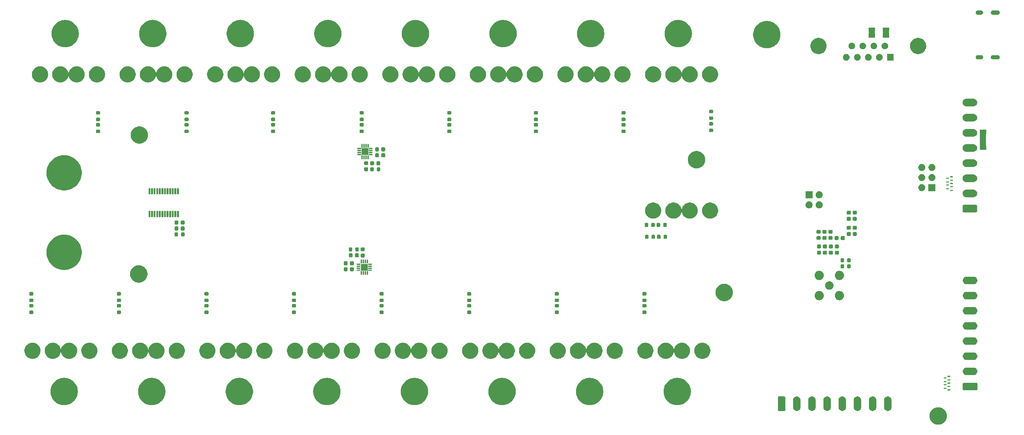
<source format=gbr>
%TF.GenerationSoftware,KiCad,Pcbnew,9.0.0*%
%TF.CreationDate,2025-05-29T20:25:46-04:00*%
%TF.ProjectId,distrabution_controler,64697374-7261-4627-9574-696f6e5f636f,rev?*%
%TF.SameCoordinates,Original*%
%TF.FileFunction,Soldermask,Bot*%
%TF.FilePolarity,Negative*%
%FSLAX46Y46*%
G04 Gerber Fmt 4.6, Leading zero omitted, Abs format (unit mm)*
G04 Created by KiCad (PCBNEW 9.0.0) date 2025-05-29 20:25:46*
%MOMM*%
%LPD*%
G01*
G04 APERTURE LIST*
G04 APERTURE END LIST*
G36*
X250476858Y-158004042D02*
G01*
X250753310Y-158078117D01*
X251017728Y-158187642D01*
X251265588Y-158330744D01*
X251492649Y-158504975D01*
X251695025Y-158707351D01*
X251869256Y-158934412D01*
X252012358Y-159182272D01*
X252121883Y-159446690D01*
X252195958Y-159723142D01*
X252233315Y-160006898D01*
X252233315Y-160293102D01*
X252195958Y-160576858D01*
X252121883Y-160853310D01*
X252012358Y-161117728D01*
X251869256Y-161365588D01*
X251695025Y-161592649D01*
X251492649Y-161795025D01*
X251265588Y-161969256D01*
X251017728Y-162112358D01*
X250753310Y-162221883D01*
X250476858Y-162295958D01*
X250193102Y-162333315D01*
X249906898Y-162333315D01*
X249623142Y-162295958D01*
X249346690Y-162221883D01*
X249082272Y-162112358D01*
X248834412Y-161969256D01*
X248607351Y-161795025D01*
X248404975Y-161592649D01*
X248230744Y-161365588D01*
X248087642Y-161117728D01*
X247978117Y-160853310D01*
X247904042Y-160576858D01*
X247866685Y-160293102D01*
X247866685Y-160006898D01*
X247904042Y-159723142D01*
X247978117Y-159446690D01*
X248087642Y-159182272D01*
X248230744Y-158934412D01*
X248404975Y-158707351D01*
X248607351Y-158504975D01*
X248834412Y-158330744D01*
X249082272Y-158187642D01*
X249346690Y-158078117D01*
X249623142Y-158004042D01*
X249906898Y-157966685D01*
X250193102Y-157966685D01*
X250476858Y-158004042D01*
G37*
G36*
X211430938Y-155237150D02*
G01*
X211435653Y-155239232D01*
X211438326Y-155239584D01*
X211471770Y-155255179D01*
X211527759Y-155279901D01*
X211602599Y-155354741D01*
X211627330Y-155410751D01*
X211642915Y-155444173D01*
X211643266Y-155446843D01*
X211645350Y-155451562D01*
X211653000Y-155517500D01*
X211653000Y-158617500D01*
X211645350Y-158683438D01*
X211643266Y-158688156D01*
X211642915Y-158690826D01*
X211627338Y-158724230D01*
X211602599Y-158780259D01*
X211527759Y-158855099D01*
X211471730Y-158879838D01*
X211438326Y-158895415D01*
X211435656Y-158895766D01*
X211430938Y-158897850D01*
X211365000Y-158905500D01*
X210065000Y-158905500D01*
X209999062Y-158897850D01*
X209994343Y-158895766D01*
X209991673Y-158895415D01*
X209958251Y-158879830D01*
X209902241Y-158855099D01*
X209827401Y-158780259D01*
X209802679Y-158724270D01*
X209787084Y-158690826D01*
X209786732Y-158688153D01*
X209784650Y-158683438D01*
X209777000Y-158617500D01*
X209777000Y-155517500D01*
X209784650Y-155451562D01*
X209786732Y-155446846D01*
X209787084Y-155444173D01*
X209802687Y-155410710D01*
X209827401Y-155354741D01*
X209902241Y-155279901D01*
X209958210Y-155255187D01*
X209991673Y-155239584D01*
X209994346Y-155239232D01*
X209999062Y-155237150D01*
X210065000Y-155229500D01*
X211365000Y-155229500D01*
X211430938Y-155237150D01*
G37*
G36*
X214797287Y-155269890D02*
G01*
X214967170Y-155340258D01*
X215120061Y-155442416D01*
X215250084Y-155572439D01*
X215352242Y-155725330D01*
X215422610Y-155895213D01*
X215458483Y-156075560D01*
X215463000Y-156167500D01*
X215463000Y-157967500D01*
X215458483Y-158059440D01*
X215422610Y-158239787D01*
X215352242Y-158409670D01*
X215250084Y-158562561D01*
X215120061Y-158692584D01*
X214967170Y-158794742D01*
X214797287Y-158865110D01*
X214616940Y-158900983D01*
X214433060Y-158900983D01*
X214252713Y-158865110D01*
X214082830Y-158794742D01*
X213929939Y-158692584D01*
X213799916Y-158562561D01*
X213697758Y-158409670D01*
X213627390Y-158239787D01*
X213591517Y-158059440D01*
X213587000Y-157967500D01*
X213587000Y-156167500D01*
X213591517Y-156075560D01*
X213627390Y-155895213D01*
X213697758Y-155725330D01*
X213799916Y-155572439D01*
X213929939Y-155442416D01*
X214082830Y-155340258D01*
X214252713Y-155269890D01*
X214433060Y-155234017D01*
X214616940Y-155234017D01*
X214797287Y-155269890D01*
G37*
G36*
X218607287Y-155269890D02*
G01*
X218777170Y-155340258D01*
X218930061Y-155442416D01*
X219060084Y-155572439D01*
X219162242Y-155725330D01*
X219232610Y-155895213D01*
X219268483Y-156075560D01*
X219273000Y-156167500D01*
X219273000Y-157967500D01*
X219268483Y-158059440D01*
X219232610Y-158239787D01*
X219162242Y-158409670D01*
X219060084Y-158562561D01*
X218930061Y-158692584D01*
X218777170Y-158794742D01*
X218607287Y-158865110D01*
X218426940Y-158900983D01*
X218243060Y-158900983D01*
X218062713Y-158865110D01*
X217892830Y-158794742D01*
X217739939Y-158692584D01*
X217609916Y-158562561D01*
X217507758Y-158409670D01*
X217437390Y-158239787D01*
X217401517Y-158059440D01*
X217397000Y-157967500D01*
X217397000Y-156167500D01*
X217401517Y-156075560D01*
X217437390Y-155895213D01*
X217507758Y-155725330D01*
X217609916Y-155572439D01*
X217739939Y-155442416D01*
X217892830Y-155340258D01*
X218062713Y-155269890D01*
X218243060Y-155234017D01*
X218426940Y-155234017D01*
X218607287Y-155269890D01*
G37*
G36*
X222417287Y-155269890D02*
G01*
X222587170Y-155340258D01*
X222740061Y-155442416D01*
X222870084Y-155572439D01*
X222972242Y-155725330D01*
X223042610Y-155895213D01*
X223078483Y-156075560D01*
X223083000Y-156167500D01*
X223083000Y-157967500D01*
X223078483Y-158059440D01*
X223042610Y-158239787D01*
X222972242Y-158409670D01*
X222870084Y-158562561D01*
X222740061Y-158692584D01*
X222587170Y-158794742D01*
X222417287Y-158865110D01*
X222236940Y-158900983D01*
X222053060Y-158900983D01*
X221872713Y-158865110D01*
X221702830Y-158794742D01*
X221549939Y-158692584D01*
X221419916Y-158562561D01*
X221317758Y-158409670D01*
X221247390Y-158239787D01*
X221211517Y-158059440D01*
X221207000Y-157967500D01*
X221207000Y-156167500D01*
X221211517Y-156075560D01*
X221247390Y-155895213D01*
X221317758Y-155725330D01*
X221419916Y-155572439D01*
X221549939Y-155442416D01*
X221702830Y-155340258D01*
X221872713Y-155269890D01*
X222053060Y-155234017D01*
X222236940Y-155234017D01*
X222417287Y-155269890D01*
G37*
G36*
X226227287Y-155269890D02*
G01*
X226397170Y-155340258D01*
X226550061Y-155442416D01*
X226680084Y-155572439D01*
X226782242Y-155725330D01*
X226852610Y-155895213D01*
X226888483Y-156075560D01*
X226893000Y-156167500D01*
X226893000Y-157967500D01*
X226888483Y-158059440D01*
X226852610Y-158239787D01*
X226782242Y-158409670D01*
X226680084Y-158562561D01*
X226550061Y-158692584D01*
X226397170Y-158794742D01*
X226227287Y-158865110D01*
X226046940Y-158900983D01*
X225863060Y-158900983D01*
X225682713Y-158865110D01*
X225512830Y-158794742D01*
X225359939Y-158692584D01*
X225229916Y-158562561D01*
X225127758Y-158409670D01*
X225057390Y-158239787D01*
X225021517Y-158059440D01*
X225017000Y-157967500D01*
X225017000Y-156167500D01*
X225021517Y-156075560D01*
X225057390Y-155895213D01*
X225127758Y-155725330D01*
X225229916Y-155572439D01*
X225359939Y-155442416D01*
X225512830Y-155340258D01*
X225682713Y-155269890D01*
X225863060Y-155234017D01*
X226046940Y-155234017D01*
X226227287Y-155269890D01*
G37*
G36*
X230037287Y-155269890D02*
G01*
X230207170Y-155340258D01*
X230360061Y-155442416D01*
X230490084Y-155572439D01*
X230592242Y-155725330D01*
X230662610Y-155895213D01*
X230698483Y-156075560D01*
X230703000Y-156167500D01*
X230703000Y-157967500D01*
X230698483Y-158059440D01*
X230662610Y-158239787D01*
X230592242Y-158409670D01*
X230490084Y-158562561D01*
X230360061Y-158692584D01*
X230207170Y-158794742D01*
X230037287Y-158865110D01*
X229856940Y-158900983D01*
X229673060Y-158900983D01*
X229492713Y-158865110D01*
X229322830Y-158794742D01*
X229169939Y-158692584D01*
X229039916Y-158562561D01*
X228937758Y-158409670D01*
X228867390Y-158239787D01*
X228831517Y-158059440D01*
X228827000Y-157967500D01*
X228827000Y-156167500D01*
X228831517Y-156075560D01*
X228867390Y-155895213D01*
X228937758Y-155725330D01*
X229039916Y-155572439D01*
X229169939Y-155442416D01*
X229322830Y-155340258D01*
X229492713Y-155269890D01*
X229673060Y-155234017D01*
X229856940Y-155234017D01*
X230037287Y-155269890D01*
G37*
G36*
X233847287Y-155269890D02*
G01*
X234017170Y-155340258D01*
X234170061Y-155442416D01*
X234300084Y-155572439D01*
X234402242Y-155725330D01*
X234472610Y-155895213D01*
X234508483Y-156075560D01*
X234513000Y-156167500D01*
X234513000Y-157967500D01*
X234508483Y-158059440D01*
X234472610Y-158239787D01*
X234402242Y-158409670D01*
X234300084Y-158562561D01*
X234170061Y-158692584D01*
X234017170Y-158794742D01*
X233847287Y-158865110D01*
X233666940Y-158900983D01*
X233483060Y-158900983D01*
X233302713Y-158865110D01*
X233132830Y-158794742D01*
X232979939Y-158692584D01*
X232849916Y-158562561D01*
X232747758Y-158409670D01*
X232677390Y-158239787D01*
X232641517Y-158059440D01*
X232637000Y-157967500D01*
X232637000Y-156167500D01*
X232641517Y-156075560D01*
X232677390Y-155895213D01*
X232747758Y-155725330D01*
X232849916Y-155572439D01*
X232979939Y-155442416D01*
X233132830Y-155340258D01*
X233302713Y-155269890D01*
X233483060Y-155234017D01*
X233666940Y-155234017D01*
X233847287Y-155269890D01*
G37*
G36*
X237657287Y-155269890D02*
G01*
X237827170Y-155340258D01*
X237980061Y-155442416D01*
X238110084Y-155572439D01*
X238212242Y-155725330D01*
X238282610Y-155895213D01*
X238318483Y-156075560D01*
X238323000Y-156167500D01*
X238323000Y-157967500D01*
X238318483Y-158059440D01*
X238282610Y-158239787D01*
X238212242Y-158409670D01*
X238110084Y-158562561D01*
X237980061Y-158692584D01*
X237827170Y-158794742D01*
X237657287Y-158865110D01*
X237476940Y-158900983D01*
X237293060Y-158900983D01*
X237112713Y-158865110D01*
X236942830Y-158794742D01*
X236789939Y-158692584D01*
X236659916Y-158562561D01*
X236557758Y-158409670D01*
X236487390Y-158239787D01*
X236451517Y-158059440D01*
X236447000Y-157967500D01*
X236447000Y-156167500D01*
X236451517Y-156075560D01*
X236487390Y-155895213D01*
X236557758Y-155725330D01*
X236659916Y-155572439D01*
X236789939Y-155442416D01*
X236942830Y-155340258D01*
X237112713Y-155269890D01*
X237293060Y-155234017D01*
X237476940Y-155234017D01*
X237657287Y-155269890D01*
G37*
G36*
X31004459Y-150599211D02*
G01*
X31335366Y-150665033D01*
X31658227Y-150762972D01*
X31969934Y-150892085D01*
X32267485Y-151051129D01*
X32548014Y-151238573D01*
X32808820Y-151452610D01*
X33047390Y-151691180D01*
X33261427Y-151951986D01*
X33448871Y-152232515D01*
X33607915Y-152530066D01*
X33737028Y-152841773D01*
X33834967Y-153164634D01*
X33900789Y-153495541D01*
X33933859Y-153831305D01*
X33933859Y-154168695D01*
X33900789Y-154504459D01*
X33834967Y-154835366D01*
X33737028Y-155158227D01*
X33607915Y-155469934D01*
X33448871Y-155767485D01*
X33261427Y-156048014D01*
X33047390Y-156308820D01*
X32808820Y-156547390D01*
X32548014Y-156761427D01*
X32267485Y-156948871D01*
X31969934Y-157107915D01*
X31658227Y-157237028D01*
X31335366Y-157334967D01*
X31004459Y-157400789D01*
X30668695Y-157433859D01*
X30331305Y-157433859D01*
X29995541Y-157400789D01*
X29664634Y-157334967D01*
X29341773Y-157237028D01*
X29030066Y-157107915D01*
X28732515Y-156948871D01*
X28451986Y-156761427D01*
X28191180Y-156547390D01*
X27952610Y-156308820D01*
X27738573Y-156048014D01*
X27551129Y-155767485D01*
X27392085Y-155469934D01*
X27262972Y-155158227D01*
X27165033Y-154835366D01*
X27099211Y-154504459D01*
X27066141Y-154168695D01*
X27066141Y-153831305D01*
X27099211Y-153495541D01*
X27165033Y-153164634D01*
X27262972Y-152841773D01*
X27392085Y-152530066D01*
X27551129Y-152232515D01*
X27738573Y-151951986D01*
X27952610Y-151691180D01*
X28191180Y-151452610D01*
X28451986Y-151238573D01*
X28732515Y-151051129D01*
X29030066Y-150892085D01*
X29341773Y-150762972D01*
X29664634Y-150665033D01*
X29995541Y-150599211D01*
X30331305Y-150566141D01*
X30668695Y-150566141D01*
X31004459Y-150599211D01*
G37*
G36*
X53004459Y-150599211D02*
G01*
X53335366Y-150665033D01*
X53658227Y-150762972D01*
X53969934Y-150892085D01*
X54267485Y-151051129D01*
X54548014Y-151238573D01*
X54808820Y-151452610D01*
X55047390Y-151691180D01*
X55261427Y-151951986D01*
X55448871Y-152232515D01*
X55607915Y-152530066D01*
X55737028Y-152841773D01*
X55834967Y-153164634D01*
X55900789Y-153495541D01*
X55933859Y-153831305D01*
X55933859Y-154168695D01*
X55900789Y-154504459D01*
X55834967Y-154835366D01*
X55737028Y-155158227D01*
X55607915Y-155469934D01*
X55448871Y-155767485D01*
X55261427Y-156048014D01*
X55047390Y-156308820D01*
X54808820Y-156547390D01*
X54548014Y-156761427D01*
X54267485Y-156948871D01*
X53969934Y-157107915D01*
X53658227Y-157237028D01*
X53335366Y-157334967D01*
X53004459Y-157400789D01*
X52668695Y-157433859D01*
X52331305Y-157433859D01*
X51995541Y-157400789D01*
X51664634Y-157334967D01*
X51341773Y-157237028D01*
X51030066Y-157107915D01*
X50732515Y-156948871D01*
X50451986Y-156761427D01*
X50191180Y-156547390D01*
X49952610Y-156308820D01*
X49738573Y-156048014D01*
X49551129Y-155767485D01*
X49392085Y-155469934D01*
X49262972Y-155158227D01*
X49165033Y-154835366D01*
X49099211Y-154504459D01*
X49066141Y-154168695D01*
X49066141Y-153831305D01*
X49099211Y-153495541D01*
X49165033Y-153164634D01*
X49262972Y-152841773D01*
X49392085Y-152530066D01*
X49551129Y-152232515D01*
X49738573Y-151951986D01*
X49952610Y-151691180D01*
X50191180Y-151452610D01*
X50451986Y-151238573D01*
X50732515Y-151051129D01*
X51030066Y-150892085D01*
X51341773Y-150762972D01*
X51664634Y-150665033D01*
X51995541Y-150599211D01*
X52331305Y-150566141D01*
X52668695Y-150566141D01*
X53004459Y-150599211D01*
G37*
G36*
X75004459Y-150599211D02*
G01*
X75335366Y-150665033D01*
X75658227Y-150762972D01*
X75969934Y-150892085D01*
X76267485Y-151051129D01*
X76548014Y-151238573D01*
X76808820Y-151452610D01*
X77047390Y-151691180D01*
X77261427Y-151951986D01*
X77448871Y-152232515D01*
X77607915Y-152530066D01*
X77737028Y-152841773D01*
X77834967Y-153164634D01*
X77900789Y-153495541D01*
X77933859Y-153831305D01*
X77933859Y-154168695D01*
X77900789Y-154504459D01*
X77834967Y-154835366D01*
X77737028Y-155158227D01*
X77607915Y-155469934D01*
X77448871Y-155767485D01*
X77261427Y-156048014D01*
X77047390Y-156308820D01*
X76808820Y-156547390D01*
X76548014Y-156761427D01*
X76267485Y-156948871D01*
X75969934Y-157107915D01*
X75658227Y-157237028D01*
X75335366Y-157334967D01*
X75004459Y-157400789D01*
X74668695Y-157433859D01*
X74331305Y-157433859D01*
X73995541Y-157400789D01*
X73664634Y-157334967D01*
X73341773Y-157237028D01*
X73030066Y-157107915D01*
X72732515Y-156948871D01*
X72451986Y-156761427D01*
X72191180Y-156547390D01*
X71952610Y-156308820D01*
X71738573Y-156048014D01*
X71551129Y-155767485D01*
X71392085Y-155469934D01*
X71262972Y-155158227D01*
X71165033Y-154835366D01*
X71099211Y-154504459D01*
X71066141Y-154168695D01*
X71066141Y-153831305D01*
X71099211Y-153495541D01*
X71165033Y-153164634D01*
X71262972Y-152841773D01*
X71392085Y-152530066D01*
X71551129Y-152232515D01*
X71738573Y-151951986D01*
X71952610Y-151691180D01*
X72191180Y-151452610D01*
X72451986Y-151238573D01*
X72732515Y-151051129D01*
X73030066Y-150892085D01*
X73341773Y-150762972D01*
X73664634Y-150665033D01*
X73995541Y-150599211D01*
X74331305Y-150566141D01*
X74668695Y-150566141D01*
X75004459Y-150599211D01*
G37*
G36*
X97004459Y-150599211D02*
G01*
X97335366Y-150665033D01*
X97658227Y-150762972D01*
X97969934Y-150892085D01*
X98267485Y-151051129D01*
X98548014Y-151238573D01*
X98808820Y-151452610D01*
X99047390Y-151691180D01*
X99261427Y-151951986D01*
X99448871Y-152232515D01*
X99607915Y-152530066D01*
X99737028Y-152841773D01*
X99834967Y-153164634D01*
X99900789Y-153495541D01*
X99933859Y-153831305D01*
X99933859Y-154168695D01*
X99900789Y-154504459D01*
X99834967Y-154835366D01*
X99737028Y-155158227D01*
X99607915Y-155469934D01*
X99448871Y-155767485D01*
X99261427Y-156048014D01*
X99047390Y-156308820D01*
X98808820Y-156547390D01*
X98548014Y-156761427D01*
X98267485Y-156948871D01*
X97969934Y-157107915D01*
X97658227Y-157237028D01*
X97335366Y-157334967D01*
X97004459Y-157400789D01*
X96668695Y-157433859D01*
X96331305Y-157433859D01*
X95995541Y-157400789D01*
X95664634Y-157334967D01*
X95341773Y-157237028D01*
X95030066Y-157107915D01*
X94732515Y-156948871D01*
X94451986Y-156761427D01*
X94191180Y-156547390D01*
X93952610Y-156308820D01*
X93738573Y-156048014D01*
X93551129Y-155767485D01*
X93392085Y-155469934D01*
X93262972Y-155158227D01*
X93165033Y-154835366D01*
X93099211Y-154504459D01*
X93066141Y-154168695D01*
X93066141Y-153831305D01*
X93099211Y-153495541D01*
X93165033Y-153164634D01*
X93262972Y-152841773D01*
X93392085Y-152530066D01*
X93551129Y-152232515D01*
X93738573Y-151951986D01*
X93952610Y-151691180D01*
X94191180Y-151452610D01*
X94451986Y-151238573D01*
X94732515Y-151051129D01*
X95030066Y-150892085D01*
X95341773Y-150762972D01*
X95664634Y-150665033D01*
X95995541Y-150599211D01*
X96331305Y-150566141D01*
X96668695Y-150566141D01*
X97004459Y-150599211D01*
G37*
G36*
X119004459Y-150599211D02*
G01*
X119335366Y-150665033D01*
X119658227Y-150762972D01*
X119969934Y-150892085D01*
X120267485Y-151051129D01*
X120548014Y-151238573D01*
X120808820Y-151452610D01*
X121047390Y-151691180D01*
X121261427Y-151951986D01*
X121448871Y-152232515D01*
X121607915Y-152530066D01*
X121737028Y-152841773D01*
X121834967Y-153164634D01*
X121900789Y-153495541D01*
X121933859Y-153831305D01*
X121933859Y-154168695D01*
X121900789Y-154504459D01*
X121834967Y-154835366D01*
X121737028Y-155158227D01*
X121607915Y-155469934D01*
X121448871Y-155767485D01*
X121261427Y-156048014D01*
X121047390Y-156308820D01*
X120808820Y-156547390D01*
X120548014Y-156761427D01*
X120267485Y-156948871D01*
X119969934Y-157107915D01*
X119658227Y-157237028D01*
X119335366Y-157334967D01*
X119004459Y-157400789D01*
X118668695Y-157433859D01*
X118331305Y-157433859D01*
X117995541Y-157400789D01*
X117664634Y-157334967D01*
X117341773Y-157237028D01*
X117030066Y-157107915D01*
X116732515Y-156948871D01*
X116451986Y-156761427D01*
X116191180Y-156547390D01*
X115952610Y-156308820D01*
X115738573Y-156048014D01*
X115551129Y-155767485D01*
X115392085Y-155469934D01*
X115262972Y-155158227D01*
X115165033Y-154835366D01*
X115099211Y-154504459D01*
X115066141Y-154168695D01*
X115066141Y-153831305D01*
X115099211Y-153495541D01*
X115165033Y-153164634D01*
X115262972Y-152841773D01*
X115392085Y-152530066D01*
X115551129Y-152232515D01*
X115738573Y-151951986D01*
X115952610Y-151691180D01*
X116191180Y-151452610D01*
X116451986Y-151238573D01*
X116732515Y-151051129D01*
X117030066Y-150892085D01*
X117341773Y-150762972D01*
X117664634Y-150665033D01*
X117995541Y-150599211D01*
X118331305Y-150566141D01*
X118668695Y-150566141D01*
X119004459Y-150599211D01*
G37*
G36*
X141004459Y-150599211D02*
G01*
X141335366Y-150665033D01*
X141658227Y-150762972D01*
X141969934Y-150892085D01*
X142267485Y-151051129D01*
X142548014Y-151238573D01*
X142808820Y-151452610D01*
X143047390Y-151691180D01*
X143261427Y-151951986D01*
X143448871Y-152232515D01*
X143607915Y-152530066D01*
X143737028Y-152841773D01*
X143834967Y-153164634D01*
X143900789Y-153495541D01*
X143933859Y-153831305D01*
X143933859Y-154168695D01*
X143900789Y-154504459D01*
X143834967Y-154835366D01*
X143737028Y-155158227D01*
X143607915Y-155469934D01*
X143448871Y-155767485D01*
X143261427Y-156048014D01*
X143047390Y-156308820D01*
X142808820Y-156547390D01*
X142548014Y-156761427D01*
X142267485Y-156948871D01*
X141969934Y-157107915D01*
X141658227Y-157237028D01*
X141335366Y-157334967D01*
X141004459Y-157400789D01*
X140668695Y-157433859D01*
X140331305Y-157433859D01*
X139995541Y-157400789D01*
X139664634Y-157334967D01*
X139341773Y-157237028D01*
X139030066Y-157107915D01*
X138732515Y-156948871D01*
X138451986Y-156761427D01*
X138191180Y-156547390D01*
X137952610Y-156308820D01*
X137738573Y-156048014D01*
X137551129Y-155767485D01*
X137392085Y-155469934D01*
X137262972Y-155158227D01*
X137165033Y-154835366D01*
X137099211Y-154504459D01*
X137066141Y-154168695D01*
X137066141Y-153831305D01*
X137099211Y-153495541D01*
X137165033Y-153164634D01*
X137262972Y-152841773D01*
X137392085Y-152530066D01*
X137551129Y-152232515D01*
X137738573Y-151951986D01*
X137952610Y-151691180D01*
X138191180Y-151452610D01*
X138451986Y-151238573D01*
X138732515Y-151051129D01*
X139030066Y-150892085D01*
X139341773Y-150762972D01*
X139664634Y-150665033D01*
X139995541Y-150599211D01*
X140331305Y-150566141D01*
X140668695Y-150566141D01*
X141004459Y-150599211D01*
G37*
G36*
X163004459Y-150599211D02*
G01*
X163335366Y-150665033D01*
X163658227Y-150762972D01*
X163969934Y-150892085D01*
X164267485Y-151051129D01*
X164548014Y-151238573D01*
X164808820Y-151452610D01*
X165047390Y-151691180D01*
X165261427Y-151951986D01*
X165448871Y-152232515D01*
X165607915Y-152530066D01*
X165737028Y-152841773D01*
X165834967Y-153164634D01*
X165900789Y-153495541D01*
X165933859Y-153831305D01*
X165933859Y-154168695D01*
X165900789Y-154504459D01*
X165834967Y-154835366D01*
X165737028Y-155158227D01*
X165607915Y-155469934D01*
X165448871Y-155767485D01*
X165261427Y-156048014D01*
X165047390Y-156308820D01*
X164808820Y-156547390D01*
X164548014Y-156761427D01*
X164267485Y-156948871D01*
X163969934Y-157107915D01*
X163658227Y-157237028D01*
X163335366Y-157334967D01*
X163004459Y-157400789D01*
X162668695Y-157433859D01*
X162331305Y-157433859D01*
X161995541Y-157400789D01*
X161664634Y-157334967D01*
X161341773Y-157237028D01*
X161030066Y-157107915D01*
X160732515Y-156948871D01*
X160451986Y-156761427D01*
X160191180Y-156547390D01*
X159952610Y-156308820D01*
X159738573Y-156048014D01*
X159551129Y-155767485D01*
X159392085Y-155469934D01*
X159262972Y-155158227D01*
X159165033Y-154835366D01*
X159099211Y-154504459D01*
X159066141Y-154168695D01*
X159066141Y-153831305D01*
X159099211Y-153495541D01*
X159165033Y-153164634D01*
X159262972Y-152841773D01*
X159392085Y-152530066D01*
X159551129Y-152232515D01*
X159738573Y-151951986D01*
X159952610Y-151691180D01*
X160191180Y-151452610D01*
X160451986Y-151238573D01*
X160732515Y-151051129D01*
X161030066Y-150892085D01*
X161341773Y-150762972D01*
X161664634Y-150665033D01*
X161995541Y-150599211D01*
X162331305Y-150566141D01*
X162668695Y-150566141D01*
X163004459Y-150599211D01*
G37*
G36*
X185004459Y-150599211D02*
G01*
X185335366Y-150665033D01*
X185658227Y-150762972D01*
X185969934Y-150892085D01*
X186267485Y-151051129D01*
X186548014Y-151238573D01*
X186808820Y-151452610D01*
X187047390Y-151691180D01*
X187261427Y-151951986D01*
X187448871Y-152232515D01*
X187607915Y-152530066D01*
X187737028Y-152841773D01*
X187834967Y-153164634D01*
X187900789Y-153495541D01*
X187933859Y-153831305D01*
X187933859Y-154168695D01*
X187900789Y-154504459D01*
X187834967Y-154835366D01*
X187737028Y-155158227D01*
X187607915Y-155469934D01*
X187448871Y-155767485D01*
X187261427Y-156048014D01*
X187047390Y-156308820D01*
X186808820Y-156547390D01*
X186548014Y-156761427D01*
X186267485Y-156948871D01*
X185969934Y-157107915D01*
X185658227Y-157237028D01*
X185335366Y-157334967D01*
X185004459Y-157400789D01*
X184668695Y-157433859D01*
X184331305Y-157433859D01*
X183995541Y-157400789D01*
X183664634Y-157334967D01*
X183341773Y-157237028D01*
X183030066Y-157107915D01*
X182732515Y-156948871D01*
X182451986Y-156761427D01*
X182191180Y-156547390D01*
X181952610Y-156308820D01*
X181738573Y-156048014D01*
X181551129Y-155767485D01*
X181392085Y-155469934D01*
X181262972Y-155158227D01*
X181165033Y-154835366D01*
X181099211Y-154504459D01*
X181066141Y-154168695D01*
X181066141Y-153831305D01*
X181099211Y-153495541D01*
X181165033Y-153164634D01*
X181262972Y-152841773D01*
X181392085Y-152530066D01*
X181551129Y-152232515D01*
X181738573Y-151951986D01*
X181952610Y-151691180D01*
X182191180Y-151452610D01*
X182451986Y-151238573D01*
X182732515Y-151051129D01*
X183030066Y-150892085D01*
X183341773Y-150762972D01*
X183664634Y-150665033D01*
X183995541Y-150599211D01*
X184331305Y-150566141D01*
X184668695Y-150566141D01*
X185004459Y-150599211D01*
G37*
G36*
X253064542Y-153464893D02*
G01*
X253076870Y-153473130D01*
X253085107Y-153485458D01*
X253088000Y-153500000D01*
X253088000Y-153700000D01*
X253085107Y-153714542D01*
X253076870Y-153726870D01*
X253064542Y-153735107D01*
X253050000Y-153738000D01*
X252450000Y-153738000D01*
X252435458Y-153735107D01*
X252423130Y-153726870D01*
X252414893Y-153714542D01*
X252412000Y-153700000D01*
X252412000Y-153500000D01*
X252414893Y-153485458D01*
X252423130Y-153473130D01*
X252435458Y-153464893D01*
X252450000Y-153462000D01*
X253050000Y-153462000D01*
X253064542Y-153464893D01*
G37*
G36*
X259683438Y-151817150D02*
G01*
X259688153Y-151819232D01*
X259690826Y-151819584D01*
X259724270Y-151835179D01*
X259780259Y-151859901D01*
X259855099Y-151934741D01*
X259879830Y-151990751D01*
X259895415Y-152024173D01*
X259895766Y-152026843D01*
X259897850Y-152031562D01*
X259905500Y-152097500D01*
X259905500Y-153397500D01*
X259897850Y-153463438D01*
X259895766Y-153468156D01*
X259895415Y-153470826D01*
X259879838Y-153504230D01*
X259855099Y-153560259D01*
X259780259Y-153635099D01*
X259724230Y-153659838D01*
X259690826Y-153675415D01*
X259688156Y-153675766D01*
X259683438Y-153677850D01*
X259617500Y-153685500D01*
X256517500Y-153685500D01*
X256451562Y-153677850D01*
X256446843Y-153675766D01*
X256444173Y-153675415D01*
X256410751Y-153659830D01*
X256354741Y-153635099D01*
X256279901Y-153560259D01*
X256255179Y-153504270D01*
X256239584Y-153470826D01*
X256239232Y-153468153D01*
X256237150Y-153463438D01*
X256229500Y-153397500D01*
X256229500Y-152097500D01*
X256237150Y-152031562D01*
X256239232Y-152026846D01*
X256239584Y-152024173D01*
X256255187Y-151990710D01*
X256279901Y-151934741D01*
X256354741Y-151859901D01*
X256410710Y-151835187D01*
X256444173Y-151819584D01*
X256446846Y-151819232D01*
X256451562Y-151817150D01*
X256517500Y-151809500D01*
X259617500Y-151809500D01*
X259683438Y-151817150D01*
G37*
G36*
X252114542Y-153064893D02*
G01*
X252126870Y-153073130D01*
X252135107Y-153085458D01*
X252138000Y-153100000D01*
X252138000Y-153300000D01*
X252135107Y-153314542D01*
X252126870Y-153326870D01*
X252114542Y-153335107D01*
X252100000Y-153338000D01*
X251500000Y-153338000D01*
X251485458Y-153335107D01*
X251473130Y-153326870D01*
X251464893Y-153314542D01*
X251462000Y-153300000D01*
X251462000Y-153100000D01*
X251464893Y-153085458D01*
X251473130Y-153073130D01*
X251485458Y-153064893D01*
X251500000Y-153062000D01*
X252100000Y-153062000D01*
X252114542Y-153064893D01*
G37*
G36*
X253064542Y-152564893D02*
G01*
X253076870Y-152573130D01*
X253085107Y-152585458D01*
X253088000Y-152600000D01*
X253088000Y-152800000D01*
X253085107Y-152814542D01*
X253076870Y-152826870D01*
X253064542Y-152835107D01*
X253050000Y-152838000D01*
X252450000Y-152838000D01*
X252435458Y-152835107D01*
X252423130Y-152826870D01*
X252414893Y-152814542D01*
X252412000Y-152800000D01*
X252412000Y-152600000D01*
X252414893Y-152585458D01*
X252423130Y-152573130D01*
X252435458Y-152564893D01*
X252450000Y-152562000D01*
X253050000Y-152562000D01*
X253064542Y-152564893D01*
G37*
G36*
X252114542Y-152164893D02*
G01*
X252126870Y-152173130D01*
X252135107Y-152185458D01*
X252138000Y-152200000D01*
X252138000Y-152400000D01*
X252135107Y-152414542D01*
X252126870Y-152426870D01*
X252114542Y-152435107D01*
X252100000Y-152438000D01*
X251500000Y-152438000D01*
X251485458Y-152435107D01*
X251473130Y-152426870D01*
X251464893Y-152414542D01*
X251462000Y-152400000D01*
X251462000Y-152200000D01*
X251464893Y-152185458D01*
X251473130Y-152173130D01*
X251485458Y-152164893D01*
X251500000Y-152162000D01*
X252100000Y-152162000D01*
X252114542Y-152164893D01*
G37*
G36*
X253064542Y-151764893D02*
G01*
X253076870Y-151773130D01*
X253085107Y-151785458D01*
X253088000Y-151800000D01*
X253088000Y-152000000D01*
X253085107Y-152014542D01*
X253076870Y-152026870D01*
X253064542Y-152035107D01*
X253050000Y-152038000D01*
X252450000Y-152038000D01*
X252435458Y-152035107D01*
X252423130Y-152026870D01*
X252414893Y-152014542D01*
X252412000Y-152000000D01*
X252412000Y-151800000D01*
X252414893Y-151785458D01*
X252423130Y-151773130D01*
X252435458Y-151764893D01*
X252450000Y-151762000D01*
X253050000Y-151762000D01*
X253064542Y-151764893D01*
G37*
G36*
X252114542Y-151364893D02*
G01*
X252126870Y-151373130D01*
X252135107Y-151385458D01*
X252138000Y-151400000D01*
X252138000Y-151600000D01*
X252135107Y-151614542D01*
X252126870Y-151626870D01*
X252114542Y-151635107D01*
X252100000Y-151638000D01*
X251500000Y-151638000D01*
X251485458Y-151635107D01*
X251473130Y-151626870D01*
X251464893Y-151614542D01*
X251462000Y-151600000D01*
X251462000Y-151400000D01*
X251464893Y-151385458D01*
X251473130Y-151373130D01*
X251485458Y-151364893D01*
X251500000Y-151362000D01*
X252100000Y-151362000D01*
X252114542Y-151364893D01*
G37*
G36*
X253064542Y-150964893D02*
G01*
X253076870Y-150973130D01*
X253085107Y-150985458D01*
X253088000Y-151000000D01*
X253088000Y-151200000D01*
X253085107Y-151214542D01*
X253076870Y-151226870D01*
X253064542Y-151235107D01*
X253050000Y-151238000D01*
X252450000Y-151238000D01*
X252435458Y-151235107D01*
X252423130Y-151226870D01*
X252414893Y-151214542D01*
X252412000Y-151200000D01*
X252412000Y-151000000D01*
X252414893Y-150985458D01*
X252423130Y-150973130D01*
X252435458Y-150964893D01*
X252450000Y-150962000D01*
X253050000Y-150962000D01*
X253064542Y-150964893D01*
G37*
G36*
X252114542Y-150464893D02*
G01*
X252126870Y-150473130D01*
X252135107Y-150485458D01*
X252138000Y-150500000D01*
X252138000Y-150700000D01*
X252135107Y-150714542D01*
X252126870Y-150726870D01*
X252114542Y-150735107D01*
X252100000Y-150738000D01*
X251500000Y-150738000D01*
X251485458Y-150735107D01*
X251473130Y-150726870D01*
X251464893Y-150714542D01*
X251462000Y-150700000D01*
X251462000Y-150500000D01*
X251464893Y-150485458D01*
X251473130Y-150473130D01*
X251485458Y-150464893D01*
X251500000Y-150462000D01*
X252100000Y-150462000D01*
X252114542Y-150464893D01*
G37*
G36*
X253064542Y-150064893D02*
G01*
X253076870Y-150073130D01*
X253085107Y-150085458D01*
X253088000Y-150100000D01*
X253088000Y-150300000D01*
X253085107Y-150314542D01*
X253076870Y-150326870D01*
X253064542Y-150335107D01*
X253050000Y-150338000D01*
X252450000Y-150338000D01*
X252435458Y-150335107D01*
X252423130Y-150326870D01*
X252414893Y-150314542D01*
X252412000Y-150300000D01*
X252412000Y-150100000D01*
X252414893Y-150085458D01*
X252423130Y-150073130D01*
X252435458Y-150064893D01*
X252450000Y-150062000D01*
X253050000Y-150062000D01*
X253064542Y-150064893D01*
G37*
G36*
X259059440Y-148004017D02*
G01*
X259239787Y-148039890D01*
X259409670Y-148110258D01*
X259562561Y-148212416D01*
X259692584Y-148342439D01*
X259794742Y-148495330D01*
X259865110Y-148665213D01*
X259900983Y-148845560D01*
X259900983Y-149029440D01*
X259865110Y-149209787D01*
X259794742Y-149379670D01*
X259692584Y-149532561D01*
X259562561Y-149662584D01*
X259409670Y-149764742D01*
X259239787Y-149835110D01*
X259059440Y-149870983D01*
X258967500Y-149875500D01*
X258966268Y-149875500D01*
X257168732Y-149875500D01*
X257167500Y-149875500D01*
X257075560Y-149870983D01*
X256895213Y-149835110D01*
X256725330Y-149764742D01*
X256572439Y-149662584D01*
X256442416Y-149532561D01*
X256340258Y-149379670D01*
X256269890Y-149209787D01*
X256234017Y-149029440D01*
X256234017Y-148845560D01*
X256269890Y-148665213D01*
X256340258Y-148495330D01*
X256442416Y-148342439D01*
X256572439Y-148212416D01*
X256725330Y-148110258D01*
X256895213Y-148039890D01*
X257075560Y-148004017D01*
X257167500Y-147999500D01*
X258967500Y-147999500D01*
X259059440Y-148004017D01*
G37*
G36*
X259059440Y-144194017D02*
G01*
X259239787Y-144229890D01*
X259409670Y-144300258D01*
X259562561Y-144402416D01*
X259692584Y-144532439D01*
X259794742Y-144685330D01*
X259865110Y-144855213D01*
X259900983Y-145035560D01*
X259900983Y-145219440D01*
X259865110Y-145399787D01*
X259794742Y-145569670D01*
X259692584Y-145722561D01*
X259562561Y-145852584D01*
X259409670Y-145954742D01*
X259239787Y-146025110D01*
X259059440Y-146060983D01*
X258967500Y-146065500D01*
X258966268Y-146065500D01*
X257168732Y-146065500D01*
X257167500Y-146065500D01*
X257075560Y-146060983D01*
X256895213Y-146025110D01*
X256725330Y-145954742D01*
X256572439Y-145852584D01*
X256442416Y-145722561D01*
X256340258Y-145569670D01*
X256269890Y-145399787D01*
X256234017Y-145219440D01*
X256234017Y-145035560D01*
X256269890Y-144855213D01*
X256340258Y-144685330D01*
X256442416Y-144532439D01*
X256572439Y-144402416D01*
X256725330Y-144300258D01*
X256895213Y-144229890D01*
X257075560Y-144194017D01*
X257167500Y-144189500D01*
X258967500Y-144189500D01*
X259059440Y-144194017D01*
G37*
G36*
X22947594Y-141751160D02*
G01*
X23205094Y-141820156D01*
X23451384Y-141922173D01*
X23682252Y-142055465D01*
X23893747Y-142217750D01*
X24082250Y-142406253D01*
X24244535Y-142617748D01*
X24377827Y-142848616D01*
X24479844Y-143094906D01*
X24548840Y-143352406D01*
X24583636Y-143616708D01*
X24583636Y-143883292D01*
X24548840Y-144147594D01*
X24479844Y-144405094D01*
X24377827Y-144651384D01*
X24244535Y-144882252D01*
X24082250Y-145093747D01*
X23893747Y-145282250D01*
X23682252Y-145444535D01*
X23451384Y-145577827D01*
X23205094Y-145679844D01*
X22947594Y-145748840D01*
X22683292Y-145783636D01*
X22416708Y-145783636D01*
X22152406Y-145748840D01*
X21894906Y-145679844D01*
X21648616Y-145577827D01*
X21417748Y-145444535D01*
X21206253Y-145282250D01*
X21017750Y-145093747D01*
X20855465Y-144882252D01*
X20722173Y-144651384D01*
X20620156Y-144405094D01*
X20551160Y-144147594D01*
X20516364Y-143883292D01*
X20516364Y-143616708D01*
X20551160Y-143352406D01*
X20620156Y-143094906D01*
X20722173Y-142848616D01*
X20855465Y-142617748D01*
X21017750Y-142406253D01*
X21206253Y-142217750D01*
X21417748Y-142055465D01*
X21648616Y-141922173D01*
X21894906Y-141820156D01*
X22152406Y-141751160D01*
X22416708Y-141716364D01*
X22683292Y-141716364D01*
X22947594Y-141751160D01*
G37*
G36*
X28047594Y-141751160D02*
G01*
X28305094Y-141820156D01*
X28551384Y-141922173D01*
X28782252Y-142055465D01*
X28993747Y-142217750D01*
X29182250Y-142406253D01*
X29344535Y-142617748D01*
X29477827Y-142848616D01*
X29579844Y-143094906D01*
X29648840Y-143352406D01*
X29656259Y-143408761D01*
X29743741Y-143408761D01*
X29751160Y-143352406D01*
X29820156Y-143094906D01*
X29922173Y-142848616D01*
X30055465Y-142617748D01*
X30217750Y-142406253D01*
X30406253Y-142217750D01*
X30617748Y-142055465D01*
X30848616Y-141922173D01*
X31094906Y-141820156D01*
X31352406Y-141751160D01*
X31616708Y-141716364D01*
X31883292Y-141716364D01*
X32147594Y-141751160D01*
X32405094Y-141820156D01*
X32651384Y-141922173D01*
X32882252Y-142055465D01*
X33093747Y-142217750D01*
X33282250Y-142406253D01*
X33444535Y-142617748D01*
X33577827Y-142848616D01*
X33679844Y-143094906D01*
X33748840Y-143352406D01*
X33783636Y-143616708D01*
X33783636Y-143883292D01*
X33748840Y-144147594D01*
X33679844Y-144405094D01*
X33577827Y-144651384D01*
X33444535Y-144882252D01*
X33282250Y-145093747D01*
X33093747Y-145282250D01*
X32882252Y-145444535D01*
X32651384Y-145577827D01*
X32405094Y-145679844D01*
X32147594Y-145748840D01*
X31883292Y-145783636D01*
X31616708Y-145783636D01*
X31352406Y-145748840D01*
X31094906Y-145679844D01*
X30848616Y-145577827D01*
X30617748Y-145444535D01*
X30406253Y-145282250D01*
X30217750Y-145093747D01*
X30055465Y-144882252D01*
X29922173Y-144651384D01*
X29820156Y-144405094D01*
X29751160Y-144147594D01*
X29743741Y-144091238D01*
X29656259Y-144091238D01*
X29648840Y-144147594D01*
X29579844Y-144405094D01*
X29477827Y-144651384D01*
X29344535Y-144882252D01*
X29182250Y-145093747D01*
X28993747Y-145282250D01*
X28782252Y-145444535D01*
X28551384Y-145577827D01*
X28305094Y-145679844D01*
X28047594Y-145748840D01*
X27783292Y-145783636D01*
X27516708Y-145783636D01*
X27252406Y-145748840D01*
X26994906Y-145679844D01*
X26748616Y-145577827D01*
X26517748Y-145444535D01*
X26306253Y-145282250D01*
X26117750Y-145093747D01*
X25955465Y-144882252D01*
X25822173Y-144651384D01*
X25720156Y-144405094D01*
X25651160Y-144147594D01*
X25616364Y-143883292D01*
X25616364Y-143616708D01*
X25651160Y-143352406D01*
X25720156Y-143094906D01*
X25822173Y-142848616D01*
X25955465Y-142617748D01*
X26117750Y-142406253D01*
X26306253Y-142217750D01*
X26517748Y-142055465D01*
X26748616Y-141922173D01*
X26994906Y-141820156D01*
X27252406Y-141751160D01*
X27516708Y-141716364D01*
X27783292Y-141716364D01*
X28047594Y-141751160D01*
G37*
G36*
X37247594Y-141751160D02*
G01*
X37505094Y-141820156D01*
X37751384Y-141922173D01*
X37982252Y-142055465D01*
X38193747Y-142217750D01*
X38382250Y-142406253D01*
X38544535Y-142617748D01*
X38677827Y-142848616D01*
X38779844Y-143094906D01*
X38848840Y-143352406D01*
X38883636Y-143616708D01*
X38883636Y-143883292D01*
X38848840Y-144147594D01*
X38779844Y-144405094D01*
X38677827Y-144651384D01*
X38544535Y-144882252D01*
X38382250Y-145093747D01*
X38193747Y-145282250D01*
X37982252Y-145444535D01*
X37751384Y-145577827D01*
X37505094Y-145679844D01*
X37247594Y-145748840D01*
X36983292Y-145783636D01*
X36716708Y-145783636D01*
X36452406Y-145748840D01*
X36194906Y-145679844D01*
X35948616Y-145577827D01*
X35717748Y-145444535D01*
X35506253Y-145282250D01*
X35317750Y-145093747D01*
X35155465Y-144882252D01*
X35022173Y-144651384D01*
X34920156Y-144405094D01*
X34851160Y-144147594D01*
X34816364Y-143883292D01*
X34816364Y-143616708D01*
X34851160Y-143352406D01*
X34920156Y-143094906D01*
X35022173Y-142848616D01*
X35155465Y-142617748D01*
X35317750Y-142406253D01*
X35506253Y-142217750D01*
X35717748Y-142055465D01*
X35948616Y-141922173D01*
X36194906Y-141820156D01*
X36452406Y-141751160D01*
X36716708Y-141716364D01*
X36983292Y-141716364D01*
X37247594Y-141751160D01*
G37*
G36*
X44897594Y-141751160D02*
G01*
X45155094Y-141820156D01*
X45401384Y-141922173D01*
X45632252Y-142055465D01*
X45843747Y-142217750D01*
X46032250Y-142406253D01*
X46194535Y-142617748D01*
X46327827Y-142848616D01*
X46429844Y-143094906D01*
X46498840Y-143352406D01*
X46533636Y-143616708D01*
X46533636Y-143883292D01*
X46498840Y-144147594D01*
X46429844Y-144405094D01*
X46327827Y-144651384D01*
X46194535Y-144882252D01*
X46032250Y-145093747D01*
X45843747Y-145282250D01*
X45632252Y-145444535D01*
X45401384Y-145577827D01*
X45155094Y-145679844D01*
X44897594Y-145748840D01*
X44633292Y-145783636D01*
X44366708Y-145783636D01*
X44102406Y-145748840D01*
X43844906Y-145679844D01*
X43598616Y-145577827D01*
X43367748Y-145444535D01*
X43156253Y-145282250D01*
X42967750Y-145093747D01*
X42805465Y-144882252D01*
X42672173Y-144651384D01*
X42570156Y-144405094D01*
X42501160Y-144147594D01*
X42466364Y-143883292D01*
X42466364Y-143616708D01*
X42501160Y-143352406D01*
X42570156Y-143094906D01*
X42672173Y-142848616D01*
X42805465Y-142617748D01*
X42967750Y-142406253D01*
X43156253Y-142217750D01*
X43367748Y-142055465D01*
X43598616Y-141922173D01*
X43844906Y-141820156D01*
X44102406Y-141751160D01*
X44366708Y-141716364D01*
X44633292Y-141716364D01*
X44897594Y-141751160D01*
G37*
G36*
X49997594Y-141751160D02*
G01*
X50255094Y-141820156D01*
X50501384Y-141922173D01*
X50732252Y-142055465D01*
X50943747Y-142217750D01*
X51132250Y-142406253D01*
X51294535Y-142617748D01*
X51427827Y-142848616D01*
X51529844Y-143094906D01*
X51598840Y-143352406D01*
X51606259Y-143408761D01*
X51693741Y-143408761D01*
X51701160Y-143352406D01*
X51770156Y-143094906D01*
X51872173Y-142848616D01*
X52005465Y-142617748D01*
X52167750Y-142406253D01*
X52356253Y-142217750D01*
X52567748Y-142055465D01*
X52798616Y-141922173D01*
X53044906Y-141820156D01*
X53302406Y-141751160D01*
X53566708Y-141716364D01*
X53833292Y-141716364D01*
X54097594Y-141751160D01*
X54355094Y-141820156D01*
X54601384Y-141922173D01*
X54832252Y-142055465D01*
X55043747Y-142217750D01*
X55232250Y-142406253D01*
X55394535Y-142617748D01*
X55527827Y-142848616D01*
X55629844Y-143094906D01*
X55698840Y-143352406D01*
X55733636Y-143616708D01*
X55733636Y-143883292D01*
X55698840Y-144147594D01*
X55629844Y-144405094D01*
X55527827Y-144651384D01*
X55394535Y-144882252D01*
X55232250Y-145093747D01*
X55043747Y-145282250D01*
X54832252Y-145444535D01*
X54601384Y-145577827D01*
X54355094Y-145679844D01*
X54097594Y-145748840D01*
X53833292Y-145783636D01*
X53566708Y-145783636D01*
X53302406Y-145748840D01*
X53044906Y-145679844D01*
X52798616Y-145577827D01*
X52567748Y-145444535D01*
X52356253Y-145282250D01*
X52167750Y-145093747D01*
X52005465Y-144882252D01*
X51872173Y-144651384D01*
X51770156Y-144405094D01*
X51701160Y-144147594D01*
X51693741Y-144091238D01*
X51606259Y-144091238D01*
X51598840Y-144147594D01*
X51529844Y-144405094D01*
X51427827Y-144651384D01*
X51294535Y-144882252D01*
X51132250Y-145093747D01*
X50943747Y-145282250D01*
X50732252Y-145444535D01*
X50501384Y-145577827D01*
X50255094Y-145679844D01*
X49997594Y-145748840D01*
X49733292Y-145783636D01*
X49466708Y-145783636D01*
X49202406Y-145748840D01*
X48944906Y-145679844D01*
X48698616Y-145577827D01*
X48467748Y-145444535D01*
X48256253Y-145282250D01*
X48067750Y-145093747D01*
X47905465Y-144882252D01*
X47772173Y-144651384D01*
X47670156Y-144405094D01*
X47601160Y-144147594D01*
X47566364Y-143883292D01*
X47566364Y-143616708D01*
X47601160Y-143352406D01*
X47670156Y-143094906D01*
X47772173Y-142848616D01*
X47905465Y-142617748D01*
X48067750Y-142406253D01*
X48256253Y-142217750D01*
X48467748Y-142055465D01*
X48698616Y-141922173D01*
X48944906Y-141820156D01*
X49202406Y-141751160D01*
X49466708Y-141716364D01*
X49733292Y-141716364D01*
X49997594Y-141751160D01*
G37*
G36*
X59197594Y-141751160D02*
G01*
X59455094Y-141820156D01*
X59701384Y-141922173D01*
X59932252Y-142055465D01*
X60143747Y-142217750D01*
X60332250Y-142406253D01*
X60494535Y-142617748D01*
X60627827Y-142848616D01*
X60729844Y-143094906D01*
X60798840Y-143352406D01*
X60833636Y-143616708D01*
X60833636Y-143883292D01*
X60798840Y-144147594D01*
X60729844Y-144405094D01*
X60627827Y-144651384D01*
X60494535Y-144882252D01*
X60332250Y-145093747D01*
X60143747Y-145282250D01*
X59932252Y-145444535D01*
X59701384Y-145577827D01*
X59455094Y-145679844D01*
X59197594Y-145748840D01*
X58933292Y-145783636D01*
X58666708Y-145783636D01*
X58402406Y-145748840D01*
X58144906Y-145679844D01*
X57898616Y-145577827D01*
X57667748Y-145444535D01*
X57456253Y-145282250D01*
X57267750Y-145093747D01*
X57105465Y-144882252D01*
X56972173Y-144651384D01*
X56870156Y-144405094D01*
X56801160Y-144147594D01*
X56766364Y-143883292D01*
X56766364Y-143616708D01*
X56801160Y-143352406D01*
X56870156Y-143094906D01*
X56972173Y-142848616D01*
X57105465Y-142617748D01*
X57267750Y-142406253D01*
X57456253Y-142217750D01*
X57667748Y-142055465D01*
X57898616Y-141922173D01*
X58144906Y-141820156D01*
X58402406Y-141751160D01*
X58666708Y-141716364D01*
X58933292Y-141716364D01*
X59197594Y-141751160D01*
G37*
G36*
X66897594Y-141751160D02*
G01*
X67155094Y-141820156D01*
X67401384Y-141922173D01*
X67632252Y-142055465D01*
X67843747Y-142217750D01*
X68032250Y-142406253D01*
X68194535Y-142617748D01*
X68327827Y-142848616D01*
X68429844Y-143094906D01*
X68498840Y-143352406D01*
X68533636Y-143616708D01*
X68533636Y-143883292D01*
X68498840Y-144147594D01*
X68429844Y-144405094D01*
X68327827Y-144651384D01*
X68194535Y-144882252D01*
X68032250Y-145093747D01*
X67843747Y-145282250D01*
X67632252Y-145444535D01*
X67401384Y-145577827D01*
X67155094Y-145679844D01*
X66897594Y-145748840D01*
X66633292Y-145783636D01*
X66366708Y-145783636D01*
X66102406Y-145748840D01*
X65844906Y-145679844D01*
X65598616Y-145577827D01*
X65367748Y-145444535D01*
X65156253Y-145282250D01*
X64967750Y-145093747D01*
X64805465Y-144882252D01*
X64672173Y-144651384D01*
X64570156Y-144405094D01*
X64501160Y-144147594D01*
X64466364Y-143883292D01*
X64466364Y-143616708D01*
X64501160Y-143352406D01*
X64570156Y-143094906D01*
X64672173Y-142848616D01*
X64805465Y-142617748D01*
X64967750Y-142406253D01*
X65156253Y-142217750D01*
X65367748Y-142055465D01*
X65598616Y-141922173D01*
X65844906Y-141820156D01*
X66102406Y-141751160D01*
X66366708Y-141716364D01*
X66633292Y-141716364D01*
X66897594Y-141751160D01*
G37*
G36*
X71997594Y-141751160D02*
G01*
X72255094Y-141820156D01*
X72501384Y-141922173D01*
X72732252Y-142055465D01*
X72943747Y-142217750D01*
X73132250Y-142406253D01*
X73294535Y-142617748D01*
X73427827Y-142848616D01*
X73529844Y-143094906D01*
X73598840Y-143352406D01*
X73606259Y-143408761D01*
X73693741Y-143408761D01*
X73701160Y-143352406D01*
X73770156Y-143094906D01*
X73872173Y-142848616D01*
X74005465Y-142617748D01*
X74167750Y-142406253D01*
X74356253Y-142217750D01*
X74567748Y-142055465D01*
X74798616Y-141922173D01*
X75044906Y-141820156D01*
X75302406Y-141751160D01*
X75566708Y-141716364D01*
X75833292Y-141716364D01*
X76097594Y-141751160D01*
X76355094Y-141820156D01*
X76601384Y-141922173D01*
X76832252Y-142055465D01*
X77043747Y-142217750D01*
X77232250Y-142406253D01*
X77394535Y-142617748D01*
X77527827Y-142848616D01*
X77629844Y-143094906D01*
X77698840Y-143352406D01*
X77733636Y-143616708D01*
X77733636Y-143883292D01*
X77698840Y-144147594D01*
X77629844Y-144405094D01*
X77527827Y-144651384D01*
X77394535Y-144882252D01*
X77232250Y-145093747D01*
X77043747Y-145282250D01*
X76832252Y-145444535D01*
X76601384Y-145577827D01*
X76355094Y-145679844D01*
X76097594Y-145748840D01*
X75833292Y-145783636D01*
X75566708Y-145783636D01*
X75302406Y-145748840D01*
X75044906Y-145679844D01*
X74798616Y-145577827D01*
X74567748Y-145444535D01*
X74356253Y-145282250D01*
X74167750Y-145093747D01*
X74005465Y-144882252D01*
X73872173Y-144651384D01*
X73770156Y-144405094D01*
X73701160Y-144147594D01*
X73693741Y-144091238D01*
X73606259Y-144091238D01*
X73598840Y-144147594D01*
X73529844Y-144405094D01*
X73427827Y-144651384D01*
X73294535Y-144882252D01*
X73132250Y-145093747D01*
X72943747Y-145282250D01*
X72732252Y-145444535D01*
X72501384Y-145577827D01*
X72255094Y-145679844D01*
X71997594Y-145748840D01*
X71733292Y-145783636D01*
X71466708Y-145783636D01*
X71202406Y-145748840D01*
X70944906Y-145679844D01*
X70698616Y-145577827D01*
X70467748Y-145444535D01*
X70256253Y-145282250D01*
X70067750Y-145093747D01*
X69905465Y-144882252D01*
X69772173Y-144651384D01*
X69670156Y-144405094D01*
X69601160Y-144147594D01*
X69566364Y-143883292D01*
X69566364Y-143616708D01*
X69601160Y-143352406D01*
X69670156Y-143094906D01*
X69772173Y-142848616D01*
X69905465Y-142617748D01*
X70067750Y-142406253D01*
X70256253Y-142217750D01*
X70467748Y-142055465D01*
X70698616Y-141922173D01*
X70944906Y-141820156D01*
X71202406Y-141751160D01*
X71466708Y-141716364D01*
X71733292Y-141716364D01*
X71997594Y-141751160D01*
G37*
G36*
X81197594Y-141751160D02*
G01*
X81455094Y-141820156D01*
X81701384Y-141922173D01*
X81932252Y-142055465D01*
X82143747Y-142217750D01*
X82332250Y-142406253D01*
X82494535Y-142617748D01*
X82627827Y-142848616D01*
X82729844Y-143094906D01*
X82798840Y-143352406D01*
X82833636Y-143616708D01*
X82833636Y-143883292D01*
X82798840Y-144147594D01*
X82729844Y-144405094D01*
X82627827Y-144651384D01*
X82494535Y-144882252D01*
X82332250Y-145093747D01*
X82143747Y-145282250D01*
X81932252Y-145444535D01*
X81701384Y-145577827D01*
X81455094Y-145679844D01*
X81197594Y-145748840D01*
X80933292Y-145783636D01*
X80666708Y-145783636D01*
X80402406Y-145748840D01*
X80144906Y-145679844D01*
X79898616Y-145577827D01*
X79667748Y-145444535D01*
X79456253Y-145282250D01*
X79267750Y-145093747D01*
X79105465Y-144882252D01*
X78972173Y-144651384D01*
X78870156Y-144405094D01*
X78801160Y-144147594D01*
X78766364Y-143883292D01*
X78766364Y-143616708D01*
X78801160Y-143352406D01*
X78870156Y-143094906D01*
X78972173Y-142848616D01*
X79105465Y-142617748D01*
X79267750Y-142406253D01*
X79456253Y-142217750D01*
X79667748Y-142055465D01*
X79898616Y-141922173D01*
X80144906Y-141820156D01*
X80402406Y-141751160D01*
X80666708Y-141716364D01*
X80933292Y-141716364D01*
X81197594Y-141751160D01*
G37*
G36*
X88897594Y-141751160D02*
G01*
X89155094Y-141820156D01*
X89401384Y-141922173D01*
X89632252Y-142055465D01*
X89843747Y-142217750D01*
X90032250Y-142406253D01*
X90194535Y-142617748D01*
X90327827Y-142848616D01*
X90429844Y-143094906D01*
X90498840Y-143352406D01*
X90533636Y-143616708D01*
X90533636Y-143883292D01*
X90498840Y-144147594D01*
X90429844Y-144405094D01*
X90327827Y-144651384D01*
X90194535Y-144882252D01*
X90032250Y-145093747D01*
X89843747Y-145282250D01*
X89632252Y-145444535D01*
X89401384Y-145577827D01*
X89155094Y-145679844D01*
X88897594Y-145748840D01*
X88633292Y-145783636D01*
X88366708Y-145783636D01*
X88102406Y-145748840D01*
X87844906Y-145679844D01*
X87598616Y-145577827D01*
X87367748Y-145444535D01*
X87156253Y-145282250D01*
X86967750Y-145093747D01*
X86805465Y-144882252D01*
X86672173Y-144651384D01*
X86570156Y-144405094D01*
X86501160Y-144147594D01*
X86466364Y-143883292D01*
X86466364Y-143616708D01*
X86501160Y-143352406D01*
X86570156Y-143094906D01*
X86672173Y-142848616D01*
X86805465Y-142617748D01*
X86967750Y-142406253D01*
X87156253Y-142217750D01*
X87367748Y-142055465D01*
X87598616Y-141922173D01*
X87844906Y-141820156D01*
X88102406Y-141751160D01*
X88366708Y-141716364D01*
X88633292Y-141716364D01*
X88897594Y-141751160D01*
G37*
G36*
X93997594Y-141751160D02*
G01*
X94255094Y-141820156D01*
X94501384Y-141922173D01*
X94732252Y-142055465D01*
X94943747Y-142217750D01*
X95132250Y-142406253D01*
X95294535Y-142617748D01*
X95427827Y-142848616D01*
X95529844Y-143094906D01*
X95598840Y-143352406D01*
X95606259Y-143408761D01*
X95693741Y-143408761D01*
X95701160Y-143352406D01*
X95770156Y-143094906D01*
X95872173Y-142848616D01*
X96005465Y-142617748D01*
X96167750Y-142406253D01*
X96356253Y-142217750D01*
X96567748Y-142055465D01*
X96798616Y-141922173D01*
X97044906Y-141820156D01*
X97302406Y-141751160D01*
X97566708Y-141716364D01*
X97833292Y-141716364D01*
X98097594Y-141751160D01*
X98355094Y-141820156D01*
X98601384Y-141922173D01*
X98832252Y-142055465D01*
X99043747Y-142217750D01*
X99232250Y-142406253D01*
X99394535Y-142617748D01*
X99527827Y-142848616D01*
X99629844Y-143094906D01*
X99698840Y-143352406D01*
X99733636Y-143616708D01*
X99733636Y-143883292D01*
X99698840Y-144147594D01*
X99629844Y-144405094D01*
X99527827Y-144651384D01*
X99394535Y-144882252D01*
X99232250Y-145093747D01*
X99043747Y-145282250D01*
X98832252Y-145444535D01*
X98601384Y-145577827D01*
X98355094Y-145679844D01*
X98097594Y-145748840D01*
X97833292Y-145783636D01*
X97566708Y-145783636D01*
X97302406Y-145748840D01*
X97044906Y-145679844D01*
X96798616Y-145577827D01*
X96567748Y-145444535D01*
X96356253Y-145282250D01*
X96167750Y-145093747D01*
X96005465Y-144882252D01*
X95872173Y-144651384D01*
X95770156Y-144405094D01*
X95701160Y-144147594D01*
X95693741Y-144091238D01*
X95606259Y-144091238D01*
X95598840Y-144147594D01*
X95529844Y-144405094D01*
X95427827Y-144651384D01*
X95294535Y-144882252D01*
X95132250Y-145093747D01*
X94943747Y-145282250D01*
X94732252Y-145444535D01*
X94501384Y-145577827D01*
X94255094Y-145679844D01*
X93997594Y-145748840D01*
X93733292Y-145783636D01*
X93466708Y-145783636D01*
X93202406Y-145748840D01*
X92944906Y-145679844D01*
X92698616Y-145577827D01*
X92467748Y-145444535D01*
X92256253Y-145282250D01*
X92067750Y-145093747D01*
X91905465Y-144882252D01*
X91772173Y-144651384D01*
X91670156Y-144405094D01*
X91601160Y-144147594D01*
X91566364Y-143883292D01*
X91566364Y-143616708D01*
X91601160Y-143352406D01*
X91670156Y-143094906D01*
X91772173Y-142848616D01*
X91905465Y-142617748D01*
X92067750Y-142406253D01*
X92256253Y-142217750D01*
X92467748Y-142055465D01*
X92698616Y-141922173D01*
X92944906Y-141820156D01*
X93202406Y-141751160D01*
X93466708Y-141716364D01*
X93733292Y-141716364D01*
X93997594Y-141751160D01*
G37*
G36*
X103197594Y-141751160D02*
G01*
X103455094Y-141820156D01*
X103701384Y-141922173D01*
X103932252Y-142055465D01*
X104143747Y-142217750D01*
X104332250Y-142406253D01*
X104494535Y-142617748D01*
X104627827Y-142848616D01*
X104729844Y-143094906D01*
X104798840Y-143352406D01*
X104833636Y-143616708D01*
X104833636Y-143883292D01*
X104798840Y-144147594D01*
X104729844Y-144405094D01*
X104627827Y-144651384D01*
X104494535Y-144882252D01*
X104332250Y-145093747D01*
X104143747Y-145282250D01*
X103932252Y-145444535D01*
X103701384Y-145577827D01*
X103455094Y-145679844D01*
X103197594Y-145748840D01*
X102933292Y-145783636D01*
X102666708Y-145783636D01*
X102402406Y-145748840D01*
X102144906Y-145679844D01*
X101898616Y-145577827D01*
X101667748Y-145444535D01*
X101456253Y-145282250D01*
X101267750Y-145093747D01*
X101105465Y-144882252D01*
X100972173Y-144651384D01*
X100870156Y-144405094D01*
X100801160Y-144147594D01*
X100766364Y-143883292D01*
X100766364Y-143616708D01*
X100801160Y-143352406D01*
X100870156Y-143094906D01*
X100972173Y-142848616D01*
X101105465Y-142617748D01*
X101267750Y-142406253D01*
X101456253Y-142217750D01*
X101667748Y-142055465D01*
X101898616Y-141922173D01*
X102144906Y-141820156D01*
X102402406Y-141751160D01*
X102666708Y-141716364D01*
X102933292Y-141716364D01*
X103197594Y-141751160D01*
G37*
G36*
X110897594Y-141751160D02*
G01*
X111155094Y-141820156D01*
X111401384Y-141922173D01*
X111632252Y-142055465D01*
X111843747Y-142217750D01*
X112032250Y-142406253D01*
X112194535Y-142617748D01*
X112327827Y-142848616D01*
X112429844Y-143094906D01*
X112498840Y-143352406D01*
X112533636Y-143616708D01*
X112533636Y-143883292D01*
X112498840Y-144147594D01*
X112429844Y-144405094D01*
X112327827Y-144651384D01*
X112194535Y-144882252D01*
X112032250Y-145093747D01*
X111843747Y-145282250D01*
X111632252Y-145444535D01*
X111401384Y-145577827D01*
X111155094Y-145679844D01*
X110897594Y-145748840D01*
X110633292Y-145783636D01*
X110366708Y-145783636D01*
X110102406Y-145748840D01*
X109844906Y-145679844D01*
X109598616Y-145577827D01*
X109367748Y-145444535D01*
X109156253Y-145282250D01*
X108967750Y-145093747D01*
X108805465Y-144882252D01*
X108672173Y-144651384D01*
X108570156Y-144405094D01*
X108501160Y-144147594D01*
X108466364Y-143883292D01*
X108466364Y-143616708D01*
X108501160Y-143352406D01*
X108570156Y-143094906D01*
X108672173Y-142848616D01*
X108805465Y-142617748D01*
X108967750Y-142406253D01*
X109156253Y-142217750D01*
X109367748Y-142055465D01*
X109598616Y-141922173D01*
X109844906Y-141820156D01*
X110102406Y-141751160D01*
X110366708Y-141716364D01*
X110633292Y-141716364D01*
X110897594Y-141751160D01*
G37*
G36*
X115997594Y-141751160D02*
G01*
X116255094Y-141820156D01*
X116501384Y-141922173D01*
X116732252Y-142055465D01*
X116943747Y-142217750D01*
X117132250Y-142406253D01*
X117294535Y-142617748D01*
X117427827Y-142848616D01*
X117529844Y-143094906D01*
X117598840Y-143352406D01*
X117606259Y-143408761D01*
X117693741Y-143408761D01*
X117701160Y-143352406D01*
X117770156Y-143094906D01*
X117872173Y-142848616D01*
X118005465Y-142617748D01*
X118167750Y-142406253D01*
X118356253Y-142217750D01*
X118567748Y-142055465D01*
X118798616Y-141922173D01*
X119044906Y-141820156D01*
X119302406Y-141751160D01*
X119566708Y-141716364D01*
X119833292Y-141716364D01*
X120097594Y-141751160D01*
X120355094Y-141820156D01*
X120601384Y-141922173D01*
X120832252Y-142055465D01*
X121043747Y-142217750D01*
X121232250Y-142406253D01*
X121394535Y-142617748D01*
X121527827Y-142848616D01*
X121629844Y-143094906D01*
X121698840Y-143352406D01*
X121733636Y-143616708D01*
X121733636Y-143883292D01*
X121698840Y-144147594D01*
X121629844Y-144405094D01*
X121527827Y-144651384D01*
X121394535Y-144882252D01*
X121232250Y-145093747D01*
X121043747Y-145282250D01*
X120832252Y-145444535D01*
X120601384Y-145577827D01*
X120355094Y-145679844D01*
X120097594Y-145748840D01*
X119833292Y-145783636D01*
X119566708Y-145783636D01*
X119302406Y-145748840D01*
X119044906Y-145679844D01*
X118798616Y-145577827D01*
X118567748Y-145444535D01*
X118356253Y-145282250D01*
X118167750Y-145093747D01*
X118005465Y-144882252D01*
X117872173Y-144651384D01*
X117770156Y-144405094D01*
X117701160Y-144147594D01*
X117693741Y-144091238D01*
X117606259Y-144091238D01*
X117598840Y-144147594D01*
X117529844Y-144405094D01*
X117427827Y-144651384D01*
X117294535Y-144882252D01*
X117132250Y-145093747D01*
X116943747Y-145282250D01*
X116732252Y-145444535D01*
X116501384Y-145577827D01*
X116255094Y-145679844D01*
X115997594Y-145748840D01*
X115733292Y-145783636D01*
X115466708Y-145783636D01*
X115202406Y-145748840D01*
X114944906Y-145679844D01*
X114698616Y-145577827D01*
X114467748Y-145444535D01*
X114256253Y-145282250D01*
X114067750Y-145093747D01*
X113905465Y-144882252D01*
X113772173Y-144651384D01*
X113670156Y-144405094D01*
X113601160Y-144147594D01*
X113566364Y-143883292D01*
X113566364Y-143616708D01*
X113601160Y-143352406D01*
X113670156Y-143094906D01*
X113772173Y-142848616D01*
X113905465Y-142617748D01*
X114067750Y-142406253D01*
X114256253Y-142217750D01*
X114467748Y-142055465D01*
X114698616Y-141922173D01*
X114944906Y-141820156D01*
X115202406Y-141751160D01*
X115466708Y-141716364D01*
X115733292Y-141716364D01*
X115997594Y-141751160D01*
G37*
G36*
X125197594Y-141751160D02*
G01*
X125455094Y-141820156D01*
X125701384Y-141922173D01*
X125932252Y-142055465D01*
X126143747Y-142217750D01*
X126332250Y-142406253D01*
X126494535Y-142617748D01*
X126627827Y-142848616D01*
X126729844Y-143094906D01*
X126798840Y-143352406D01*
X126833636Y-143616708D01*
X126833636Y-143883292D01*
X126798840Y-144147594D01*
X126729844Y-144405094D01*
X126627827Y-144651384D01*
X126494535Y-144882252D01*
X126332250Y-145093747D01*
X126143747Y-145282250D01*
X125932252Y-145444535D01*
X125701384Y-145577827D01*
X125455094Y-145679844D01*
X125197594Y-145748840D01*
X124933292Y-145783636D01*
X124666708Y-145783636D01*
X124402406Y-145748840D01*
X124144906Y-145679844D01*
X123898616Y-145577827D01*
X123667748Y-145444535D01*
X123456253Y-145282250D01*
X123267750Y-145093747D01*
X123105465Y-144882252D01*
X122972173Y-144651384D01*
X122870156Y-144405094D01*
X122801160Y-144147594D01*
X122766364Y-143883292D01*
X122766364Y-143616708D01*
X122801160Y-143352406D01*
X122870156Y-143094906D01*
X122972173Y-142848616D01*
X123105465Y-142617748D01*
X123267750Y-142406253D01*
X123456253Y-142217750D01*
X123667748Y-142055465D01*
X123898616Y-141922173D01*
X124144906Y-141820156D01*
X124402406Y-141751160D01*
X124666708Y-141716364D01*
X124933292Y-141716364D01*
X125197594Y-141751160D01*
G37*
G36*
X132897594Y-141751160D02*
G01*
X133155094Y-141820156D01*
X133401384Y-141922173D01*
X133632252Y-142055465D01*
X133843747Y-142217750D01*
X134032250Y-142406253D01*
X134194535Y-142617748D01*
X134327827Y-142848616D01*
X134429844Y-143094906D01*
X134498840Y-143352406D01*
X134533636Y-143616708D01*
X134533636Y-143883292D01*
X134498840Y-144147594D01*
X134429844Y-144405094D01*
X134327827Y-144651384D01*
X134194535Y-144882252D01*
X134032250Y-145093747D01*
X133843747Y-145282250D01*
X133632252Y-145444535D01*
X133401384Y-145577827D01*
X133155094Y-145679844D01*
X132897594Y-145748840D01*
X132633292Y-145783636D01*
X132366708Y-145783636D01*
X132102406Y-145748840D01*
X131844906Y-145679844D01*
X131598616Y-145577827D01*
X131367748Y-145444535D01*
X131156253Y-145282250D01*
X130967750Y-145093747D01*
X130805465Y-144882252D01*
X130672173Y-144651384D01*
X130570156Y-144405094D01*
X130501160Y-144147594D01*
X130466364Y-143883292D01*
X130466364Y-143616708D01*
X130501160Y-143352406D01*
X130570156Y-143094906D01*
X130672173Y-142848616D01*
X130805465Y-142617748D01*
X130967750Y-142406253D01*
X131156253Y-142217750D01*
X131367748Y-142055465D01*
X131598616Y-141922173D01*
X131844906Y-141820156D01*
X132102406Y-141751160D01*
X132366708Y-141716364D01*
X132633292Y-141716364D01*
X132897594Y-141751160D01*
G37*
G36*
X137997594Y-141751160D02*
G01*
X138255094Y-141820156D01*
X138501384Y-141922173D01*
X138732252Y-142055465D01*
X138943747Y-142217750D01*
X139132250Y-142406253D01*
X139294535Y-142617748D01*
X139427827Y-142848616D01*
X139529844Y-143094906D01*
X139598840Y-143352406D01*
X139606259Y-143408761D01*
X139693741Y-143408761D01*
X139701160Y-143352406D01*
X139770156Y-143094906D01*
X139872173Y-142848616D01*
X140005465Y-142617748D01*
X140167750Y-142406253D01*
X140356253Y-142217750D01*
X140567748Y-142055465D01*
X140798616Y-141922173D01*
X141044906Y-141820156D01*
X141302406Y-141751160D01*
X141566708Y-141716364D01*
X141833292Y-141716364D01*
X142097594Y-141751160D01*
X142355094Y-141820156D01*
X142601384Y-141922173D01*
X142832252Y-142055465D01*
X143043747Y-142217750D01*
X143232250Y-142406253D01*
X143394535Y-142617748D01*
X143527827Y-142848616D01*
X143629844Y-143094906D01*
X143698840Y-143352406D01*
X143733636Y-143616708D01*
X143733636Y-143883292D01*
X143698840Y-144147594D01*
X143629844Y-144405094D01*
X143527827Y-144651384D01*
X143394535Y-144882252D01*
X143232250Y-145093747D01*
X143043747Y-145282250D01*
X142832252Y-145444535D01*
X142601384Y-145577827D01*
X142355094Y-145679844D01*
X142097594Y-145748840D01*
X141833292Y-145783636D01*
X141566708Y-145783636D01*
X141302406Y-145748840D01*
X141044906Y-145679844D01*
X140798616Y-145577827D01*
X140567748Y-145444535D01*
X140356253Y-145282250D01*
X140167750Y-145093747D01*
X140005465Y-144882252D01*
X139872173Y-144651384D01*
X139770156Y-144405094D01*
X139701160Y-144147594D01*
X139693741Y-144091238D01*
X139606259Y-144091238D01*
X139598840Y-144147594D01*
X139529844Y-144405094D01*
X139427827Y-144651384D01*
X139294535Y-144882252D01*
X139132250Y-145093747D01*
X138943747Y-145282250D01*
X138732252Y-145444535D01*
X138501384Y-145577827D01*
X138255094Y-145679844D01*
X137997594Y-145748840D01*
X137733292Y-145783636D01*
X137466708Y-145783636D01*
X137202406Y-145748840D01*
X136944906Y-145679844D01*
X136698616Y-145577827D01*
X136467748Y-145444535D01*
X136256253Y-145282250D01*
X136067750Y-145093747D01*
X135905465Y-144882252D01*
X135772173Y-144651384D01*
X135670156Y-144405094D01*
X135601160Y-144147594D01*
X135566364Y-143883292D01*
X135566364Y-143616708D01*
X135601160Y-143352406D01*
X135670156Y-143094906D01*
X135772173Y-142848616D01*
X135905465Y-142617748D01*
X136067750Y-142406253D01*
X136256253Y-142217750D01*
X136467748Y-142055465D01*
X136698616Y-141922173D01*
X136944906Y-141820156D01*
X137202406Y-141751160D01*
X137466708Y-141716364D01*
X137733292Y-141716364D01*
X137997594Y-141751160D01*
G37*
G36*
X147197594Y-141751160D02*
G01*
X147455094Y-141820156D01*
X147701384Y-141922173D01*
X147932252Y-142055465D01*
X148143747Y-142217750D01*
X148332250Y-142406253D01*
X148494535Y-142617748D01*
X148627827Y-142848616D01*
X148729844Y-143094906D01*
X148798840Y-143352406D01*
X148833636Y-143616708D01*
X148833636Y-143883292D01*
X148798840Y-144147594D01*
X148729844Y-144405094D01*
X148627827Y-144651384D01*
X148494535Y-144882252D01*
X148332250Y-145093747D01*
X148143747Y-145282250D01*
X147932252Y-145444535D01*
X147701384Y-145577827D01*
X147455094Y-145679844D01*
X147197594Y-145748840D01*
X146933292Y-145783636D01*
X146666708Y-145783636D01*
X146402406Y-145748840D01*
X146144906Y-145679844D01*
X145898616Y-145577827D01*
X145667748Y-145444535D01*
X145456253Y-145282250D01*
X145267750Y-145093747D01*
X145105465Y-144882252D01*
X144972173Y-144651384D01*
X144870156Y-144405094D01*
X144801160Y-144147594D01*
X144766364Y-143883292D01*
X144766364Y-143616708D01*
X144801160Y-143352406D01*
X144870156Y-143094906D01*
X144972173Y-142848616D01*
X145105465Y-142617748D01*
X145267750Y-142406253D01*
X145456253Y-142217750D01*
X145667748Y-142055465D01*
X145898616Y-141922173D01*
X146144906Y-141820156D01*
X146402406Y-141751160D01*
X146666708Y-141716364D01*
X146933292Y-141716364D01*
X147197594Y-141751160D01*
G37*
G36*
X154897594Y-141751160D02*
G01*
X155155094Y-141820156D01*
X155401384Y-141922173D01*
X155632252Y-142055465D01*
X155843747Y-142217750D01*
X156032250Y-142406253D01*
X156194535Y-142617748D01*
X156327827Y-142848616D01*
X156429844Y-143094906D01*
X156498840Y-143352406D01*
X156533636Y-143616708D01*
X156533636Y-143883292D01*
X156498840Y-144147594D01*
X156429844Y-144405094D01*
X156327827Y-144651384D01*
X156194535Y-144882252D01*
X156032250Y-145093747D01*
X155843747Y-145282250D01*
X155632252Y-145444535D01*
X155401384Y-145577827D01*
X155155094Y-145679844D01*
X154897594Y-145748840D01*
X154633292Y-145783636D01*
X154366708Y-145783636D01*
X154102406Y-145748840D01*
X153844906Y-145679844D01*
X153598616Y-145577827D01*
X153367748Y-145444535D01*
X153156253Y-145282250D01*
X152967750Y-145093747D01*
X152805465Y-144882252D01*
X152672173Y-144651384D01*
X152570156Y-144405094D01*
X152501160Y-144147594D01*
X152466364Y-143883292D01*
X152466364Y-143616708D01*
X152501160Y-143352406D01*
X152570156Y-143094906D01*
X152672173Y-142848616D01*
X152805465Y-142617748D01*
X152967750Y-142406253D01*
X153156253Y-142217750D01*
X153367748Y-142055465D01*
X153598616Y-141922173D01*
X153844906Y-141820156D01*
X154102406Y-141751160D01*
X154366708Y-141716364D01*
X154633292Y-141716364D01*
X154897594Y-141751160D01*
G37*
G36*
X159997594Y-141751160D02*
G01*
X160255094Y-141820156D01*
X160501384Y-141922173D01*
X160732252Y-142055465D01*
X160943747Y-142217750D01*
X161132250Y-142406253D01*
X161294535Y-142617748D01*
X161427827Y-142848616D01*
X161529844Y-143094906D01*
X161598840Y-143352406D01*
X161606259Y-143408761D01*
X161693741Y-143408761D01*
X161701160Y-143352406D01*
X161770156Y-143094906D01*
X161872173Y-142848616D01*
X162005465Y-142617748D01*
X162167750Y-142406253D01*
X162356253Y-142217750D01*
X162567748Y-142055465D01*
X162798616Y-141922173D01*
X163044906Y-141820156D01*
X163302406Y-141751160D01*
X163566708Y-141716364D01*
X163833292Y-141716364D01*
X164097594Y-141751160D01*
X164355094Y-141820156D01*
X164601384Y-141922173D01*
X164832252Y-142055465D01*
X165043747Y-142217750D01*
X165232250Y-142406253D01*
X165394535Y-142617748D01*
X165527827Y-142848616D01*
X165629844Y-143094906D01*
X165698840Y-143352406D01*
X165733636Y-143616708D01*
X165733636Y-143883292D01*
X165698840Y-144147594D01*
X165629844Y-144405094D01*
X165527827Y-144651384D01*
X165394535Y-144882252D01*
X165232250Y-145093747D01*
X165043747Y-145282250D01*
X164832252Y-145444535D01*
X164601384Y-145577827D01*
X164355094Y-145679844D01*
X164097594Y-145748840D01*
X163833292Y-145783636D01*
X163566708Y-145783636D01*
X163302406Y-145748840D01*
X163044906Y-145679844D01*
X162798616Y-145577827D01*
X162567748Y-145444535D01*
X162356253Y-145282250D01*
X162167750Y-145093747D01*
X162005465Y-144882252D01*
X161872173Y-144651384D01*
X161770156Y-144405094D01*
X161701160Y-144147594D01*
X161693741Y-144091238D01*
X161606259Y-144091238D01*
X161598840Y-144147594D01*
X161529844Y-144405094D01*
X161427827Y-144651384D01*
X161294535Y-144882252D01*
X161132250Y-145093747D01*
X160943747Y-145282250D01*
X160732252Y-145444535D01*
X160501384Y-145577827D01*
X160255094Y-145679844D01*
X159997594Y-145748840D01*
X159733292Y-145783636D01*
X159466708Y-145783636D01*
X159202406Y-145748840D01*
X158944906Y-145679844D01*
X158698616Y-145577827D01*
X158467748Y-145444535D01*
X158256253Y-145282250D01*
X158067750Y-145093747D01*
X157905465Y-144882252D01*
X157772173Y-144651384D01*
X157670156Y-144405094D01*
X157601160Y-144147594D01*
X157566364Y-143883292D01*
X157566364Y-143616708D01*
X157601160Y-143352406D01*
X157670156Y-143094906D01*
X157772173Y-142848616D01*
X157905465Y-142617748D01*
X158067750Y-142406253D01*
X158256253Y-142217750D01*
X158467748Y-142055465D01*
X158698616Y-141922173D01*
X158944906Y-141820156D01*
X159202406Y-141751160D01*
X159466708Y-141716364D01*
X159733292Y-141716364D01*
X159997594Y-141751160D01*
G37*
G36*
X169197594Y-141751160D02*
G01*
X169455094Y-141820156D01*
X169701384Y-141922173D01*
X169932252Y-142055465D01*
X170143747Y-142217750D01*
X170332250Y-142406253D01*
X170494535Y-142617748D01*
X170627827Y-142848616D01*
X170729844Y-143094906D01*
X170798840Y-143352406D01*
X170833636Y-143616708D01*
X170833636Y-143883292D01*
X170798840Y-144147594D01*
X170729844Y-144405094D01*
X170627827Y-144651384D01*
X170494535Y-144882252D01*
X170332250Y-145093747D01*
X170143747Y-145282250D01*
X169932252Y-145444535D01*
X169701384Y-145577827D01*
X169455094Y-145679844D01*
X169197594Y-145748840D01*
X168933292Y-145783636D01*
X168666708Y-145783636D01*
X168402406Y-145748840D01*
X168144906Y-145679844D01*
X167898616Y-145577827D01*
X167667748Y-145444535D01*
X167456253Y-145282250D01*
X167267750Y-145093747D01*
X167105465Y-144882252D01*
X166972173Y-144651384D01*
X166870156Y-144405094D01*
X166801160Y-144147594D01*
X166766364Y-143883292D01*
X166766364Y-143616708D01*
X166801160Y-143352406D01*
X166870156Y-143094906D01*
X166972173Y-142848616D01*
X167105465Y-142617748D01*
X167267750Y-142406253D01*
X167456253Y-142217750D01*
X167667748Y-142055465D01*
X167898616Y-141922173D01*
X168144906Y-141820156D01*
X168402406Y-141751160D01*
X168666708Y-141716364D01*
X168933292Y-141716364D01*
X169197594Y-141751160D01*
G37*
G36*
X176897594Y-141751160D02*
G01*
X177155094Y-141820156D01*
X177401384Y-141922173D01*
X177632252Y-142055465D01*
X177843747Y-142217750D01*
X178032250Y-142406253D01*
X178194535Y-142617748D01*
X178327827Y-142848616D01*
X178429844Y-143094906D01*
X178498840Y-143352406D01*
X178533636Y-143616708D01*
X178533636Y-143883292D01*
X178498840Y-144147594D01*
X178429844Y-144405094D01*
X178327827Y-144651384D01*
X178194535Y-144882252D01*
X178032250Y-145093747D01*
X177843747Y-145282250D01*
X177632252Y-145444535D01*
X177401384Y-145577827D01*
X177155094Y-145679844D01*
X176897594Y-145748840D01*
X176633292Y-145783636D01*
X176366708Y-145783636D01*
X176102406Y-145748840D01*
X175844906Y-145679844D01*
X175598616Y-145577827D01*
X175367748Y-145444535D01*
X175156253Y-145282250D01*
X174967750Y-145093747D01*
X174805465Y-144882252D01*
X174672173Y-144651384D01*
X174570156Y-144405094D01*
X174501160Y-144147594D01*
X174466364Y-143883292D01*
X174466364Y-143616708D01*
X174501160Y-143352406D01*
X174570156Y-143094906D01*
X174672173Y-142848616D01*
X174805465Y-142617748D01*
X174967750Y-142406253D01*
X175156253Y-142217750D01*
X175367748Y-142055465D01*
X175598616Y-141922173D01*
X175844906Y-141820156D01*
X176102406Y-141751160D01*
X176366708Y-141716364D01*
X176633292Y-141716364D01*
X176897594Y-141751160D01*
G37*
G36*
X181997594Y-141751160D02*
G01*
X182255094Y-141820156D01*
X182501384Y-141922173D01*
X182732252Y-142055465D01*
X182943747Y-142217750D01*
X183132250Y-142406253D01*
X183294535Y-142617748D01*
X183427827Y-142848616D01*
X183529844Y-143094906D01*
X183598840Y-143352406D01*
X183606259Y-143408761D01*
X183693741Y-143408761D01*
X183701160Y-143352406D01*
X183770156Y-143094906D01*
X183872173Y-142848616D01*
X184005465Y-142617748D01*
X184167750Y-142406253D01*
X184356253Y-142217750D01*
X184567748Y-142055465D01*
X184798616Y-141922173D01*
X185044906Y-141820156D01*
X185302406Y-141751160D01*
X185566708Y-141716364D01*
X185833292Y-141716364D01*
X186097594Y-141751160D01*
X186355094Y-141820156D01*
X186601384Y-141922173D01*
X186832252Y-142055465D01*
X187043747Y-142217750D01*
X187232250Y-142406253D01*
X187394535Y-142617748D01*
X187527827Y-142848616D01*
X187629844Y-143094906D01*
X187698840Y-143352406D01*
X187733636Y-143616708D01*
X187733636Y-143883292D01*
X187698840Y-144147594D01*
X187629844Y-144405094D01*
X187527827Y-144651384D01*
X187394535Y-144882252D01*
X187232250Y-145093747D01*
X187043747Y-145282250D01*
X186832252Y-145444535D01*
X186601384Y-145577827D01*
X186355094Y-145679844D01*
X186097594Y-145748840D01*
X185833292Y-145783636D01*
X185566708Y-145783636D01*
X185302406Y-145748840D01*
X185044906Y-145679844D01*
X184798616Y-145577827D01*
X184567748Y-145444535D01*
X184356253Y-145282250D01*
X184167750Y-145093747D01*
X184005465Y-144882252D01*
X183872173Y-144651384D01*
X183770156Y-144405094D01*
X183701160Y-144147594D01*
X183693741Y-144091238D01*
X183606259Y-144091238D01*
X183598840Y-144147594D01*
X183529844Y-144405094D01*
X183427827Y-144651384D01*
X183294535Y-144882252D01*
X183132250Y-145093747D01*
X182943747Y-145282250D01*
X182732252Y-145444535D01*
X182501384Y-145577827D01*
X182255094Y-145679844D01*
X181997594Y-145748840D01*
X181733292Y-145783636D01*
X181466708Y-145783636D01*
X181202406Y-145748840D01*
X180944906Y-145679844D01*
X180698616Y-145577827D01*
X180467748Y-145444535D01*
X180256253Y-145282250D01*
X180067750Y-145093747D01*
X179905465Y-144882252D01*
X179772173Y-144651384D01*
X179670156Y-144405094D01*
X179601160Y-144147594D01*
X179566364Y-143883292D01*
X179566364Y-143616708D01*
X179601160Y-143352406D01*
X179670156Y-143094906D01*
X179772173Y-142848616D01*
X179905465Y-142617748D01*
X180067750Y-142406253D01*
X180256253Y-142217750D01*
X180467748Y-142055465D01*
X180698616Y-141922173D01*
X180944906Y-141820156D01*
X181202406Y-141751160D01*
X181466708Y-141716364D01*
X181733292Y-141716364D01*
X181997594Y-141751160D01*
G37*
G36*
X191197594Y-141751160D02*
G01*
X191455094Y-141820156D01*
X191701384Y-141922173D01*
X191932252Y-142055465D01*
X192143747Y-142217750D01*
X192332250Y-142406253D01*
X192494535Y-142617748D01*
X192627827Y-142848616D01*
X192729844Y-143094906D01*
X192798840Y-143352406D01*
X192833636Y-143616708D01*
X192833636Y-143883292D01*
X192798840Y-144147594D01*
X192729844Y-144405094D01*
X192627827Y-144651384D01*
X192494535Y-144882252D01*
X192332250Y-145093747D01*
X192143747Y-145282250D01*
X191932252Y-145444535D01*
X191701384Y-145577827D01*
X191455094Y-145679844D01*
X191197594Y-145748840D01*
X190933292Y-145783636D01*
X190666708Y-145783636D01*
X190402406Y-145748840D01*
X190144906Y-145679844D01*
X189898616Y-145577827D01*
X189667748Y-145444535D01*
X189456253Y-145282250D01*
X189267750Y-145093747D01*
X189105465Y-144882252D01*
X188972173Y-144651384D01*
X188870156Y-144405094D01*
X188801160Y-144147594D01*
X188766364Y-143883292D01*
X188766364Y-143616708D01*
X188801160Y-143352406D01*
X188870156Y-143094906D01*
X188972173Y-142848616D01*
X189105465Y-142617748D01*
X189267750Y-142406253D01*
X189456253Y-142217750D01*
X189667748Y-142055465D01*
X189898616Y-141922173D01*
X190144906Y-141820156D01*
X190402406Y-141751160D01*
X190666708Y-141716364D01*
X190933292Y-141716364D01*
X191197594Y-141751160D01*
G37*
G36*
X259059440Y-140384017D02*
G01*
X259239787Y-140419890D01*
X259409670Y-140490258D01*
X259562561Y-140592416D01*
X259692584Y-140722439D01*
X259794742Y-140875330D01*
X259865110Y-141045213D01*
X259900983Y-141225560D01*
X259900983Y-141409440D01*
X259865110Y-141589787D01*
X259794742Y-141759670D01*
X259692584Y-141912561D01*
X259562561Y-142042584D01*
X259409670Y-142144742D01*
X259239787Y-142215110D01*
X259059440Y-142250983D01*
X258967500Y-142255500D01*
X258966268Y-142255500D01*
X257168732Y-142255500D01*
X257167500Y-142255500D01*
X257075560Y-142250983D01*
X256895213Y-142215110D01*
X256725330Y-142144742D01*
X256572439Y-142042584D01*
X256442416Y-141912561D01*
X256340258Y-141759670D01*
X256269890Y-141589787D01*
X256234017Y-141409440D01*
X256234017Y-141225560D01*
X256269890Y-141045213D01*
X256340258Y-140875330D01*
X256442416Y-140722439D01*
X256572439Y-140592416D01*
X256725330Y-140490258D01*
X256895213Y-140419890D01*
X257075560Y-140384017D01*
X257167500Y-140379500D01*
X258967500Y-140379500D01*
X259059440Y-140384017D01*
G37*
G36*
X259059440Y-136574017D02*
G01*
X259239787Y-136609890D01*
X259409670Y-136680258D01*
X259562561Y-136782416D01*
X259692584Y-136912439D01*
X259794742Y-137065330D01*
X259865110Y-137235213D01*
X259900983Y-137415560D01*
X259900983Y-137599440D01*
X259865110Y-137779787D01*
X259794742Y-137949670D01*
X259692584Y-138102561D01*
X259562561Y-138232584D01*
X259409670Y-138334742D01*
X259239787Y-138405110D01*
X259059440Y-138440983D01*
X258967500Y-138445500D01*
X258966268Y-138445500D01*
X257168732Y-138445500D01*
X257167500Y-138445500D01*
X257075560Y-138440983D01*
X256895213Y-138405110D01*
X256725330Y-138334742D01*
X256572439Y-138232584D01*
X256442416Y-138102561D01*
X256340258Y-137949670D01*
X256269890Y-137779787D01*
X256234017Y-137599440D01*
X256234017Y-137415560D01*
X256269890Y-137235213D01*
X256340258Y-137065330D01*
X256442416Y-136912439D01*
X256572439Y-136782416D01*
X256725330Y-136680258D01*
X256895213Y-136609890D01*
X257075560Y-136574017D01*
X257167500Y-136569500D01*
X258967500Y-136569500D01*
X259059440Y-136574017D01*
G37*
G36*
X259059440Y-132764017D02*
G01*
X259239787Y-132799890D01*
X259409670Y-132870258D01*
X259562561Y-132972416D01*
X259692584Y-133102439D01*
X259794742Y-133255330D01*
X259865110Y-133425213D01*
X259900983Y-133605560D01*
X259900983Y-133789440D01*
X259865110Y-133969787D01*
X259794742Y-134139670D01*
X259692584Y-134292561D01*
X259562561Y-134422584D01*
X259409670Y-134524742D01*
X259239787Y-134595110D01*
X259059440Y-134630983D01*
X258967500Y-134635500D01*
X258966268Y-134635500D01*
X257168732Y-134635500D01*
X257167500Y-134635500D01*
X257075560Y-134630983D01*
X256895213Y-134595110D01*
X256725330Y-134524742D01*
X256572439Y-134422584D01*
X256442416Y-134292561D01*
X256340258Y-134139670D01*
X256269890Y-133969787D01*
X256234017Y-133789440D01*
X256234017Y-133605560D01*
X256269890Y-133425213D01*
X256340258Y-133255330D01*
X256442416Y-133102439D01*
X256572439Y-132972416D01*
X256725330Y-132870258D01*
X256895213Y-132799890D01*
X257075560Y-132764017D01*
X257167500Y-132759500D01*
X258967500Y-132759500D01*
X259059440Y-132764017D01*
G37*
G36*
X22529047Y-133637805D02*
G01*
X22577661Y-133643445D01*
X22594271Y-133650779D01*
X22616079Y-133655117D01*
X22639425Y-133670716D01*
X22659012Y-133679365D01*
X22672390Y-133692743D01*
X22693291Y-133706709D01*
X22707256Y-133727609D01*
X22720634Y-133740987D01*
X22729281Y-133760572D01*
X22744883Y-133783921D01*
X22749221Y-133805731D01*
X22756554Y-133822338D01*
X22762192Y-133870942D01*
X22763000Y-133875000D01*
X22763000Y-134275000D01*
X22762192Y-134279059D01*
X22756554Y-134327661D01*
X22749221Y-134344266D01*
X22744883Y-134366079D01*
X22729280Y-134389429D01*
X22720634Y-134409012D01*
X22707258Y-134422387D01*
X22693291Y-134443291D01*
X22672387Y-134457258D01*
X22659012Y-134470634D01*
X22639429Y-134479280D01*
X22616079Y-134494883D01*
X22594266Y-134499221D01*
X22577661Y-134506554D01*
X22529059Y-134512192D01*
X22525000Y-134513000D01*
X21975000Y-134513000D01*
X21970942Y-134512192D01*
X21922338Y-134506554D01*
X21905731Y-134499221D01*
X21883921Y-134494883D01*
X21860572Y-134479281D01*
X21840987Y-134470634D01*
X21827609Y-134457256D01*
X21806709Y-134443291D01*
X21792743Y-134422390D01*
X21779365Y-134409012D01*
X21770716Y-134389425D01*
X21755117Y-134366079D01*
X21750779Y-134344271D01*
X21743445Y-134327661D01*
X21737805Y-134279047D01*
X21737000Y-134275000D01*
X21737000Y-133875000D01*
X21737804Y-133870954D01*
X21743445Y-133822338D01*
X21750779Y-133805727D01*
X21755117Y-133783921D01*
X21770715Y-133760576D01*
X21779365Y-133740987D01*
X21792745Y-133727606D01*
X21806709Y-133706709D01*
X21827606Y-133692745D01*
X21840987Y-133679365D01*
X21860576Y-133670715D01*
X21883921Y-133655117D01*
X21905727Y-133650779D01*
X21922338Y-133643445D01*
X21970954Y-133637804D01*
X21975000Y-133637000D01*
X22525000Y-133637000D01*
X22529047Y-133637805D01*
G37*
G36*
X44529047Y-133637805D02*
G01*
X44577661Y-133643445D01*
X44594271Y-133650779D01*
X44616079Y-133655117D01*
X44639425Y-133670716D01*
X44659012Y-133679365D01*
X44672390Y-133692743D01*
X44693291Y-133706709D01*
X44707256Y-133727609D01*
X44720634Y-133740987D01*
X44729281Y-133760572D01*
X44744883Y-133783921D01*
X44749221Y-133805731D01*
X44756554Y-133822338D01*
X44762192Y-133870942D01*
X44763000Y-133875000D01*
X44763000Y-134275000D01*
X44762192Y-134279059D01*
X44756554Y-134327661D01*
X44749221Y-134344266D01*
X44744883Y-134366079D01*
X44729280Y-134389429D01*
X44720634Y-134409012D01*
X44707258Y-134422387D01*
X44693291Y-134443291D01*
X44672387Y-134457258D01*
X44659012Y-134470634D01*
X44639429Y-134479280D01*
X44616079Y-134494883D01*
X44594266Y-134499221D01*
X44577661Y-134506554D01*
X44529059Y-134512192D01*
X44525000Y-134513000D01*
X43975000Y-134513000D01*
X43970942Y-134512192D01*
X43922338Y-134506554D01*
X43905731Y-134499221D01*
X43883921Y-134494883D01*
X43860572Y-134479281D01*
X43840987Y-134470634D01*
X43827609Y-134457256D01*
X43806709Y-134443291D01*
X43792743Y-134422390D01*
X43779365Y-134409012D01*
X43770716Y-134389425D01*
X43755117Y-134366079D01*
X43750779Y-134344271D01*
X43743445Y-134327661D01*
X43737805Y-134279047D01*
X43737000Y-134275000D01*
X43737000Y-133875000D01*
X43737804Y-133870954D01*
X43743445Y-133822338D01*
X43750779Y-133805727D01*
X43755117Y-133783921D01*
X43770715Y-133760576D01*
X43779365Y-133740987D01*
X43792745Y-133727606D01*
X43806709Y-133706709D01*
X43827606Y-133692745D01*
X43840987Y-133679365D01*
X43860576Y-133670715D01*
X43883921Y-133655117D01*
X43905727Y-133650779D01*
X43922338Y-133643445D01*
X43970954Y-133637804D01*
X43975000Y-133637000D01*
X44525000Y-133637000D01*
X44529047Y-133637805D01*
G37*
G36*
X66529047Y-133637805D02*
G01*
X66577661Y-133643445D01*
X66594271Y-133650779D01*
X66616079Y-133655117D01*
X66639425Y-133670716D01*
X66659012Y-133679365D01*
X66672390Y-133692743D01*
X66693291Y-133706709D01*
X66707256Y-133727609D01*
X66720634Y-133740987D01*
X66729281Y-133760572D01*
X66744883Y-133783921D01*
X66749221Y-133805731D01*
X66756554Y-133822338D01*
X66762192Y-133870942D01*
X66763000Y-133875000D01*
X66763000Y-134275000D01*
X66762192Y-134279059D01*
X66756554Y-134327661D01*
X66749221Y-134344266D01*
X66744883Y-134366079D01*
X66729280Y-134389429D01*
X66720634Y-134409012D01*
X66707258Y-134422387D01*
X66693291Y-134443291D01*
X66672387Y-134457258D01*
X66659012Y-134470634D01*
X66639429Y-134479280D01*
X66616079Y-134494883D01*
X66594266Y-134499221D01*
X66577661Y-134506554D01*
X66529059Y-134512192D01*
X66525000Y-134513000D01*
X65975000Y-134513000D01*
X65970942Y-134512192D01*
X65922338Y-134506554D01*
X65905731Y-134499221D01*
X65883921Y-134494883D01*
X65860572Y-134479281D01*
X65840987Y-134470634D01*
X65827609Y-134457256D01*
X65806709Y-134443291D01*
X65792743Y-134422390D01*
X65779365Y-134409012D01*
X65770716Y-134389425D01*
X65755117Y-134366079D01*
X65750779Y-134344271D01*
X65743445Y-134327661D01*
X65737805Y-134279047D01*
X65737000Y-134275000D01*
X65737000Y-133875000D01*
X65737804Y-133870954D01*
X65743445Y-133822338D01*
X65750779Y-133805727D01*
X65755117Y-133783921D01*
X65770715Y-133760576D01*
X65779365Y-133740987D01*
X65792745Y-133727606D01*
X65806709Y-133706709D01*
X65827606Y-133692745D01*
X65840987Y-133679365D01*
X65860576Y-133670715D01*
X65883921Y-133655117D01*
X65905727Y-133650779D01*
X65922338Y-133643445D01*
X65970954Y-133637804D01*
X65975000Y-133637000D01*
X66525000Y-133637000D01*
X66529047Y-133637805D01*
G37*
G36*
X88529047Y-133637805D02*
G01*
X88577661Y-133643445D01*
X88594271Y-133650779D01*
X88616079Y-133655117D01*
X88639425Y-133670716D01*
X88659012Y-133679365D01*
X88672390Y-133692743D01*
X88693291Y-133706709D01*
X88707256Y-133727609D01*
X88720634Y-133740987D01*
X88729281Y-133760572D01*
X88744883Y-133783921D01*
X88749221Y-133805731D01*
X88756554Y-133822338D01*
X88762192Y-133870942D01*
X88763000Y-133875000D01*
X88763000Y-134275000D01*
X88762192Y-134279059D01*
X88756554Y-134327661D01*
X88749221Y-134344266D01*
X88744883Y-134366079D01*
X88729280Y-134389429D01*
X88720634Y-134409012D01*
X88707258Y-134422387D01*
X88693291Y-134443291D01*
X88672387Y-134457258D01*
X88659012Y-134470634D01*
X88639429Y-134479280D01*
X88616079Y-134494883D01*
X88594266Y-134499221D01*
X88577661Y-134506554D01*
X88529059Y-134512192D01*
X88525000Y-134513000D01*
X87975000Y-134513000D01*
X87970942Y-134512192D01*
X87922338Y-134506554D01*
X87905731Y-134499221D01*
X87883921Y-134494883D01*
X87860572Y-134479281D01*
X87840987Y-134470634D01*
X87827609Y-134457256D01*
X87806709Y-134443291D01*
X87792743Y-134422390D01*
X87779365Y-134409012D01*
X87770716Y-134389425D01*
X87755117Y-134366079D01*
X87750779Y-134344271D01*
X87743445Y-134327661D01*
X87737805Y-134279047D01*
X87737000Y-134275000D01*
X87737000Y-133875000D01*
X87737804Y-133870954D01*
X87743445Y-133822338D01*
X87750779Y-133805727D01*
X87755117Y-133783921D01*
X87770715Y-133760576D01*
X87779365Y-133740987D01*
X87792745Y-133727606D01*
X87806709Y-133706709D01*
X87827606Y-133692745D01*
X87840987Y-133679365D01*
X87860576Y-133670715D01*
X87883921Y-133655117D01*
X87905727Y-133650779D01*
X87922338Y-133643445D01*
X87970954Y-133637804D01*
X87975000Y-133637000D01*
X88525000Y-133637000D01*
X88529047Y-133637805D01*
G37*
G36*
X110529047Y-133637805D02*
G01*
X110577661Y-133643445D01*
X110594271Y-133650779D01*
X110616079Y-133655117D01*
X110639425Y-133670716D01*
X110659012Y-133679365D01*
X110672390Y-133692743D01*
X110693291Y-133706709D01*
X110707256Y-133727609D01*
X110720634Y-133740987D01*
X110729281Y-133760572D01*
X110744883Y-133783921D01*
X110749221Y-133805731D01*
X110756554Y-133822338D01*
X110762192Y-133870942D01*
X110763000Y-133875000D01*
X110763000Y-134275000D01*
X110762192Y-134279059D01*
X110756554Y-134327661D01*
X110749221Y-134344266D01*
X110744883Y-134366079D01*
X110729280Y-134389429D01*
X110720634Y-134409012D01*
X110707258Y-134422387D01*
X110693291Y-134443291D01*
X110672387Y-134457258D01*
X110659012Y-134470634D01*
X110639429Y-134479280D01*
X110616079Y-134494883D01*
X110594266Y-134499221D01*
X110577661Y-134506554D01*
X110529059Y-134512192D01*
X110525000Y-134513000D01*
X109975000Y-134513000D01*
X109970942Y-134512192D01*
X109922338Y-134506554D01*
X109905731Y-134499221D01*
X109883921Y-134494883D01*
X109860572Y-134479281D01*
X109840987Y-134470634D01*
X109827609Y-134457256D01*
X109806709Y-134443291D01*
X109792743Y-134422390D01*
X109779365Y-134409012D01*
X109770716Y-134389425D01*
X109755117Y-134366079D01*
X109750779Y-134344271D01*
X109743445Y-134327661D01*
X109737805Y-134279047D01*
X109737000Y-134275000D01*
X109737000Y-133875000D01*
X109737804Y-133870954D01*
X109743445Y-133822338D01*
X109750779Y-133805727D01*
X109755117Y-133783921D01*
X109770715Y-133760576D01*
X109779365Y-133740987D01*
X109792745Y-133727606D01*
X109806709Y-133706709D01*
X109827606Y-133692745D01*
X109840987Y-133679365D01*
X109860576Y-133670715D01*
X109883921Y-133655117D01*
X109905727Y-133650779D01*
X109922338Y-133643445D01*
X109970954Y-133637804D01*
X109975000Y-133637000D01*
X110525000Y-133637000D01*
X110529047Y-133637805D01*
G37*
G36*
X132529047Y-133637805D02*
G01*
X132577661Y-133643445D01*
X132594271Y-133650779D01*
X132616079Y-133655117D01*
X132639425Y-133670716D01*
X132659012Y-133679365D01*
X132672390Y-133692743D01*
X132693291Y-133706709D01*
X132707256Y-133727609D01*
X132720634Y-133740987D01*
X132729281Y-133760572D01*
X132744883Y-133783921D01*
X132749221Y-133805731D01*
X132756554Y-133822338D01*
X132762192Y-133870942D01*
X132763000Y-133875000D01*
X132763000Y-134275000D01*
X132762192Y-134279059D01*
X132756554Y-134327661D01*
X132749221Y-134344266D01*
X132744883Y-134366079D01*
X132729280Y-134389429D01*
X132720634Y-134409012D01*
X132707258Y-134422387D01*
X132693291Y-134443291D01*
X132672387Y-134457258D01*
X132659012Y-134470634D01*
X132639429Y-134479280D01*
X132616079Y-134494883D01*
X132594266Y-134499221D01*
X132577661Y-134506554D01*
X132529059Y-134512192D01*
X132525000Y-134513000D01*
X131975000Y-134513000D01*
X131970942Y-134512192D01*
X131922338Y-134506554D01*
X131905731Y-134499221D01*
X131883921Y-134494883D01*
X131860572Y-134479281D01*
X131840987Y-134470634D01*
X131827609Y-134457256D01*
X131806709Y-134443291D01*
X131792743Y-134422390D01*
X131779365Y-134409012D01*
X131770716Y-134389425D01*
X131755117Y-134366079D01*
X131750779Y-134344271D01*
X131743445Y-134327661D01*
X131737805Y-134279047D01*
X131737000Y-134275000D01*
X131737000Y-133875000D01*
X131737804Y-133870954D01*
X131743445Y-133822338D01*
X131750779Y-133805727D01*
X131755117Y-133783921D01*
X131770715Y-133760576D01*
X131779365Y-133740987D01*
X131792745Y-133727606D01*
X131806709Y-133706709D01*
X131827606Y-133692745D01*
X131840987Y-133679365D01*
X131860576Y-133670715D01*
X131883921Y-133655117D01*
X131905727Y-133650779D01*
X131922338Y-133643445D01*
X131970954Y-133637804D01*
X131975000Y-133637000D01*
X132525000Y-133637000D01*
X132529047Y-133637805D01*
G37*
G36*
X154529047Y-133637805D02*
G01*
X154577661Y-133643445D01*
X154594271Y-133650779D01*
X154616079Y-133655117D01*
X154639425Y-133670716D01*
X154659012Y-133679365D01*
X154672390Y-133692743D01*
X154693291Y-133706709D01*
X154707256Y-133727609D01*
X154720634Y-133740987D01*
X154729281Y-133760572D01*
X154744883Y-133783921D01*
X154749221Y-133805731D01*
X154756554Y-133822338D01*
X154762192Y-133870942D01*
X154763000Y-133875000D01*
X154763000Y-134275000D01*
X154762192Y-134279059D01*
X154756554Y-134327661D01*
X154749221Y-134344266D01*
X154744883Y-134366079D01*
X154729280Y-134389429D01*
X154720634Y-134409012D01*
X154707258Y-134422387D01*
X154693291Y-134443291D01*
X154672387Y-134457258D01*
X154659012Y-134470634D01*
X154639429Y-134479280D01*
X154616079Y-134494883D01*
X154594266Y-134499221D01*
X154577661Y-134506554D01*
X154529059Y-134512192D01*
X154525000Y-134513000D01*
X153975000Y-134513000D01*
X153970942Y-134512192D01*
X153922338Y-134506554D01*
X153905731Y-134499221D01*
X153883921Y-134494883D01*
X153860572Y-134479281D01*
X153840987Y-134470634D01*
X153827609Y-134457256D01*
X153806709Y-134443291D01*
X153792743Y-134422390D01*
X153779365Y-134409012D01*
X153770716Y-134389425D01*
X153755117Y-134366079D01*
X153750779Y-134344271D01*
X153743445Y-134327661D01*
X153737805Y-134279047D01*
X153737000Y-134275000D01*
X153737000Y-133875000D01*
X153737804Y-133870954D01*
X153743445Y-133822338D01*
X153750779Y-133805727D01*
X153755117Y-133783921D01*
X153770715Y-133760576D01*
X153779365Y-133740987D01*
X153792745Y-133727606D01*
X153806709Y-133706709D01*
X153827606Y-133692745D01*
X153840987Y-133679365D01*
X153860576Y-133670715D01*
X153883921Y-133655117D01*
X153905727Y-133650779D01*
X153922338Y-133643445D01*
X153970954Y-133637804D01*
X153975000Y-133637000D01*
X154525000Y-133637000D01*
X154529047Y-133637805D01*
G37*
G36*
X176529047Y-133637805D02*
G01*
X176577661Y-133643445D01*
X176594271Y-133650779D01*
X176616079Y-133655117D01*
X176639425Y-133670716D01*
X176659012Y-133679365D01*
X176672390Y-133692743D01*
X176693291Y-133706709D01*
X176707256Y-133727609D01*
X176720634Y-133740987D01*
X176729281Y-133760572D01*
X176744883Y-133783921D01*
X176749221Y-133805731D01*
X176756554Y-133822338D01*
X176762192Y-133870942D01*
X176763000Y-133875000D01*
X176763000Y-134275000D01*
X176762192Y-134279059D01*
X176756554Y-134327661D01*
X176749221Y-134344266D01*
X176744883Y-134366079D01*
X176729280Y-134389429D01*
X176720634Y-134409012D01*
X176707258Y-134422387D01*
X176693291Y-134443291D01*
X176672387Y-134457258D01*
X176659012Y-134470634D01*
X176639429Y-134479280D01*
X176616079Y-134494883D01*
X176594266Y-134499221D01*
X176577661Y-134506554D01*
X176529059Y-134512192D01*
X176525000Y-134513000D01*
X175975000Y-134513000D01*
X175970942Y-134512192D01*
X175922338Y-134506554D01*
X175905731Y-134499221D01*
X175883921Y-134494883D01*
X175860572Y-134479281D01*
X175840987Y-134470634D01*
X175827609Y-134457256D01*
X175806709Y-134443291D01*
X175792743Y-134422390D01*
X175779365Y-134409012D01*
X175770716Y-134389425D01*
X175755117Y-134366079D01*
X175750779Y-134344271D01*
X175743445Y-134327661D01*
X175737805Y-134279047D01*
X175737000Y-134275000D01*
X175737000Y-133875000D01*
X175737804Y-133870954D01*
X175743445Y-133822338D01*
X175750779Y-133805727D01*
X175755117Y-133783921D01*
X175770715Y-133760576D01*
X175779365Y-133740987D01*
X175792745Y-133727606D01*
X175806709Y-133706709D01*
X175827606Y-133692745D01*
X175840987Y-133679365D01*
X175860576Y-133670715D01*
X175883921Y-133655117D01*
X175905727Y-133650779D01*
X175922338Y-133643445D01*
X175970954Y-133637804D01*
X175975000Y-133637000D01*
X176525000Y-133637000D01*
X176529047Y-133637805D01*
G37*
G36*
X22529047Y-131987805D02*
G01*
X22577661Y-131993445D01*
X22594271Y-132000779D01*
X22616079Y-132005117D01*
X22639425Y-132020716D01*
X22659012Y-132029365D01*
X22672390Y-132042743D01*
X22693291Y-132056709D01*
X22707256Y-132077609D01*
X22720634Y-132090987D01*
X22729281Y-132110572D01*
X22744883Y-132133921D01*
X22749221Y-132155731D01*
X22756554Y-132172338D01*
X22762192Y-132220942D01*
X22763000Y-132225000D01*
X22763000Y-132625000D01*
X22762192Y-132629059D01*
X22756554Y-132677661D01*
X22749221Y-132694266D01*
X22744883Y-132716079D01*
X22729280Y-132739429D01*
X22720634Y-132759012D01*
X22707258Y-132772387D01*
X22693291Y-132793291D01*
X22672387Y-132807258D01*
X22659012Y-132820634D01*
X22639429Y-132829280D01*
X22616079Y-132844883D01*
X22594266Y-132849221D01*
X22577661Y-132856554D01*
X22529059Y-132862192D01*
X22525000Y-132863000D01*
X21975000Y-132863000D01*
X21970942Y-132862192D01*
X21922338Y-132856554D01*
X21905731Y-132849221D01*
X21883921Y-132844883D01*
X21860572Y-132829281D01*
X21840987Y-132820634D01*
X21827609Y-132807256D01*
X21806709Y-132793291D01*
X21792743Y-132772390D01*
X21779365Y-132759012D01*
X21770716Y-132739425D01*
X21755117Y-132716079D01*
X21750779Y-132694271D01*
X21743445Y-132677661D01*
X21737805Y-132629047D01*
X21737000Y-132625000D01*
X21737000Y-132225000D01*
X21737804Y-132220954D01*
X21743445Y-132172338D01*
X21750779Y-132155727D01*
X21755117Y-132133921D01*
X21770715Y-132110576D01*
X21779365Y-132090987D01*
X21792745Y-132077606D01*
X21806709Y-132056709D01*
X21827606Y-132042745D01*
X21840987Y-132029365D01*
X21860576Y-132020715D01*
X21883921Y-132005117D01*
X21905727Y-132000779D01*
X21922338Y-131993445D01*
X21970954Y-131987804D01*
X21975000Y-131987000D01*
X22525000Y-131987000D01*
X22529047Y-131987805D01*
G37*
G36*
X44529047Y-131987805D02*
G01*
X44577661Y-131993445D01*
X44594271Y-132000779D01*
X44616079Y-132005117D01*
X44639425Y-132020716D01*
X44659012Y-132029365D01*
X44672390Y-132042743D01*
X44693291Y-132056709D01*
X44707256Y-132077609D01*
X44720634Y-132090987D01*
X44729281Y-132110572D01*
X44744883Y-132133921D01*
X44749221Y-132155731D01*
X44756554Y-132172338D01*
X44762192Y-132220942D01*
X44763000Y-132225000D01*
X44763000Y-132625000D01*
X44762192Y-132629059D01*
X44756554Y-132677661D01*
X44749221Y-132694266D01*
X44744883Y-132716079D01*
X44729280Y-132739429D01*
X44720634Y-132759012D01*
X44707258Y-132772387D01*
X44693291Y-132793291D01*
X44672387Y-132807258D01*
X44659012Y-132820634D01*
X44639429Y-132829280D01*
X44616079Y-132844883D01*
X44594266Y-132849221D01*
X44577661Y-132856554D01*
X44529059Y-132862192D01*
X44525000Y-132863000D01*
X43975000Y-132863000D01*
X43970942Y-132862192D01*
X43922338Y-132856554D01*
X43905731Y-132849221D01*
X43883921Y-132844883D01*
X43860572Y-132829281D01*
X43840987Y-132820634D01*
X43827609Y-132807256D01*
X43806709Y-132793291D01*
X43792743Y-132772390D01*
X43779365Y-132759012D01*
X43770716Y-132739425D01*
X43755117Y-132716079D01*
X43750779Y-132694271D01*
X43743445Y-132677661D01*
X43737805Y-132629047D01*
X43737000Y-132625000D01*
X43737000Y-132225000D01*
X43737804Y-132220954D01*
X43743445Y-132172338D01*
X43750779Y-132155727D01*
X43755117Y-132133921D01*
X43770715Y-132110576D01*
X43779365Y-132090987D01*
X43792745Y-132077606D01*
X43806709Y-132056709D01*
X43827606Y-132042745D01*
X43840987Y-132029365D01*
X43860576Y-132020715D01*
X43883921Y-132005117D01*
X43905727Y-132000779D01*
X43922338Y-131993445D01*
X43970954Y-131987804D01*
X43975000Y-131987000D01*
X44525000Y-131987000D01*
X44529047Y-131987805D01*
G37*
G36*
X66529047Y-131987805D02*
G01*
X66577661Y-131993445D01*
X66594271Y-132000779D01*
X66616079Y-132005117D01*
X66639425Y-132020716D01*
X66659012Y-132029365D01*
X66672390Y-132042743D01*
X66693291Y-132056709D01*
X66707256Y-132077609D01*
X66720634Y-132090987D01*
X66729281Y-132110572D01*
X66744883Y-132133921D01*
X66749221Y-132155731D01*
X66756554Y-132172338D01*
X66762192Y-132220942D01*
X66763000Y-132225000D01*
X66763000Y-132625000D01*
X66762192Y-132629059D01*
X66756554Y-132677661D01*
X66749221Y-132694266D01*
X66744883Y-132716079D01*
X66729280Y-132739429D01*
X66720634Y-132759012D01*
X66707258Y-132772387D01*
X66693291Y-132793291D01*
X66672387Y-132807258D01*
X66659012Y-132820634D01*
X66639429Y-132829280D01*
X66616079Y-132844883D01*
X66594266Y-132849221D01*
X66577661Y-132856554D01*
X66529059Y-132862192D01*
X66525000Y-132863000D01*
X65975000Y-132863000D01*
X65970942Y-132862192D01*
X65922338Y-132856554D01*
X65905731Y-132849221D01*
X65883921Y-132844883D01*
X65860572Y-132829281D01*
X65840987Y-132820634D01*
X65827609Y-132807256D01*
X65806709Y-132793291D01*
X65792743Y-132772390D01*
X65779365Y-132759012D01*
X65770716Y-132739425D01*
X65755117Y-132716079D01*
X65750779Y-132694271D01*
X65743445Y-132677661D01*
X65737805Y-132629047D01*
X65737000Y-132625000D01*
X65737000Y-132225000D01*
X65737804Y-132220954D01*
X65743445Y-132172338D01*
X65750779Y-132155727D01*
X65755117Y-132133921D01*
X65770715Y-132110576D01*
X65779365Y-132090987D01*
X65792745Y-132077606D01*
X65806709Y-132056709D01*
X65827606Y-132042745D01*
X65840987Y-132029365D01*
X65860576Y-132020715D01*
X65883921Y-132005117D01*
X65905727Y-132000779D01*
X65922338Y-131993445D01*
X65970954Y-131987804D01*
X65975000Y-131987000D01*
X66525000Y-131987000D01*
X66529047Y-131987805D01*
G37*
G36*
X88529047Y-131987805D02*
G01*
X88577661Y-131993445D01*
X88594271Y-132000779D01*
X88616079Y-132005117D01*
X88639425Y-132020716D01*
X88659012Y-132029365D01*
X88672390Y-132042743D01*
X88693291Y-132056709D01*
X88707256Y-132077609D01*
X88720634Y-132090987D01*
X88729281Y-132110572D01*
X88744883Y-132133921D01*
X88749221Y-132155731D01*
X88756554Y-132172338D01*
X88762192Y-132220942D01*
X88763000Y-132225000D01*
X88763000Y-132625000D01*
X88762192Y-132629059D01*
X88756554Y-132677661D01*
X88749221Y-132694266D01*
X88744883Y-132716079D01*
X88729280Y-132739429D01*
X88720634Y-132759012D01*
X88707258Y-132772387D01*
X88693291Y-132793291D01*
X88672387Y-132807258D01*
X88659012Y-132820634D01*
X88639429Y-132829280D01*
X88616079Y-132844883D01*
X88594266Y-132849221D01*
X88577661Y-132856554D01*
X88529059Y-132862192D01*
X88525000Y-132863000D01*
X87975000Y-132863000D01*
X87970942Y-132862192D01*
X87922338Y-132856554D01*
X87905731Y-132849221D01*
X87883921Y-132844883D01*
X87860572Y-132829281D01*
X87840987Y-132820634D01*
X87827609Y-132807256D01*
X87806709Y-132793291D01*
X87792743Y-132772390D01*
X87779365Y-132759012D01*
X87770716Y-132739425D01*
X87755117Y-132716079D01*
X87750779Y-132694271D01*
X87743445Y-132677661D01*
X87737805Y-132629047D01*
X87737000Y-132625000D01*
X87737000Y-132225000D01*
X87737804Y-132220954D01*
X87743445Y-132172338D01*
X87750779Y-132155727D01*
X87755117Y-132133921D01*
X87770715Y-132110576D01*
X87779365Y-132090987D01*
X87792745Y-132077606D01*
X87806709Y-132056709D01*
X87827606Y-132042745D01*
X87840987Y-132029365D01*
X87860576Y-132020715D01*
X87883921Y-132005117D01*
X87905727Y-132000779D01*
X87922338Y-131993445D01*
X87970954Y-131987804D01*
X87975000Y-131987000D01*
X88525000Y-131987000D01*
X88529047Y-131987805D01*
G37*
G36*
X110529047Y-131987805D02*
G01*
X110577661Y-131993445D01*
X110594271Y-132000779D01*
X110616079Y-132005117D01*
X110639425Y-132020716D01*
X110659012Y-132029365D01*
X110672390Y-132042743D01*
X110693291Y-132056709D01*
X110707256Y-132077609D01*
X110720634Y-132090987D01*
X110729281Y-132110572D01*
X110744883Y-132133921D01*
X110749221Y-132155731D01*
X110756554Y-132172338D01*
X110762192Y-132220942D01*
X110763000Y-132225000D01*
X110763000Y-132625000D01*
X110762192Y-132629059D01*
X110756554Y-132677661D01*
X110749221Y-132694266D01*
X110744883Y-132716079D01*
X110729280Y-132739429D01*
X110720634Y-132759012D01*
X110707258Y-132772387D01*
X110693291Y-132793291D01*
X110672387Y-132807258D01*
X110659012Y-132820634D01*
X110639429Y-132829280D01*
X110616079Y-132844883D01*
X110594266Y-132849221D01*
X110577661Y-132856554D01*
X110529059Y-132862192D01*
X110525000Y-132863000D01*
X109975000Y-132863000D01*
X109970942Y-132862192D01*
X109922338Y-132856554D01*
X109905731Y-132849221D01*
X109883921Y-132844883D01*
X109860572Y-132829281D01*
X109840987Y-132820634D01*
X109827609Y-132807256D01*
X109806709Y-132793291D01*
X109792743Y-132772390D01*
X109779365Y-132759012D01*
X109770716Y-132739425D01*
X109755117Y-132716079D01*
X109750779Y-132694271D01*
X109743445Y-132677661D01*
X109737805Y-132629047D01*
X109737000Y-132625000D01*
X109737000Y-132225000D01*
X109737804Y-132220954D01*
X109743445Y-132172338D01*
X109750779Y-132155727D01*
X109755117Y-132133921D01*
X109770715Y-132110576D01*
X109779365Y-132090987D01*
X109792745Y-132077606D01*
X109806709Y-132056709D01*
X109827606Y-132042745D01*
X109840987Y-132029365D01*
X109860576Y-132020715D01*
X109883921Y-132005117D01*
X109905727Y-132000779D01*
X109922338Y-131993445D01*
X109970954Y-131987804D01*
X109975000Y-131987000D01*
X110525000Y-131987000D01*
X110529047Y-131987805D01*
G37*
G36*
X132529047Y-131987805D02*
G01*
X132577661Y-131993445D01*
X132594271Y-132000779D01*
X132616079Y-132005117D01*
X132639425Y-132020716D01*
X132659012Y-132029365D01*
X132672390Y-132042743D01*
X132693291Y-132056709D01*
X132707256Y-132077609D01*
X132720634Y-132090987D01*
X132729281Y-132110572D01*
X132744883Y-132133921D01*
X132749221Y-132155731D01*
X132756554Y-132172338D01*
X132762192Y-132220942D01*
X132763000Y-132225000D01*
X132763000Y-132625000D01*
X132762192Y-132629059D01*
X132756554Y-132677661D01*
X132749221Y-132694266D01*
X132744883Y-132716079D01*
X132729280Y-132739429D01*
X132720634Y-132759012D01*
X132707258Y-132772387D01*
X132693291Y-132793291D01*
X132672387Y-132807258D01*
X132659012Y-132820634D01*
X132639429Y-132829280D01*
X132616079Y-132844883D01*
X132594266Y-132849221D01*
X132577661Y-132856554D01*
X132529059Y-132862192D01*
X132525000Y-132863000D01*
X131975000Y-132863000D01*
X131970942Y-132862192D01*
X131922338Y-132856554D01*
X131905731Y-132849221D01*
X131883921Y-132844883D01*
X131860572Y-132829281D01*
X131840987Y-132820634D01*
X131827609Y-132807256D01*
X131806709Y-132793291D01*
X131792743Y-132772390D01*
X131779365Y-132759012D01*
X131770716Y-132739425D01*
X131755117Y-132716079D01*
X131750779Y-132694271D01*
X131743445Y-132677661D01*
X131737805Y-132629047D01*
X131737000Y-132625000D01*
X131737000Y-132225000D01*
X131737804Y-132220954D01*
X131743445Y-132172338D01*
X131750779Y-132155727D01*
X131755117Y-132133921D01*
X131770715Y-132110576D01*
X131779365Y-132090987D01*
X131792745Y-132077606D01*
X131806709Y-132056709D01*
X131827606Y-132042745D01*
X131840987Y-132029365D01*
X131860576Y-132020715D01*
X131883921Y-132005117D01*
X131905727Y-132000779D01*
X131922338Y-131993445D01*
X131970954Y-131987804D01*
X131975000Y-131987000D01*
X132525000Y-131987000D01*
X132529047Y-131987805D01*
G37*
G36*
X154529047Y-131987805D02*
G01*
X154577661Y-131993445D01*
X154594271Y-132000779D01*
X154616079Y-132005117D01*
X154639425Y-132020716D01*
X154659012Y-132029365D01*
X154672390Y-132042743D01*
X154693291Y-132056709D01*
X154707256Y-132077609D01*
X154720634Y-132090987D01*
X154729281Y-132110572D01*
X154744883Y-132133921D01*
X154749221Y-132155731D01*
X154756554Y-132172338D01*
X154762192Y-132220942D01*
X154763000Y-132225000D01*
X154763000Y-132625000D01*
X154762192Y-132629059D01*
X154756554Y-132677661D01*
X154749221Y-132694266D01*
X154744883Y-132716079D01*
X154729280Y-132739429D01*
X154720634Y-132759012D01*
X154707258Y-132772387D01*
X154693291Y-132793291D01*
X154672387Y-132807258D01*
X154659012Y-132820634D01*
X154639429Y-132829280D01*
X154616079Y-132844883D01*
X154594266Y-132849221D01*
X154577661Y-132856554D01*
X154529059Y-132862192D01*
X154525000Y-132863000D01*
X153975000Y-132863000D01*
X153970942Y-132862192D01*
X153922338Y-132856554D01*
X153905731Y-132849221D01*
X153883921Y-132844883D01*
X153860572Y-132829281D01*
X153840987Y-132820634D01*
X153827609Y-132807256D01*
X153806709Y-132793291D01*
X153792743Y-132772390D01*
X153779365Y-132759012D01*
X153770716Y-132739425D01*
X153755117Y-132716079D01*
X153750779Y-132694271D01*
X153743445Y-132677661D01*
X153737805Y-132629047D01*
X153737000Y-132625000D01*
X153737000Y-132225000D01*
X153737804Y-132220954D01*
X153743445Y-132172338D01*
X153750779Y-132155727D01*
X153755117Y-132133921D01*
X153770715Y-132110576D01*
X153779365Y-132090987D01*
X153792745Y-132077606D01*
X153806709Y-132056709D01*
X153827606Y-132042745D01*
X153840987Y-132029365D01*
X153860576Y-132020715D01*
X153883921Y-132005117D01*
X153905727Y-132000779D01*
X153922338Y-131993445D01*
X153970954Y-131987804D01*
X153975000Y-131987000D01*
X154525000Y-131987000D01*
X154529047Y-131987805D01*
G37*
G36*
X176529047Y-131987805D02*
G01*
X176577661Y-131993445D01*
X176594271Y-132000779D01*
X176616079Y-132005117D01*
X176639425Y-132020716D01*
X176659012Y-132029365D01*
X176672390Y-132042743D01*
X176693291Y-132056709D01*
X176707256Y-132077609D01*
X176720634Y-132090987D01*
X176729281Y-132110572D01*
X176744883Y-132133921D01*
X176749221Y-132155731D01*
X176756554Y-132172338D01*
X176762192Y-132220942D01*
X176763000Y-132225000D01*
X176763000Y-132625000D01*
X176762192Y-132629059D01*
X176756554Y-132677661D01*
X176749221Y-132694266D01*
X176744883Y-132716079D01*
X176729280Y-132739429D01*
X176720634Y-132759012D01*
X176707258Y-132772387D01*
X176693291Y-132793291D01*
X176672387Y-132807258D01*
X176659012Y-132820634D01*
X176639429Y-132829280D01*
X176616079Y-132844883D01*
X176594266Y-132849221D01*
X176577661Y-132856554D01*
X176529059Y-132862192D01*
X176525000Y-132863000D01*
X175975000Y-132863000D01*
X175970942Y-132862192D01*
X175922338Y-132856554D01*
X175905731Y-132849221D01*
X175883921Y-132844883D01*
X175860572Y-132829281D01*
X175840987Y-132820634D01*
X175827609Y-132807256D01*
X175806709Y-132793291D01*
X175792743Y-132772390D01*
X175779365Y-132759012D01*
X175770716Y-132739425D01*
X175755117Y-132716079D01*
X175750779Y-132694271D01*
X175743445Y-132677661D01*
X175737805Y-132629047D01*
X175737000Y-132625000D01*
X175737000Y-132225000D01*
X175737804Y-132220954D01*
X175743445Y-132172338D01*
X175750779Y-132155727D01*
X175755117Y-132133921D01*
X175770715Y-132110576D01*
X175779365Y-132090987D01*
X175792745Y-132077606D01*
X175806709Y-132056709D01*
X175827606Y-132042745D01*
X175840987Y-132029365D01*
X175860576Y-132020715D01*
X175883921Y-132005117D01*
X175905727Y-132000779D01*
X175922338Y-131993445D01*
X175970954Y-131987804D01*
X175975000Y-131987000D01*
X176525000Y-131987000D01*
X176529047Y-131987805D01*
G37*
G36*
X22529047Y-130637805D02*
G01*
X22577661Y-130643445D01*
X22594271Y-130650779D01*
X22616079Y-130655117D01*
X22639425Y-130670716D01*
X22659012Y-130679365D01*
X22672390Y-130692743D01*
X22693291Y-130706709D01*
X22707256Y-130727609D01*
X22720634Y-130740987D01*
X22729281Y-130760572D01*
X22744883Y-130783921D01*
X22749221Y-130805731D01*
X22756554Y-130822338D01*
X22762192Y-130870942D01*
X22763000Y-130875000D01*
X22763000Y-131275000D01*
X22762192Y-131279059D01*
X22756554Y-131327661D01*
X22749221Y-131344266D01*
X22744883Y-131366079D01*
X22729280Y-131389429D01*
X22720634Y-131409012D01*
X22707258Y-131422387D01*
X22693291Y-131443291D01*
X22672387Y-131457258D01*
X22659012Y-131470634D01*
X22639429Y-131479280D01*
X22616079Y-131494883D01*
X22594266Y-131499221D01*
X22577661Y-131506554D01*
X22529059Y-131512192D01*
X22525000Y-131513000D01*
X21975000Y-131513000D01*
X21970942Y-131512192D01*
X21922338Y-131506554D01*
X21905731Y-131499221D01*
X21883921Y-131494883D01*
X21860572Y-131479281D01*
X21840987Y-131470634D01*
X21827609Y-131457256D01*
X21806709Y-131443291D01*
X21792743Y-131422390D01*
X21779365Y-131409012D01*
X21770716Y-131389425D01*
X21755117Y-131366079D01*
X21750779Y-131344271D01*
X21743445Y-131327661D01*
X21737805Y-131279047D01*
X21737000Y-131275000D01*
X21737000Y-130875000D01*
X21737804Y-130870954D01*
X21743445Y-130822338D01*
X21750779Y-130805727D01*
X21755117Y-130783921D01*
X21770715Y-130760576D01*
X21779365Y-130740987D01*
X21792745Y-130727606D01*
X21806709Y-130706709D01*
X21827606Y-130692745D01*
X21840987Y-130679365D01*
X21860576Y-130670715D01*
X21883921Y-130655117D01*
X21905727Y-130650779D01*
X21922338Y-130643445D01*
X21970954Y-130637804D01*
X21975000Y-130637000D01*
X22525000Y-130637000D01*
X22529047Y-130637805D01*
G37*
G36*
X44529047Y-130637805D02*
G01*
X44577661Y-130643445D01*
X44594271Y-130650779D01*
X44616079Y-130655117D01*
X44639425Y-130670716D01*
X44659012Y-130679365D01*
X44672390Y-130692743D01*
X44693291Y-130706709D01*
X44707256Y-130727609D01*
X44720634Y-130740987D01*
X44729281Y-130760572D01*
X44744883Y-130783921D01*
X44749221Y-130805731D01*
X44756554Y-130822338D01*
X44762192Y-130870942D01*
X44763000Y-130875000D01*
X44763000Y-131275000D01*
X44762192Y-131279059D01*
X44756554Y-131327661D01*
X44749221Y-131344266D01*
X44744883Y-131366079D01*
X44729280Y-131389429D01*
X44720634Y-131409012D01*
X44707258Y-131422387D01*
X44693291Y-131443291D01*
X44672387Y-131457258D01*
X44659012Y-131470634D01*
X44639429Y-131479280D01*
X44616079Y-131494883D01*
X44594266Y-131499221D01*
X44577661Y-131506554D01*
X44529059Y-131512192D01*
X44525000Y-131513000D01*
X43975000Y-131513000D01*
X43970942Y-131512192D01*
X43922338Y-131506554D01*
X43905731Y-131499221D01*
X43883921Y-131494883D01*
X43860572Y-131479281D01*
X43840987Y-131470634D01*
X43827609Y-131457256D01*
X43806709Y-131443291D01*
X43792743Y-131422390D01*
X43779365Y-131409012D01*
X43770716Y-131389425D01*
X43755117Y-131366079D01*
X43750779Y-131344271D01*
X43743445Y-131327661D01*
X43737805Y-131279047D01*
X43737000Y-131275000D01*
X43737000Y-130875000D01*
X43737804Y-130870954D01*
X43743445Y-130822338D01*
X43750779Y-130805727D01*
X43755117Y-130783921D01*
X43770715Y-130760576D01*
X43779365Y-130740987D01*
X43792745Y-130727606D01*
X43806709Y-130706709D01*
X43827606Y-130692745D01*
X43840987Y-130679365D01*
X43860576Y-130670715D01*
X43883921Y-130655117D01*
X43905727Y-130650779D01*
X43922338Y-130643445D01*
X43970954Y-130637804D01*
X43975000Y-130637000D01*
X44525000Y-130637000D01*
X44529047Y-130637805D01*
G37*
G36*
X66529047Y-130637805D02*
G01*
X66577661Y-130643445D01*
X66594271Y-130650779D01*
X66616079Y-130655117D01*
X66639425Y-130670716D01*
X66659012Y-130679365D01*
X66672390Y-130692743D01*
X66693291Y-130706709D01*
X66707256Y-130727609D01*
X66720634Y-130740987D01*
X66729281Y-130760572D01*
X66744883Y-130783921D01*
X66749221Y-130805731D01*
X66756554Y-130822338D01*
X66762192Y-130870942D01*
X66763000Y-130875000D01*
X66763000Y-131275000D01*
X66762192Y-131279059D01*
X66756554Y-131327661D01*
X66749221Y-131344266D01*
X66744883Y-131366079D01*
X66729280Y-131389429D01*
X66720634Y-131409012D01*
X66707258Y-131422387D01*
X66693291Y-131443291D01*
X66672387Y-131457258D01*
X66659012Y-131470634D01*
X66639429Y-131479280D01*
X66616079Y-131494883D01*
X66594266Y-131499221D01*
X66577661Y-131506554D01*
X66529059Y-131512192D01*
X66525000Y-131513000D01*
X65975000Y-131513000D01*
X65970942Y-131512192D01*
X65922338Y-131506554D01*
X65905731Y-131499221D01*
X65883921Y-131494883D01*
X65860572Y-131479281D01*
X65840987Y-131470634D01*
X65827609Y-131457256D01*
X65806709Y-131443291D01*
X65792743Y-131422390D01*
X65779365Y-131409012D01*
X65770716Y-131389425D01*
X65755117Y-131366079D01*
X65750779Y-131344271D01*
X65743445Y-131327661D01*
X65737805Y-131279047D01*
X65737000Y-131275000D01*
X65737000Y-130875000D01*
X65737804Y-130870954D01*
X65743445Y-130822338D01*
X65750779Y-130805727D01*
X65755117Y-130783921D01*
X65770715Y-130760576D01*
X65779365Y-130740987D01*
X65792745Y-130727606D01*
X65806709Y-130706709D01*
X65827606Y-130692745D01*
X65840987Y-130679365D01*
X65860576Y-130670715D01*
X65883921Y-130655117D01*
X65905727Y-130650779D01*
X65922338Y-130643445D01*
X65970954Y-130637804D01*
X65975000Y-130637000D01*
X66525000Y-130637000D01*
X66529047Y-130637805D01*
G37*
G36*
X88529047Y-130637805D02*
G01*
X88577661Y-130643445D01*
X88594271Y-130650779D01*
X88616079Y-130655117D01*
X88639425Y-130670716D01*
X88659012Y-130679365D01*
X88672390Y-130692743D01*
X88693291Y-130706709D01*
X88707256Y-130727609D01*
X88720634Y-130740987D01*
X88729281Y-130760572D01*
X88744883Y-130783921D01*
X88749221Y-130805731D01*
X88756554Y-130822338D01*
X88762192Y-130870942D01*
X88763000Y-130875000D01*
X88763000Y-131275000D01*
X88762192Y-131279059D01*
X88756554Y-131327661D01*
X88749221Y-131344266D01*
X88744883Y-131366079D01*
X88729280Y-131389429D01*
X88720634Y-131409012D01*
X88707258Y-131422387D01*
X88693291Y-131443291D01*
X88672387Y-131457258D01*
X88659012Y-131470634D01*
X88639429Y-131479280D01*
X88616079Y-131494883D01*
X88594266Y-131499221D01*
X88577661Y-131506554D01*
X88529059Y-131512192D01*
X88525000Y-131513000D01*
X87975000Y-131513000D01*
X87970942Y-131512192D01*
X87922338Y-131506554D01*
X87905731Y-131499221D01*
X87883921Y-131494883D01*
X87860572Y-131479281D01*
X87840987Y-131470634D01*
X87827609Y-131457256D01*
X87806709Y-131443291D01*
X87792743Y-131422390D01*
X87779365Y-131409012D01*
X87770716Y-131389425D01*
X87755117Y-131366079D01*
X87750779Y-131344271D01*
X87743445Y-131327661D01*
X87737805Y-131279047D01*
X87737000Y-131275000D01*
X87737000Y-130875000D01*
X87737804Y-130870954D01*
X87743445Y-130822338D01*
X87750779Y-130805727D01*
X87755117Y-130783921D01*
X87770715Y-130760576D01*
X87779365Y-130740987D01*
X87792745Y-130727606D01*
X87806709Y-130706709D01*
X87827606Y-130692745D01*
X87840987Y-130679365D01*
X87860576Y-130670715D01*
X87883921Y-130655117D01*
X87905727Y-130650779D01*
X87922338Y-130643445D01*
X87970954Y-130637804D01*
X87975000Y-130637000D01*
X88525000Y-130637000D01*
X88529047Y-130637805D01*
G37*
G36*
X110529047Y-130637805D02*
G01*
X110577661Y-130643445D01*
X110594271Y-130650779D01*
X110616079Y-130655117D01*
X110639425Y-130670716D01*
X110659012Y-130679365D01*
X110672390Y-130692743D01*
X110693291Y-130706709D01*
X110707256Y-130727609D01*
X110720634Y-130740987D01*
X110729281Y-130760572D01*
X110744883Y-130783921D01*
X110749221Y-130805731D01*
X110756554Y-130822338D01*
X110762192Y-130870942D01*
X110763000Y-130875000D01*
X110763000Y-131275000D01*
X110762192Y-131279059D01*
X110756554Y-131327661D01*
X110749221Y-131344266D01*
X110744883Y-131366079D01*
X110729280Y-131389429D01*
X110720634Y-131409012D01*
X110707258Y-131422387D01*
X110693291Y-131443291D01*
X110672387Y-131457258D01*
X110659012Y-131470634D01*
X110639429Y-131479280D01*
X110616079Y-131494883D01*
X110594266Y-131499221D01*
X110577661Y-131506554D01*
X110529059Y-131512192D01*
X110525000Y-131513000D01*
X109975000Y-131513000D01*
X109970942Y-131512192D01*
X109922338Y-131506554D01*
X109905731Y-131499221D01*
X109883921Y-131494883D01*
X109860572Y-131479281D01*
X109840987Y-131470634D01*
X109827609Y-131457256D01*
X109806709Y-131443291D01*
X109792743Y-131422390D01*
X109779365Y-131409012D01*
X109770716Y-131389425D01*
X109755117Y-131366079D01*
X109750779Y-131344271D01*
X109743445Y-131327661D01*
X109737805Y-131279047D01*
X109737000Y-131275000D01*
X109737000Y-130875000D01*
X109737804Y-130870954D01*
X109743445Y-130822338D01*
X109750779Y-130805727D01*
X109755117Y-130783921D01*
X109770715Y-130760576D01*
X109779365Y-130740987D01*
X109792745Y-130727606D01*
X109806709Y-130706709D01*
X109827606Y-130692745D01*
X109840987Y-130679365D01*
X109860576Y-130670715D01*
X109883921Y-130655117D01*
X109905727Y-130650779D01*
X109922338Y-130643445D01*
X109970954Y-130637804D01*
X109975000Y-130637000D01*
X110525000Y-130637000D01*
X110529047Y-130637805D01*
G37*
G36*
X132529047Y-130637805D02*
G01*
X132577661Y-130643445D01*
X132594271Y-130650779D01*
X132616079Y-130655117D01*
X132639425Y-130670716D01*
X132659012Y-130679365D01*
X132672390Y-130692743D01*
X132693291Y-130706709D01*
X132707256Y-130727609D01*
X132720634Y-130740987D01*
X132729281Y-130760572D01*
X132744883Y-130783921D01*
X132749221Y-130805731D01*
X132756554Y-130822338D01*
X132762192Y-130870942D01*
X132763000Y-130875000D01*
X132763000Y-131275000D01*
X132762192Y-131279059D01*
X132756554Y-131327661D01*
X132749221Y-131344266D01*
X132744883Y-131366079D01*
X132729280Y-131389429D01*
X132720634Y-131409012D01*
X132707258Y-131422387D01*
X132693291Y-131443291D01*
X132672387Y-131457258D01*
X132659012Y-131470634D01*
X132639429Y-131479280D01*
X132616079Y-131494883D01*
X132594266Y-131499221D01*
X132577661Y-131506554D01*
X132529059Y-131512192D01*
X132525000Y-131513000D01*
X131975000Y-131513000D01*
X131970942Y-131512192D01*
X131922338Y-131506554D01*
X131905731Y-131499221D01*
X131883921Y-131494883D01*
X131860572Y-131479281D01*
X131840987Y-131470634D01*
X131827609Y-131457256D01*
X131806709Y-131443291D01*
X131792743Y-131422390D01*
X131779365Y-131409012D01*
X131770716Y-131389425D01*
X131755117Y-131366079D01*
X131750779Y-131344271D01*
X131743445Y-131327661D01*
X131737805Y-131279047D01*
X131737000Y-131275000D01*
X131737000Y-130875000D01*
X131737804Y-130870954D01*
X131743445Y-130822338D01*
X131750779Y-130805727D01*
X131755117Y-130783921D01*
X131770715Y-130760576D01*
X131779365Y-130740987D01*
X131792745Y-130727606D01*
X131806709Y-130706709D01*
X131827606Y-130692745D01*
X131840987Y-130679365D01*
X131860576Y-130670715D01*
X131883921Y-130655117D01*
X131905727Y-130650779D01*
X131922338Y-130643445D01*
X131970954Y-130637804D01*
X131975000Y-130637000D01*
X132525000Y-130637000D01*
X132529047Y-130637805D01*
G37*
G36*
X154529047Y-130637805D02*
G01*
X154577661Y-130643445D01*
X154594271Y-130650779D01*
X154616079Y-130655117D01*
X154639425Y-130670716D01*
X154659012Y-130679365D01*
X154672390Y-130692743D01*
X154693291Y-130706709D01*
X154707256Y-130727609D01*
X154720634Y-130740987D01*
X154729281Y-130760572D01*
X154744883Y-130783921D01*
X154749221Y-130805731D01*
X154756554Y-130822338D01*
X154762192Y-130870942D01*
X154763000Y-130875000D01*
X154763000Y-131275000D01*
X154762192Y-131279059D01*
X154756554Y-131327661D01*
X154749221Y-131344266D01*
X154744883Y-131366079D01*
X154729280Y-131389429D01*
X154720634Y-131409012D01*
X154707258Y-131422387D01*
X154693291Y-131443291D01*
X154672387Y-131457258D01*
X154659012Y-131470634D01*
X154639429Y-131479280D01*
X154616079Y-131494883D01*
X154594266Y-131499221D01*
X154577661Y-131506554D01*
X154529059Y-131512192D01*
X154525000Y-131513000D01*
X153975000Y-131513000D01*
X153970942Y-131512192D01*
X153922338Y-131506554D01*
X153905731Y-131499221D01*
X153883921Y-131494883D01*
X153860572Y-131479281D01*
X153840987Y-131470634D01*
X153827609Y-131457256D01*
X153806709Y-131443291D01*
X153792743Y-131422390D01*
X153779365Y-131409012D01*
X153770716Y-131389425D01*
X153755117Y-131366079D01*
X153750779Y-131344271D01*
X153743445Y-131327661D01*
X153737805Y-131279047D01*
X153737000Y-131275000D01*
X153737000Y-130875000D01*
X153737804Y-130870954D01*
X153743445Y-130822338D01*
X153750779Y-130805727D01*
X153755117Y-130783921D01*
X153770715Y-130760576D01*
X153779365Y-130740987D01*
X153792745Y-130727606D01*
X153806709Y-130706709D01*
X153827606Y-130692745D01*
X153840987Y-130679365D01*
X153860576Y-130670715D01*
X153883921Y-130655117D01*
X153905727Y-130650779D01*
X153922338Y-130643445D01*
X153970954Y-130637804D01*
X153975000Y-130637000D01*
X154525000Y-130637000D01*
X154529047Y-130637805D01*
G37*
G36*
X176529047Y-130637805D02*
G01*
X176577661Y-130643445D01*
X176594271Y-130650779D01*
X176616079Y-130655117D01*
X176639425Y-130670716D01*
X176659012Y-130679365D01*
X176672390Y-130692743D01*
X176693291Y-130706709D01*
X176707256Y-130727609D01*
X176720634Y-130740987D01*
X176729281Y-130760572D01*
X176744883Y-130783921D01*
X176749221Y-130805731D01*
X176756554Y-130822338D01*
X176762192Y-130870942D01*
X176763000Y-130875000D01*
X176763000Y-131275000D01*
X176762192Y-131279059D01*
X176756554Y-131327661D01*
X176749221Y-131344266D01*
X176744883Y-131366079D01*
X176729280Y-131389429D01*
X176720634Y-131409012D01*
X176707258Y-131422387D01*
X176693291Y-131443291D01*
X176672387Y-131457258D01*
X176659012Y-131470634D01*
X176639429Y-131479280D01*
X176616079Y-131494883D01*
X176594266Y-131499221D01*
X176577661Y-131506554D01*
X176529059Y-131512192D01*
X176525000Y-131513000D01*
X175975000Y-131513000D01*
X175970942Y-131512192D01*
X175922338Y-131506554D01*
X175905731Y-131499221D01*
X175883921Y-131494883D01*
X175860572Y-131479281D01*
X175840987Y-131470634D01*
X175827609Y-131457256D01*
X175806709Y-131443291D01*
X175792743Y-131422390D01*
X175779365Y-131409012D01*
X175770716Y-131389425D01*
X175755117Y-131366079D01*
X175750779Y-131344271D01*
X175743445Y-131327661D01*
X175737805Y-131279047D01*
X175737000Y-131275000D01*
X175737000Y-130875000D01*
X175737804Y-130870954D01*
X175743445Y-130822338D01*
X175750779Y-130805727D01*
X175755117Y-130783921D01*
X175770715Y-130760576D01*
X175779365Y-130740987D01*
X175792745Y-130727606D01*
X175806709Y-130706709D01*
X175827606Y-130692745D01*
X175840987Y-130679365D01*
X175860576Y-130670715D01*
X175883921Y-130655117D01*
X175905727Y-130650779D01*
X175922338Y-130643445D01*
X175970954Y-130637804D01*
X175975000Y-130637000D01*
X176525000Y-130637000D01*
X176529047Y-130637805D01*
G37*
G36*
X196726858Y-126954042D02*
G01*
X197003310Y-127028117D01*
X197267728Y-127137642D01*
X197515588Y-127280744D01*
X197742649Y-127454975D01*
X197945025Y-127657351D01*
X198119256Y-127884412D01*
X198262358Y-128132272D01*
X198371883Y-128396690D01*
X198445958Y-128673142D01*
X198483315Y-128956898D01*
X198483315Y-129243102D01*
X198445958Y-129526858D01*
X198371883Y-129803310D01*
X198262358Y-130067728D01*
X198119256Y-130315588D01*
X197945025Y-130542649D01*
X197742649Y-130745025D01*
X197515588Y-130919256D01*
X197267728Y-131062358D01*
X197003310Y-131171883D01*
X196726858Y-131245958D01*
X196443102Y-131283315D01*
X196156898Y-131283315D01*
X195873142Y-131245958D01*
X195596690Y-131171883D01*
X195332272Y-131062358D01*
X195084412Y-130919256D01*
X194857351Y-130745025D01*
X194654975Y-130542649D01*
X194480744Y-130315588D01*
X194337642Y-130067728D01*
X194228117Y-129803310D01*
X194154042Y-129526858D01*
X194116685Y-129243102D01*
X194116685Y-128956898D01*
X194154042Y-128673142D01*
X194228117Y-128396690D01*
X194337642Y-128132272D01*
X194480744Y-127884412D01*
X194654975Y-127657351D01*
X194857351Y-127454975D01*
X195084412Y-127280744D01*
X195332272Y-127137642D01*
X195596690Y-127028117D01*
X195873142Y-126954042D01*
X196156898Y-126916685D01*
X196443102Y-126916685D01*
X196726858Y-126954042D01*
G37*
G36*
X220431497Y-128749134D02*
G01*
X220605061Y-128805528D01*
X220767666Y-128888379D01*
X220915308Y-128995648D01*
X221044352Y-129124692D01*
X221151621Y-129272334D01*
X221234472Y-129434939D01*
X221290866Y-129608503D01*
X221319415Y-129788752D01*
X221319415Y-129971248D01*
X221290866Y-130151497D01*
X221234472Y-130325061D01*
X221151621Y-130487666D01*
X221044352Y-130635308D01*
X220915308Y-130764352D01*
X220767666Y-130871621D01*
X220605061Y-130954472D01*
X220431497Y-131010866D01*
X220251248Y-131039415D01*
X220068752Y-131039415D01*
X219888503Y-131010866D01*
X219714939Y-130954472D01*
X219552334Y-130871621D01*
X219404692Y-130764352D01*
X219275648Y-130635308D01*
X219168379Y-130487666D01*
X219085528Y-130325061D01*
X219029134Y-130151497D01*
X219000585Y-129971248D01*
X219000585Y-129788752D01*
X219029134Y-129608503D01*
X219085528Y-129434939D01*
X219168379Y-129272334D01*
X219275648Y-129124692D01*
X219404692Y-128995648D01*
X219552334Y-128888379D01*
X219714939Y-128805528D01*
X219888503Y-128749134D01*
X220068752Y-128720585D01*
X220251248Y-128720585D01*
X220431497Y-128749134D01*
G37*
G36*
X225511497Y-128749134D02*
G01*
X225685061Y-128805528D01*
X225847666Y-128888379D01*
X225995308Y-128995648D01*
X226124352Y-129124692D01*
X226231621Y-129272334D01*
X226314472Y-129434939D01*
X226370866Y-129608503D01*
X226399415Y-129788752D01*
X226399415Y-129971248D01*
X226370866Y-130151497D01*
X226314472Y-130325061D01*
X226231621Y-130487666D01*
X226124352Y-130635308D01*
X225995308Y-130764352D01*
X225847666Y-130871621D01*
X225685061Y-130954472D01*
X225511497Y-131010866D01*
X225331248Y-131039415D01*
X225148752Y-131039415D01*
X224968503Y-131010866D01*
X224794939Y-130954472D01*
X224632334Y-130871621D01*
X224484692Y-130764352D01*
X224355648Y-130635308D01*
X224248379Y-130487666D01*
X224165528Y-130325061D01*
X224109134Y-130151497D01*
X224080585Y-129971248D01*
X224080585Y-129788752D01*
X224109134Y-129608503D01*
X224165528Y-129434939D01*
X224248379Y-129272334D01*
X224355648Y-129124692D01*
X224484692Y-128995648D01*
X224632334Y-128888379D01*
X224794939Y-128805528D01*
X224968503Y-128749134D01*
X225148752Y-128720585D01*
X225331248Y-128720585D01*
X225511497Y-128749134D01*
G37*
G36*
X259059440Y-128954017D02*
G01*
X259239787Y-128989890D01*
X259409670Y-129060258D01*
X259562561Y-129162416D01*
X259692584Y-129292439D01*
X259794742Y-129445330D01*
X259865110Y-129615213D01*
X259900983Y-129795560D01*
X259900983Y-129979440D01*
X259865110Y-130159787D01*
X259794742Y-130329670D01*
X259692584Y-130482561D01*
X259562561Y-130612584D01*
X259409670Y-130714742D01*
X259239787Y-130785110D01*
X259059440Y-130820983D01*
X258967500Y-130825500D01*
X258966268Y-130825500D01*
X257168732Y-130825500D01*
X257167500Y-130825500D01*
X257075560Y-130820983D01*
X256895213Y-130785110D01*
X256725330Y-130714742D01*
X256572439Y-130612584D01*
X256442416Y-130482561D01*
X256340258Y-130329670D01*
X256269890Y-130159787D01*
X256234017Y-129979440D01*
X256234017Y-129795560D01*
X256269890Y-129615213D01*
X256340258Y-129445330D01*
X256442416Y-129292439D01*
X256572439Y-129162416D01*
X256725330Y-129060258D01*
X256895213Y-128989890D01*
X257075560Y-128954017D01*
X257167500Y-128949500D01*
X258967500Y-128949500D01*
X259059440Y-128954017D01*
G37*
G36*
X22529047Y-128987805D02*
G01*
X22577661Y-128993445D01*
X22594271Y-129000779D01*
X22616079Y-129005117D01*
X22639425Y-129020716D01*
X22659012Y-129029365D01*
X22672390Y-129042743D01*
X22693291Y-129056709D01*
X22707256Y-129077609D01*
X22720634Y-129090987D01*
X22729281Y-129110572D01*
X22744883Y-129133921D01*
X22749221Y-129155731D01*
X22756554Y-129172338D01*
X22762192Y-129220942D01*
X22763000Y-129225000D01*
X22763000Y-129625000D01*
X22762192Y-129629059D01*
X22756554Y-129677661D01*
X22749221Y-129694266D01*
X22744883Y-129716079D01*
X22729280Y-129739429D01*
X22720634Y-129759012D01*
X22707258Y-129772387D01*
X22693291Y-129793291D01*
X22672387Y-129807258D01*
X22659012Y-129820634D01*
X22639429Y-129829280D01*
X22616079Y-129844883D01*
X22594266Y-129849221D01*
X22577661Y-129856554D01*
X22529059Y-129862192D01*
X22525000Y-129863000D01*
X21975000Y-129863000D01*
X21970942Y-129862192D01*
X21922338Y-129856554D01*
X21905731Y-129849221D01*
X21883921Y-129844883D01*
X21860572Y-129829281D01*
X21840987Y-129820634D01*
X21827609Y-129807256D01*
X21806709Y-129793291D01*
X21792743Y-129772390D01*
X21779365Y-129759012D01*
X21770716Y-129739425D01*
X21755117Y-129716079D01*
X21750779Y-129694271D01*
X21743445Y-129677661D01*
X21737805Y-129629047D01*
X21737000Y-129625000D01*
X21737000Y-129225000D01*
X21737804Y-129220954D01*
X21743445Y-129172338D01*
X21750779Y-129155727D01*
X21755117Y-129133921D01*
X21770715Y-129110576D01*
X21779365Y-129090987D01*
X21792745Y-129077606D01*
X21806709Y-129056709D01*
X21827606Y-129042745D01*
X21840987Y-129029365D01*
X21860576Y-129020715D01*
X21883921Y-129005117D01*
X21905727Y-129000779D01*
X21922338Y-128993445D01*
X21970954Y-128987804D01*
X21975000Y-128987000D01*
X22525000Y-128987000D01*
X22529047Y-128987805D01*
G37*
G36*
X44529047Y-128987805D02*
G01*
X44577661Y-128993445D01*
X44594271Y-129000779D01*
X44616079Y-129005117D01*
X44639425Y-129020716D01*
X44659012Y-129029365D01*
X44672390Y-129042743D01*
X44693291Y-129056709D01*
X44707256Y-129077609D01*
X44720634Y-129090987D01*
X44729281Y-129110572D01*
X44744883Y-129133921D01*
X44749221Y-129155731D01*
X44756554Y-129172338D01*
X44762192Y-129220942D01*
X44763000Y-129225000D01*
X44763000Y-129625000D01*
X44762192Y-129629059D01*
X44756554Y-129677661D01*
X44749221Y-129694266D01*
X44744883Y-129716079D01*
X44729280Y-129739429D01*
X44720634Y-129759012D01*
X44707258Y-129772387D01*
X44693291Y-129793291D01*
X44672387Y-129807258D01*
X44659012Y-129820634D01*
X44639429Y-129829280D01*
X44616079Y-129844883D01*
X44594266Y-129849221D01*
X44577661Y-129856554D01*
X44529059Y-129862192D01*
X44525000Y-129863000D01*
X43975000Y-129863000D01*
X43970942Y-129862192D01*
X43922338Y-129856554D01*
X43905731Y-129849221D01*
X43883921Y-129844883D01*
X43860572Y-129829281D01*
X43840987Y-129820634D01*
X43827609Y-129807256D01*
X43806709Y-129793291D01*
X43792743Y-129772390D01*
X43779365Y-129759012D01*
X43770716Y-129739425D01*
X43755117Y-129716079D01*
X43750779Y-129694271D01*
X43743445Y-129677661D01*
X43737805Y-129629047D01*
X43737000Y-129625000D01*
X43737000Y-129225000D01*
X43737804Y-129220954D01*
X43743445Y-129172338D01*
X43750779Y-129155727D01*
X43755117Y-129133921D01*
X43770715Y-129110576D01*
X43779365Y-129090987D01*
X43792745Y-129077606D01*
X43806709Y-129056709D01*
X43827606Y-129042745D01*
X43840987Y-129029365D01*
X43860576Y-129020715D01*
X43883921Y-129005117D01*
X43905727Y-129000779D01*
X43922338Y-128993445D01*
X43970954Y-128987804D01*
X43975000Y-128987000D01*
X44525000Y-128987000D01*
X44529047Y-128987805D01*
G37*
G36*
X66529047Y-128987805D02*
G01*
X66577661Y-128993445D01*
X66594271Y-129000779D01*
X66616079Y-129005117D01*
X66639425Y-129020716D01*
X66659012Y-129029365D01*
X66672390Y-129042743D01*
X66693291Y-129056709D01*
X66707256Y-129077609D01*
X66720634Y-129090987D01*
X66729281Y-129110572D01*
X66744883Y-129133921D01*
X66749221Y-129155731D01*
X66756554Y-129172338D01*
X66762192Y-129220942D01*
X66763000Y-129225000D01*
X66763000Y-129625000D01*
X66762192Y-129629059D01*
X66756554Y-129677661D01*
X66749221Y-129694266D01*
X66744883Y-129716079D01*
X66729280Y-129739429D01*
X66720634Y-129759012D01*
X66707258Y-129772387D01*
X66693291Y-129793291D01*
X66672387Y-129807258D01*
X66659012Y-129820634D01*
X66639429Y-129829280D01*
X66616079Y-129844883D01*
X66594266Y-129849221D01*
X66577661Y-129856554D01*
X66529059Y-129862192D01*
X66525000Y-129863000D01*
X65975000Y-129863000D01*
X65970942Y-129862192D01*
X65922338Y-129856554D01*
X65905731Y-129849221D01*
X65883921Y-129844883D01*
X65860572Y-129829281D01*
X65840987Y-129820634D01*
X65827609Y-129807256D01*
X65806709Y-129793291D01*
X65792743Y-129772390D01*
X65779365Y-129759012D01*
X65770716Y-129739425D01*
X65755117Y-129716079D01*
X65750779Y-129694271D01*
X65743445Y-129677661D01*
X65737805Y-129629047D01*
X65737000Y-129625000D01*
X65737000Y-129225000D01*
X65737804Y-129220954D01*
X65743445Y-129172338D01*
X65750779Y-129155727D01*
X65755117Y-129133921D01*
X65770715Y-129110576D01*
X65779365Y-129090987D01*
X65792745Y-129077606D01*
X65806709Y-129056709D01*
X65827606Y-129042745D01*
X65840987Y-129029365D01*
X65860576Y-129020715D01*
X65883921Y-129005117D01*
X65905727Y-129000779D01*
X65922338Y-128993445D01*
X65970954Y-128987804D01*
X65975000Y-128987000D01*
X66525000Y-128987000D01*
X66529047Y-128987805D01*
G37*
G36*
X88529047Y-128987805D02*
G01*
X88577661Y-128993445D01*
X88594271Y-129000779D01*
X88616079Y-129005117D01*
X88639425Y-129020716D01*
X88659012Y-129029365D01*
X88672390Y-129042743D01*
X88693291Y-129056709D01*
X88707256Y-129077609D01*
X88720634Y-129090987D01*
X88729281Y-129110572D01*
X88744883Y-129133921D01*
X88749221Y-129155731D01*
X88756554Y-129172338D01*
X88762192Y-129220942D01*
X88763000Y-129225000D01*
X88763000Y-129625000D01*
X88762192Y-129629059D01*
X88756554Y-129677661D01*
X88749221Y-129694266D01*
X88744883Y-129716079D01*
X88729280Y-129739429D01*
X88720634Y-129759012D01*
X88707258Y-129772387D01*
X88693291Y-129793291D01*
X88672387Y-129807258D01*
X88659012Y-129820634D01*
X88639429Y-129829280D01*
X88616079Y-129844883D01*
X88594266Y-129849221D01*
X88577661Y-129856554D01*
X88529059Y-129862192D01*
X88525000Y-129863000D01*
X87975000Y-129863000D01*
X87970942Y-129862192D01*
X87922338Y-129856554D01*
X87905731Y-129849221D01*
X87883921Y-129844883D01*
X87860572Y-129829281D01*
X87840987Y-129820634D01*
X87827609Y-129807256D01*
X87806709Y-129793291D01*
X87792743Y-129772390D01*
X87779365Y-129759012D01*
X87770716Y-129739425D01*
X87755117Y-129716079D01*
X87750779Y-129694271D01*
X87743445Y-129677661D01*
X87737805Y-129629047D01*
X87737000Y-129625000D01*
X87737000Y-129225000D01*
X87737804Y-129220954D01*
X87743445Y-129172338D01*
X87750779Y-129155727D01*
X87755117Y-129133921D01*
X87770715Y-129110576D01*
X87779365Y-129090987D01*
X87792745Y-129077606D01*
X87806709Y-129056709D01*
X87827606Y-129042745D01*
X87840987Y-129029365D01*
X87860576Y-129020715D01*
X87883921Y-129005117D01*
X87905727Y-129000779D01*
X87922338Y-128993445D01*
X87970954Y-128987804D01*
X87975000Y-128987000D01*
X88525000Y-128987000D01*
X88529047Y-128987805D01*
G37*
G36*
X110529047Y-128987805D02*
G01*
X110577661Y-128993445D01*
X110594271Y-129000779D01*
X110616079Y-129005117D01*
X110639425Y-129020716D01*
X110659012Y-129029365D01*
X110672390Y-129042743D01*
X110693291Y-129056709D01*
X110707256Y-129077609D01*
X110720634Y-129090987D01*
X110729281Y-129110572D01*
X110744883Y-129133921D01*
X110749221Y-129155731D01*
X110756554Y-129172338D01*
X110762192Y-129220942D01*
X110763000Y-129225000D01*
X110763000Y-129625000D01*
X110762192Y-129629059D01*
X110756554Y-129677661D01*
X110749221Y-129694266D01*
X110744883Y-129716079D01*
X110729280Y-129739429D01*
X110720634Y-129759012D01*
X110707258Y-129772387D01*
X110693291Y-129793291D01*
X110672387Y-129807258D01*
X110659012Y-129820634D01*
X110639429Y-129829280D01*
X110616079Y-129844883D01*
X110594266Y-129849221D01*
X110577661Y-129856554D01*
X110529059Y-129862192D01*
X110525000Y-129863000D01*
X109975000Y-129863000D01*
X109970942Y-129862192D01*
X109922338Y-129856554D01*
X109905731Y-129849221D01*
X109883921Y-129844883D01*
X109860572Y-129829281D01*
X109840987Y-129820634D01*
X109827609Y-129807256D01*
X109806709Y-129793291D01*
X109792743Y-129772390D01*
X109779365Y-129759012D01*
X109770716Y-129739425D01*
X109755117Y-129716079D01*
X109750779Y-129694271D01*
X109743445Y-129677661D01*
X109737805Y-129629047D01*
X109737000Y-129625000D01*
X109737000Y-129225000D01*
X109737804Y-129220954D01*
X109743445Y-129172338D01*
X109750779Y-129155727D01*
X109755117Y-129133921D01*
X109770715Y-129110576D01*
X109779365Y-129090987D01*
X109792745Y-129077606D01*
X109806709Y-129056709D01*
X109827606Y-129042745D01*
X109840987Y-129029365D01*
X109860576Y-129020715D01*
X109883921Y-129005117D01*
X109905727Y-129000779D01*
X109922338Y-128993445D01*
X109970954Y-128987804D01*
X109975000Y-128987000D01*
X110525000Y-128987000D01*
X110529047Y-128987805D01*
G37*
G36*
X132529047Y-128987805D02*
G01*
X132577661Y-128993445D01*
X132594271Y-129000779D01*
X132616079Y-129005117D01*
X132639425Y-129020716D01*
X132659012Y-129029365D01*
X132672390Y-129042743D01*
X132693291Y-129056709D01*
X132707256Y-129077609D01*
X132720634Y-129090987D01*
X132729281Y-129110572D01*
X132744883Y-129133921D01*
X132749221Y-129155731D01*
X132756554Y-129172338D01*
X132762192Y-129220942D01*
X132763000Y-129225000D01*
X132763000Y-129625000D01*
X132762192Y-129629059D01*
X132756554Y-129677661D01*
X132749221Y-129694266D01*
X132744883Y-129716079D01*
X132729280Y-129739429D01*
X132720634Y-129759012D01*
X132707258Y-129772387D01*
X132693291Y-129793291D01*
X132672387Y-129807258D01*
X132659012Y-129820634D01*
X132639429Y-129829280D01*
X132616079Y-129844883D01*
X132594266Y-129849221D01*
X132577661Y-129856554D01*
X132529059Y-129862192D01*
X132525000Y-129863000D01*
X131975000Y-129863000D01*
X131970942Y-129862192D01*
X131922338Y-129856554D01*
X131905731Y-129849221D01*
X131883921Y-129844883D01*
X131860572Y-129829281D01*
X131840987Y-129820634D01*
X131827609Y-129807256D01*
X131806709Y-129793291D01*
X131792743Y-129772390D01*
X131779365Y-129759012D01*
X131770716Y-129739425D01*
X131755117Y-129716079D01*
X131750779Y-129694271D01*
X131743445Y-129677661D01*
X131737805Y-129629047D01*
X131737000Y-129625000D01*
X131737000Y-129225000D01*
X131737804Y-129220954D01*
X131743445Y-129172338D01*
X131750779Y-129155727D01*
X131755117Y-129133921D01*
X131770715Y-129110576D01*
X131779365Y-129090987D01*
X131792745Y-129077606D01*
X131806709Y-129056709D01*
X131827606Y-129042745D01*
X131840987Y-129029365D01*
X131860576Y-129020715D01*
X131883921Y-129005117D01*
X131905727Y-129000779D01*
X131922338Y-128993445D01*
X131970954Y-128987804D01*
X131975000Y-128987000D01*
X132525000Y-128987000D01*
X132529047Y-128987805D01*
G37*
G36*
X154529047Y-128987805D02*
G01*
X154577661Y-128993445D01*
X154594271Y-129000779D01*
X154616079Y-129005117D01*
X154639425Y-129020716D01*
X154659012Y-129029365D01*
X154672390Y-129042743D01*
X154693291Y-129056709D01*
X154707256Y-129077609D01*
X154720634Y-129090987D01*
X154729281Y-129110572D01*
X154744883Y-129133921D01*
X154749221Y-129155731D01*
X154756554Y-129172338D01*
X154762192Y-129220942D01*
X154763000Y-129225000D01*
X154763000Y-129625000D01*
X154762192Y-129629059D01*
X154756554Y-129677661D01*
X154749221Y-129694266D01*
X154744883Y-129716079D01*
X154729280Y-129739429D01*
X154720634Y-129759012D01*
X154707258Y-129772387D01*
X154693291Y-129793291D01*
X154672387Y-129807258D01*
X154659012Y-129820634D01*
X154639429Y-129829280D01*
X154616079Y-129844883D01*
X154594266Y-129849221D01*
X154577661Y-129856554D01*
X154529059Y-129862192D01*
X154525000Y-129863000D01*
X153975000Y-129863000D01*
X153970942Y-129862192D01*
X153922338Y-129856554D01*
X153905731Y-129849221D01*
X153883921Y-129844883D01*
X153860572Y-129829281D01*
X153840987Y-129820634D01*
X153827609Y-129807256D01*
X153806709Y-129793291D01*
X153792743Y-129772390D01*
X153779365Y-129759012D01*
X153770716Y-129739425D01*
X153755117Y-129716079D01*
X153750779Y-129694271D01*
X153743445Y-129677661D01*
X153737805Y-129629047D01*
X153737000Y-129625000D01*
X153737000Y-129225000D01*
X153737804Y-129220954D01*
X153743445Y-129172338D01*
X153750779Y-129155727D01*
X153755117Y-129133921D01*
X153770715Y-129110576D01*
X153779365Y-129090987D01*
X153792745Y-129077606D01*
X153806709Y-129056709D01*
X153827606Y-129042745D01*
X153840987Y-129029365D01*
X153860576Y-129020715D01*
X153883921Y-129005117D01*
X153905727Y-129000779D01*
X153922338Y-128993445D01*
X153970954Y-128987804D01*
X153975000Y-128987000D01*
X154525000Y-128987000D01*
X154529047Y-128987805D01*
G37*
G36*
X176529047Y-128987805D02*
G01*
X176577661Y-128993445D01*
X176594271Y-129000779D01*
X176616079Y-129005117D01*
X176639425Y-129020716D01*
X176659012Y-129029365D01*
X176672390Y-129042743D01*
X176693291Y-129056709D01*
X176707256Y-129077609D01*
X176720634Y-129090987D01*
X176729281Y-129110572D01*
X176744883Y-129133921D01*
X176749221Y-129155731D01*
X176756554Y-129172338D01*
X176762192Y-129220942D01*
X176763000Y-129225000D01*
X176763000Y-129625000D01*
X176762192Y-129629059D01*
X176756554Y-129677661D01*
X176749221Y-129694266D01*
X176744883Y-129716079D01*
X176729280Y-129739429D01*
X176720634Y-129759012D01*
X176707258Y-129772387D01*
X176693291Y-129793291D01*
X176672387Y-129807258D01*
X176659012Y-129820634D01*
X176639429Y-129829280D01*
X176616079Y-129844883D01*
X176594266Y-129849221D01*
X176577661Y-129856554D01*
X176529059Y-129862192D01*
X176525000Y-129863000D01*
X175975000Y-129863000D01*
X175970942Y-129862192D01*
X175922338Y-129856554D01*
X175905731Y-129849221D01*
X175883921Y-129844883D01*
X175860572Y-129829281D01*
X175840987Y-129820634D01*
X175827609Y-129807256D01*
X175806709Y-129793291D01*
X175792743Y-129772390D01*
X175779365Y-129759012D01*
X175770716Y-129739425D01*
X175755117Y-129716079D01*
X175750779Y-129694271D01*
X175743445Y-129677661D01*
X175737805Y-129629047D01*
X175737000Y-129625000D01*
X175737000Y-129225000D01*
X175737804Y-129220954D01*
X175743445Y-129172338D01*
X175750779Y-129155727D01*
X175755117Y-129133921D01*
X175770715Y-129110576D01*
X175779365Y-129090987D01*
X175792745Y-129077606D01*
X175806709Y-129056709D01*
X175827606Y-129042745D01*
X175840987Y-129029365D01*
X175860576Y-129020715D01*
X175883921Y-129005117D01*
X175905727Y-129000779D01*
X175922338Y-128993445D01*
X175970954Y-128987804D01*
X175975000Y-128987000D01*
X176525000Y-128987000D01*
X176529047Y-128987805D01*
G37*
G36*
X222794050Y-126282119D02*
G01*
X222804192Y-126282119D01*
X222843823Y-126290001D01*
X222948112Y-126306519D01*
X222981654Y-126317417D01*
X223008573Y-126322772D01*
X223046562Y-126338507D01*
X223106737Y-126358060D01*
X223163116Y-126386786D01*
X223201095Y-126402518D01*
X223223908Y-126417761D01*
X223255331Y-126433772D01*
X223340745Y-126495829D01*
X223374360Y-126518290D01*
X223381534Y-126525464D01*
X223390260Y-126531804D01*
X223508195Y-126649739D01*
X223514534Y-126658464D01*
X223521710Y-126665640D01*
X223544173Y-126699258D01*
X223606227Y-126784668D01*
X223622236Y-126816088D01*
X223637482Y-126838905D01*
X223653215Y-126876888D01*
X223681939Y-126933262D01*
X223701489Y-126993430D01*
X223717228Y-127031427D01*
X223722583Y-127058351D01*
X223733480Y-127091887D01*
X223749996Y-127196171D01*
X223757881Y-127235808D01*
X223757881Y-127245949D01*
X223759569Y-127256607D01*
X223759569Y-127423392D01*
X223757881Y-127434049D01*
X223757881Y-127444192D01*
X223749996Y-127483832D01*
X223733480Y-127588112D01*
X223722583Y-127621646D01*
X223717228Y-127648573D01*
X223701487Y-127686573D01*
X223681939Y-127746737D01*
X223653217Y-127803106D01*
X223637482Y-127841095D01*
X223622234Y-127863914D01*
X223606227Y-127895331D01*
X223544181Y-127980728D01*
X223521710Y-128014360D01*
X223514531Y-128021538D01*
X223508195Y-128030260D01*
X223390260Y-128148195D01*
X223381538Y-128154531D01*
X223374360Y-128161710D01*
X223340728Y-128184181D01*
X223255331Y-128246227D01*
X223223914Y-128262234D01*
X223201095Y-128277482D01*
X223163106Y-128293217D01*
X223106737Y-128321939D01*
X223046573Y-128341487D01*
X223008573Y-128357228D01*
X222981646Y-128362583D01*
X222948112Y-128373480D01*
X222843832Y-128389996D01*
X222804192Y-128397881D01*
X222794050Y-128397881D01*
X222783392Y-128399569D01*
X222616608Y-128399569D01*
X222605950Y-128397881D01*
X222595808Y-128397881D01*
X222556169Y-128389996D01*
X222451887Y-128373480D01*
X222418351Y-128362583D01*
X222391427Y-128357228D01*
X222353430Y-128341489D01*
X222293262Y-128321939D01*
X222236888Y-128293215D01*
X222198905Y-128277482D01*
X222176088Y-128262236D01*
X222144668Y-128246227D01*
X222059258Y-128184173D01*
X222025640Y-128161710D01*
X222018464Y-128154534D01*
X222009739Y-128148195D01*
X221891804Y-128030260D01*
X221885464Y-128021534D01*
X221878290Y-128014360D01*
X221855829Y-127980745D01*
X221793772Y-127895331D01*
X221777761Y-127863908D01*
X221762518Y-127841095D01*
X221746786Y-127803116D01*
X221718060Y-127746737D01*
X221698507Y-127686562D01*
X221682772Y-127648573D01*
X221677417Y-127621654D01*
X221666519Y-127588112D01*
X221650001Y-127483823D01*
X221642119Y-127444192D01*
X221642119Y-127434050D01*
X221640431Y-127423392D01*
X221640431Y-127256607D01*
X221642119Y-127245948D01*
X221642119Y-127235808D01*
X221650001Y-127196180D01*
X221666519Y-127091887D01*
X221677418Y-127058343D01*
X221682772Y-127031427D01*
X221698506Y-126993441D01*
X221718060Y-126933262D01*
X221746788Y-126876878D01*
X221762518Y-126838905D01*
X221777759Y-126816094D01*
X221793772Y-126784668D01*
X221855838Y-126699241D01*
X221878290Y-126665640D01*
X221885461Y-126658468D01*
X221891804Y-126649739D01*
X222009739Y-126531804D01*
X222018468Y-126525461D01*
X222025640Y-126518290D01*
X222059241Y-126495838D01*
X222144668Y-126433772D01*
X222176094Y-126417759D01*
X222198905Y-126402518D01*
X222236878Y-126386788D01*
X222293262Y-126358060D01*
X222353441Y-126338506D01*
X222391427Y-126322772D01*
X222418343Y-126317418D01*
X222451887Y-126306519D01*
X222556178Y-126290001D01*
X222595808Y-126282119D01*
X222605950Y-126282119D01*
X222616608Y-126280431D01*
X222783392Y-126280431D01*
X222794050Y-126282119D01*
G37*
G36*
X259059440Y-125144017D02*
G01*
X259239787Y-125179890D01*
X259409670Y-125250258D01*
X259562561Y-125352416D01*
X259692584Y-125482439D01*
X259794742Y-125635330D01*
X259865110Y-125805213D01*
X259900983Y-125985560D01*
X259900983Y-126169440D01*
X259865110Y-126349787D01*
X259794742Y-126519670D01*
X259692584Y-126672561D01*
X259562561Y-126802584D01*
X259409670Y-126904742D01*
X259239787Y-126975110D01*
X259059440Y-127010983D01*
X258967500Y-127015500D01*
X258966268Y-127015500D01*
X257168732Y-127015500D01*
X257167500Y-127015500D01*
X257075560Y-127010983D01*
X256895213Y-126975110D01*
X256725330Y-126904742D01*
X256572439Y-126802584D01*
X256442416Y-126672561D01*
X256340258Y-126519670D01*
X256269890Y-126349787D01*
X256234017Y-126169440D01*
X256234017Y-125985560D01*
X256269890Y-125805213D01*
X256340258Y-125635330D01*
X256442416Y-125482439D01*
X256572439Y-125352416D01*
X256725330Y-125250258D01*
X256895213Y-125179890D01*
X257075560Y-125144017D01*
X257167500Y-125139500D01*
X258967500Y-125139500D01*
X259059440Y-125144017D01*
G37*
G36*
X49676858Y-122304042D02*
G01*
X49953310Y-122378117D01*
X50217728Y-122487642D01*
X50465588Y-122630744D01*
X50692649Y-122804975D01*
X50895025Y-123007351D01*
X51069256Y-123234412D01*
X51212358Y-123482272D01*
X51321883Y-123746690D01*
X51395958Y-124023142D01*
X51433315Y-124306898D01*
X51433315Y-124593102D01*
X51395958Y-124876858D01*
X51321883Y-125153310D01*
X51212358Y-125417728D01*
X51069256Y-125665588D01*
X50895025Y-125892649D01*
X50692649Y-126095025D01*
X50465588Y-126269256D01*
X50217728Y-126412358D01*
X49953310Y-126521883D01*
X49676858Y-126595958D01*
X49393102Y-126633315D01*
X49106898Y-126633315D01*
X48823142Y-126595958D01*
X48546690Y-126521883D01*
X48282272Y-126412358D01*
X48034412Y-126269256D01*
X47807351Y-126095025D01*
X47604975Y-125892649D01*
X47430744Y-125665588D01*
X47287642Y-125417728D01*
X47178117Y-125153310D01*
X47104042Y-124876858D01*
X47066685Y-124593102D01*
X47066685Y-124306898D01*
X47104042Y-124023142D01*
X47178117Y-123746690D01*
X47287642Y-123482272D01*
X47430744Y-123234412D01*
X47604975Y-123007351D01*
X47807351Y-122804975D01*
X48034412Y-122630744D01*
X48282272Y-122487642D01*
X48546690Y-122378117D01*
X48823142Y-122304042D01*
X49106898Y-122266685D01*
X49393102Y-122266685D01*
X49676858Y-122304042D01*
G37*
G36*
X220431497Y-123669134D02*
G01*
X220605061Y-123725528D01*
X220767666Y-123808379D01*
X220915308Y-123915648D01*
X221044352Y-124044692D01*
X221151621Y-124192334D01*
X221234472Y-124354939D01*
X221290866Y-124528503D01*
X221319415Y-124708752D01*
X221319415Y-124891248D01*
X221290866Y-125071497D01*
X221234472Y-125245061D01*
X221151621Y-125407666D01*
X221044352Y-125555308D01*
X220915308Y-125684352D01*
X220767666Y-125791621D01*
X220605061Y-125874472D01*
X220431497Y-125930866D01*
X220251248Y-125959415D01*
X220068752Y-125959415D01*
X219888503Y-125930866D01*
X219714939Y-125874472D01*
X219552334Y-125791621D01*
X219404692Y-125684352D01*
X219275648Y-125555308D01*
X219168379Y-125407666D01*
X219085528Y-125245061D01*
X219029134Y-125071497D01*
X219000585Y-124891248D01*
X219000585Y-124708752D01*
X219029134Y-124528503D01*
X219085528Y-124354939D01*
X219168379Y-124192334D01*
X219275648Y-124044692D01*
X219404692Y-123915648D01*
X219552334Y-123808379D01*
X219714939Y-123725528D01*
X219888503Y-123669134D01*
X220068752Y-123640585D01*
X220251248Y-123640585D01*
X220431497Y-123669134D01*
G37*
G36*
X225511497Y-123669134D02*
G01*
X225685061Y-123725528D01*
X225847666Y-123808379D01*
X225995308Y-123915648D01*
X226124352Y-124044692D01*
X226231621Y-124192334D01*
X226314472Y-124354939D01*
X226370866Y-124528503D01*
X226399415Y-124708752D01*
X226399415Y-124891248D01*
X226370866Y-125071497D01*
X226314472Y-125245061D01*
X226231621Y-125407666D01*
X226124352Y-125555308D01*
X225995308Y-125684352D01*
X225847666Y-125791621D01*
X225685061Y-125874472D01*
X225511497Y-125930866D01*
X225331248Y-125959415D01*
X225148752Y-125959415D01*
X224968503Y-125930866D01*
X224794939Y-125874472D01*
X224632334Y-125791621D01*
X224484692Y-125684352D01*
X224355648Y-125555308D01*
X224248379Y-125407666D01*
X224165528Y-125245061D01*
X224109134Y-125071497D01*
X224080585Y-124891248D01*
X224080585Y-124708752D01*
X224109134Y-124528503D01*
X224165528Y-124354939D01*
X224248379Y-124192334D01*
X224355648Y-124044692D01*
X224484692Y-123915648D01*
X224632334Y-123808379D01*
X224794939Y-123725528D01*
X224968503Y-123669134D01*
X225148752Y-123640585D01*
X225331248Y-123640585D01*
X225511497Y-123669134D01*
G37*
G36*
X105250960Y-123719650D02*
G01*
X105283564Y-123741436D01*
X105305350Y-123774040D01*
X105313000Y-123812500D01*
X105313000Y-124562500D01*
X105305350Y-124600960D01*
X105283564Y-124633564D01*
X105250960Y-124655350D01*
X105212500Y-124663000D01*
X105087500Y-124663000D01*
X105049040Y-124655350D01*
X105016436Y-124633564D01*
X104994650Y-124600960D01*
X104987000Y-124562500D01*
X104987000Y-123812500D01*
X104994650Y-123774040D01*
X105016436Y-123741436D01*
X105049040Y-123719650D01*
X105087500Y-123712000D01*
X105212500Y-123712000D01*
X105250960Y-123719650D01*
G37*
G36*
X105750960Y-123719650D02*
G01*
X105783564Y-123741436D01*
X105805350Y-123774040D01*
X105813000Y-123812500D01*
X105813000Y-124562500D01*
X105805350Y-124600960D01*
X105783564Y-124633564D01*
X105750960Y-124655350D01*
X105712500Y-124663000D01*
X105587500Y-124663000D01*
X105549040Y-124655350D01*
X105516436Y-124633564D01*
X105494650Y-124600960D01*
X105487000Y-124562500D01*
X105487000Y-123812500D01*
X105494650Y-123774040D01*
X105516436Y-123741436D01*
X105549040Y-123719650D01*
X105587500Y-123712000D01*
X105712500Y-123712000D01*
X105750960Y-123719650D01*
G37*
G36*
X106250960Y-123719650D02*
G01*
X106283564Y-123741436D01*
X106305350Y-123774040D01*
X106313000Y-123812500D01*
X106313000Y-124562500D01*
X106305350Y-124600960D01*
X106283564Y-124633564D01*
X106250960Y-124655350D01*
X106212500Y-124663000D01*
X106087500Y-124663000D01*
X106049040Y-124655350D01*
X106016436Y-124633564D01*
X105994650Y-124600960D01*
X105987000Y-124562500D01*
X105987000Y-123812500D01*
X105994650Y-123774040D01*
X106016436Y-123741436D01*
X106049040Y-123719650D01*
X106087500Y-123712000D01*
X106212500Y-123712000D01*
X106250960Y-123719650D01*
G37*
G36*
X106750960Y-123719650D02*
G01*
X106783564Y-123741436D01*
X106805350Y-123774040D01*
X106813000Y-123812500D01*
X106813000Y-124562500D01*
X106805350Y-124600960D01*
X106783564Y-124633564D01*
X106750960Y-124655350D01*
X106712500Y-124663000D01*
X106587500Y-124663000D01*
X106549040Y-124655350D01*
X106516436Y-124633564D01*
X106494650Y-124600960D01*
X106487000Y-124562500D01*
X106487000Y-123812500D01*
X106494650Y-123774040D01*
X106516436Y-123741436D01*
X106549040Y-123719650D01*
X106587500Y-123712000D01*
X106712500Y-123712000D01*
X106750960Y-123719650D01*
G37*
G36*
X101456409Y-122738274D02*
G01*
X101516852Y-122746232D01*
X101532057Y-122753322D01*
X101550646Y-122757020D01*
X101575266Y-122773470D01*
X101600407Y-122785194D01*
X101615702Y-122800489D01*
X101635969Y-122814031D01*
X101649510Y-122834297D01*
X101664805Y-122849592D01*
X101676527Y-122874730D01*
X101692980Y-122899354D01*
X101696677Y-122917944D01*
X101703767Y-122933147D01*
X101711722Y-122993577D01*
X101713000Y-123000000D01*
X101713000Y-123500000D01*
X101711722Y-123506424D01*
X101703767Y-123566852D01*
X101696678Y-123582054D01*
X101692980Y-123600646D01*
X101676525Y-123625271D01*
X101664805Y-123650407D01*
X101649512Y-123665699D01*
X101635969Y-123685969D01*
X101615699Y-123699512D01*
X101600407Y-123714805D01*
X101575271Y-123726525D01*
X101550646Y-123742980D01*
X101532054Y-123746678D01*
X101516852Y-123753767D01*
X101456424Y-123761722D01*
X101450000Y-123763000D01*
X101000000Y-123763000D01*
X100993577Y-123761722D01*
X100933147Y-123753767D01*
X100917944Y-123746677D01*
X100899354Y-123742980D01*
X100874730Y-123726527D01*
X100849592Y-123714805D01*
X100834297Y-123699510D01*
X100814031Y-123685969D01*
X100800489Y-123665702D01*
X100785194Y-123650407D01*
X100773470Y-123625266D01*
X100757020Y-123600646D01*
X100753322Y-123582057D01*
X100746232Y-123566852D01*
X100738274Y-123506409D01*
X100737000Y-123500000D01*
X100737000Y-123000000D01*
X100738274Y-122993592D01*
X100746232Y-122933147D01*
X100753322Y-122917940D01*
X100757020Y-122899354D01*
X100773469Y-122874735D01*
X100785194Y-122849592D01*
X100800491Y-122834294D01*
X100814031Y-122814031D01*
X100834294Y-122800491D01*
X100849592Y-122785194D01*
X100874735Y-122773469D01*
X100899354Y-122757020D01*
X100917940Y-122753322D01*
X100933147Y-122746232D01*
X100993592Y-122738274D01*
X101000000Y-122737000D01*
X101450000Y-122737000D01*
X101456409Y-122738274D01*
G37*
G36*
X103006409Y-122738274D02*
G01*
X103066852Y-122746232D01*
X103082057Y-122753322D01*
X103100646Y-122757020D01*
X103125266Y-122773470D01*
X103150407Y-122785194D01*
X103165702Y-122800489D01*
X103185969Y-122814031D01*
X103199510Y-122834297D01*
X103214805Y-122849592D01*
X103226527Y-122874730D01*
X103242980Y-122899354D01*
X103246677Y-122917944D01*
X103253767Y-122933147D01*
X103261722Y-122993577D01*
X103263000Y-123000000D01*
X103263000Y-123500000D01*
X103261722Y-123506424D01*
X103253767Y-123566852D01*
X103246678Y-123582054D01*
X103242980Y-123600646D01*
X103226525Y-123625271D01*
X103214805Y-123650407D01*
X103199512Y-123665699D01*
X103185969Y-123685969D01*
X103165699Y-123699512D01*
X103150407Y-123714805D01*
X103125271Y-123726525D01*
X103100646Y-123742980D01*
X103082054Y-123746678D01*
X103066852Y-123753767D01*
X103006424Y-123761722D01*
X103000000Y-123763000D01*
X102550000Y-123763000D01*
X102543577Y-123761722D01*
X102483147Y-123753767D01*
X102467944Y-123746677D01*
X102449354Y-123742980D01*
X102424730Y-123726527D01*
X102399592Y-123714805D01*
X102384297Y-123699510D01*
X102364031Y-123685969D01*
X102350489Y-123665702D01*
X102335194Y-123650407D01*
X102323470Y-123625266D01*
X102307020Y-123600646D01*
X102303322Y-123582057D01*
X102296232Y-123566852D01*
X102288274Y-123506409D01*
X102287000Y-123500000D01*
X102287000Y-123000000D01*
X102288274Y-122993592D01*
X102296232Y-122933147D01*
X102303322Y-122917940D01*
X102307020Y-122899354D01*
X102323469Y-122874735D01*
X102335194Y-122849592D01*
X102350491Y-122834294D01*
X102364031Y-122814031D01*
X102384294Y-122800491D01*
X102399592Y-122785194D01*
X102424735Y-122773469D01*
X102449354Y-122757020D01*
X102467940Y-122753322D01*
X102483147Y-122746232D01*
X102543592Y-122738274D01*
X102550000Y-122737000D01*
X103000000Y-122737000D01*
X103006409Y-122738274D01*
G37*
G36*
X104875960Y-123344650D02*
G01*
X104908564Y-123366436D01*
X104930350Y-123399040D01*
X104938000Y-123437500D01*
X104938000Y-123562500D01*
X104930350Y-123600960D01*
X104908564Y-123633564D01*
X104875960Y-123655350D01*
X104837500Y-123663000D01*
X104087500Y-123663000D01*
X104049040Y-123655350D01*
X104016436Y-123633564D01*
X103994650Y-123600960D01*
X103987000Y-123562500D01*
X103987000Y-123437500D01*
X103994650Y-123399040D01*
X104016436Y-123366436D01*
X104049040Y-123344650D01*
X104087500Y-123337000D01*
X104837500Y-123337000D01*
X104875960Y-123344650D01*
G37*
G36*
X107750960Y-123344650D02*
G01*
X107783564Y-123366436D01*
X107805350Y-123399040D01*
X107813000Y-123437500D01*
X107813000Y-123562500D01*
X107805350Y-123600960D01*
X107783564Y-123633564D01*
X107750960Y-123655350D01*
X107712500Y-123663000D01*
X106962500Y-123663000D01*
X106924040Y-123655350D01*
X106891436Y-123633564D01*
X106869650Y-123600960D01*
X106862000Y-123562500D01*
X106862000Y-123437500D01*
X106869650Y-123399040D01*
X106891436Y-123366436D01*
X106924040Y-123344650D01*
X106962500Y-123337000D01*
X107712500Y-123337000D01*
X107750960Y-123344650D01*
G37*
G36*
X106714542Y-121914893D02*
G01*
X106726870Y-121923130D01*
X106735107Y-121935458D01*
X106738000Y-121950000D01*
X106738000Y-123550000D01*
X106735107Y-123564542D01*
X106726870Y-123576870D01*
X106714542Y-123585107D01*
X106700000Y-123588000D01*
X105100000Y-123588000D01*
X105085458Y-123585107D01*
X105073130Y-123576870D01*
X105064893Y-123564542D01*
X105062000Y-123550000D01*
X105062000Y-121950000D01*
X105064893Y-121935458D01*
X105073130Y-121923130D01*
X105085458Y-121914893D01*
X105100000Y-121912000D01*
X106700000Y-121912000D01*
X106714542Y-121914893D01*
G37*
G36*
X31079275Y-114599968D02*
G01*
X31460559Y-114667198D01*
X31834532Y-114767404D01*
X32198349Y-114899823D01*
X32549240Y-115063446D01*
X32884536Y-115257029D01*
X33201683Y-115479098D01*
X33498269Y-115727963D01*
X33772037Y-116001731D01*
X34020902Y-116298317D01*
X34242971Y-116615464D01*
X34436554Y-116950760D01*
X34600177Y-117301651D01*
X34732596Y-117665468D01*
X34832802Y-118039441D01*
X34900032Y-118420725D01*
X34933776Y-118806417D01*
X34933776Y-119193583D01*
X34900032Y-119579275D01*
X34832802Y-119960559D01*
X34732596Y-120334532D01*
X34600177Y-120698349D01*
X34436554Y-121049240D01*
X34242971Y-121384536D01*
X34020902Y-121701683D01*
X33772037Y-121998269D01*
X33498269Y-122272037D01*
X33201683Y-122520902D01*
X32884536Y-122742971D01*
X32549240Y-122936554D01*
X32198349Y-123100177D01*
X31834532Y-123232596D01*
X31460559Y-123332802D01*
X31079275Y-123400032D01*
X30693583Y-123433776D01*
X30306417Y-123433776D01*
X29920725Y-123400032D01*
X29539441Y-123332802D01*
X29165468Y-123232596D01*
X28801651Y-123100177D01*
X28450760Y-122936554D01*
X28115464Y-122742971D01*
X27798317Y-122520902D01*
X27501731Y-122272037D01*
X27227963Y-121998269D01*
X26979098Y-121701683D01*
X26757029Y-121384536D01*
X26563446Y-121049240D01*
X26399823Y-120698349D01*
X26267404Y-120334532D01*
X26167198Y-119960559D01*
X26099968Y-119579275D01*
X26066224Y-119193583D01*
X26066224Y-118806417D01*
X26099968Y-118420725D01*
X26167198Y-118039441D01*
X26267404Y-117665468D01*
X26399823Y-117301651D01*
X26563446Y-116950760D01*
X26757029Y-116615464D01*
X26979098Y-116298317D01*
X27227963Y-116001731D01*
X27501731Y-115727963D01*
X27798317Y-115479098D01*
X28115464Y-115257029D01*
X28450760Y-115063446D01*
X28801651Y-114899823D01*
X29165468Y-114767404D01*
X29539441Y-114667198D01*
X29920725Y-114599968D01*
X30306417Y-114566224D01*
X30693583Y-114566224D01*
X31079275Y-114599968D01*
G37*
G36*
X104875960Y-122844650D02*
G01*
X104908564Y-122866436D01*
X104930350Y-122899040D01*
X104938000Y-122937500D01*
X104938000Y-123062500D01*
X104930350Y-123100960D01*
X104908564Y-123133564D01*
X104875960Y-123155350D01*
X104837500Y-123163000D01*
X104087500Y-123163000D01*
X104049040Y-123155350D01*
X104016436Y-123133564D01*
X103994650Y-123100960D01*
X103987000Y-123062500D01*
X103987000Y-122937500D01*
X103994650Y-122899040D01*
X104016436Y-122866436D01*
X104049040Y-122844650D01*
X104087500Y-122837000D01*
X104837500Y-122837000D01*
X104875960Y-122844650D01*
G37*
G36*
X107750960Y-122844650D02*
G01*
X107783564Y-122866436D01*
X107805350Y-122899040D01*
X107813000Y-122937500D01*
X107813000Y-123062500D01*
X107805350Y-123100960D01*
X107783564Y-123133564D01*
X107750960Y-123155350D01*
X107712500Y-123163000D01*
X106962500Y-123163000D01*
X106924040Y-123155350D01*
X106891436Y-123133564D01*
X106869650Y-123100960D01*
X106862000Y-123062500D01*
X106862000Y-122937500D01*
X106869650Y-122899040D01*
X106891436Y-122866436D01*
X106924040Y-122844650D01*
X106962500Y-122837000D01*
X107712500Y-122837000D01*
X107750960Y-122844650D01*
G37*
G36*
X226179047Y-121987805D02*
G01*
X226227661Y-121993445D01*
X226244271Y-122000779D01*
X226266079Y-122005117D01*
X226289425Y-122020716D01*
X226309012Y-122029365D01*
X226322390Y-122042743D01*
X226343291Y-122056709D01*
X226357256Y-122077609D01*
X226370634Y-122090987D01*
X226379281Y-122110572D01*
X226394883Y-122133921D01*
X226399221Y-122155731D01*
X226406554Y-122172338D01*
X226412192Y-122220942D01*
X226413000Y-122225000D01*
X226413000Y-122775000D01*
X226412192Y-122779059D01*
X226406554Y-122827661D01*
X226399221Y-122844266D01*
X226394883Y-122866079D01*
X226379280Y-122889429D01*
X226370634Y-122909012D01*
X226357258Y-122922387D01*
X226343291Y-122943291D01*
X226322387Y-122957258D01*
X226309012Y-122970634D01*
X226289429Y-122979280D01*
X226266079Y-122994883D01*
X226244266Y-122999221D01*
X226227661Y-123006554D01*
X226179059Y-123012192D01*
X226175000Y-123013000D01*
X225775000Y-123013000D01*
X225770942Y-123012192D01*
X225722338Y-123006554D01*
X225705731Y-122999221D01*
X225683921Y-122994883D01*
X225660572Y-122979281D01*
X225640987Y-122970634D01*
X225627609Y-122957256D01*
X225606709Y-122943291D01*
X225592743Y-122922390D01*
X225579365Y-122909012D01*
X225570716Y-122889425D01*
X225555117Y-122866079D01*
X225550779Y-122844271D01*
X225543445Y-122827661D01*
X225537805Y-122779047D01*
X225537000Y-122775000D01*
X225537000Y-122225000D01*
X225537804Y-122220954D01*
X225543445Y-122172338D01*
X225550779Y-122155727D01*
X225555117Y-122133921D01*
X225570715Y-122110576D01*
X225579365Y-122090987D01*
X225592745Y-122077606D01*
X225606709Y-122056709D01*
X225627606Y-122042745D01*
X225640987Y-122029365D01*
X225660576Y-122020715D01*
X225683921Y-122005117D01*
X225705727Y-122000779D01*
X225722338Y-121993445D01*
X225770954Y-121987804D01*
X225775000Y-121987000D01*
X226175000Y-121987000D01*
X226179047Y-121987805D01*
G37*
G36*
X227829047Y-121987805D02*
G01*
X227877661Y-121993445D01*
X227894271Y-122000779D01*
X227916079Y-122005117D01*
X227939425Y-122020716D01*
X227959012Y-122029365D01*
X227972390Y-122042743D01*
X227993291Y-122056709D01*
X228007256Y-122077609D01*
X228020634Y-122090987D01*
X228029281Y-122110572D01*
X228044883Y-122133921D01*
X228049221Y-122155731D01*
X228056554Y-122172338D01*
X228062192Y-122220942D01*
X228063000Y-122225000D01*
X228063000Y-122775000D01*
X228062192Y-122779059D01*
X228056554Y-122827661D01*
X228049221Y-122844266D01*
X228044883Y-122866079D01*
X228029280Y-122889429D01*
X228020634Y-122909012D01*
X228007258Y-122922387D01*
X227993291Y-122943291D01*
X227972387Y-122957258D01*
X227959012Y-122970634D01*
X227939429Y-122979280D01*
X227916079Y-122994883D01*
X227894266Y-122999221D01*
X227877661Y-123006554D01*
X227829059Y-123012192D01*
X227825000Y-123013000D01*
X227425000Y-123013000D01*
X227420942Y-123012192D01*
X227372338Y-123006554D01*
X227355731Y-122999221D01*
X227333921Y-122994883D01*
X227310572Y-122979281D01*
X227290987Y-122970634D01*
X227277609Y-122957256D01*
X227256709Y-122943291D01*
X227242743Y-122922390D01*
X227229365Y-122909012D01*
X227220716Y-122889425D01*
X227205117Y-122866079D01*
X227200779Y-122844271D01*
X227193445Y-122827661D01*
X227187805Y-122779047D01*
X227187000Y-122775000D01*
X227187000Y-122225000D01*
X227187804Y-122220954D01*
X227193445Y-122172338D01*
X227200779Y-122155727D01*
X227205117Y-122133921D01*
X227220715Y-122110576D01*
X227229365Y-122090987D01*
X227242745Y-122077606D01*
X227256709Y-122056709D01*
X227277606Y-122042745D01*
X227290987Y-122029365D01*
X227310576Y-122020715D01*
X227333921Y-122005117D01*
X227355727Y-122000779D01*
X227372338Y-121993445D01*
X227420954Y-121987804D01*
X227425000Y-121987000D01*
X227825000Y-121987000D01*
X227829047Y-121987805D01*
G37*
G36*
X104875960Y-122344650D02*
G01*
X104908564Y-122366436D01*
X104930350Y-122399040D01*
X104938000Y-122437500D01*
X104938000Y-122562500D01*
X104930350Y-122600960D01*
X104908564Y-122633564D01*
X104875960Y-122655350D01*
X104837500Y-122663000D01*
X104087500Y-122663000D01*
X104049040Y-122655350D01*
X104016436Y-122633564D01*
X103994650Y-122600960D01*
X103987000Y-122562500D01*
X103987000Y-122437500D01*
X103994650Y-122399040D01*
X104016436Y-122366436D01*
X104049040Y-122344650D01*
X104087500Y-122337000D01*
X104837500Y-122337000D01*
X104875960Y-122344650D01*
G37*
G36*
X107750960Y-122344650D02*
G01*
X107783564Y-122366436D01*
X107805350Y-122399040D01*
X107813000Y-122437500D01*
X107813000Y-122562500D01*
X107805350Y-122600960D01*
X107783564Y-122633564D01*
X107750960Y-122655350D01*
X107712500Y-122663000D01*
X106962500Y-122663000D01*
X106924040Y-122655350D01*
X106891436Y-122633564D01*
X106869650Y-122600960D01*
X106862000Y-122562500D01*
X106862000Y-122437500D01*
X106869650Y-122399040D01*
X106891436Y-122366436D01*
X106924040Y-122344650D01*
X106962500Y-122337000D01*
X107712500Y-122337000D01*
X107750960Y-122344650D01*
G37*
G36*
X101456409Y-121238274D02*
G01*
X101516852Y-121246232D01*
X101532057Y-121253322D01*
X101550646Y-121257020D01*
X101575266Y-121273470D01*
X101600407Y-121285194D01*
X101615702Y-121300489D01*
X101635969Y-121314031D01*
X101649510Y-121334297D01*
X101664805Y-121349592D01*
X101676527Y-121374730D01*
X101692980Y-121399354D01*
X101696677Y-121417944D01*
X101703767Y-121433147D01*
X101711722Y-121493577D01*
X101713000Y-121500000D01*
X101713000Y-122000000D01*
X101711722Y-122006424D01*
X101703767Y-122066852D01*
X101696678Y-122082054D01*
X101692980Y-122100646D01*
X101676525Y-122125271D01*
X101664805Y-122150407D01*
X101649512Y-122165699D01*
X101635969Y-122185969D01*
X101615699Y-122199512D01*
X101600407Y-122214805D01*
X101575271Y-122226525D01*
X101550646Y-122242980D01*
X101532054Y-122246678D01*
X101516852Y-122253767D01*
X101456424Y-122261722D01*
X101450000Y-122263000D01*
X101000000Y-122263000D01*
X100993577Y-122261722D01*
X100933147Y-122253767D01*
X100917944Y-122246677D01*
X100899354Y-122242980D01*
X100874730Y-122226527D01*
X100849592Y-122214805D01*
X100834297Y-122199510D01*
X100814031Y-122185969D01*
X100800489Y-122165702D01*
X100785194Y-122150407D01*
X100773470Y-122125266D01*
X100757020Y-122100646D01*
X100753322Y-122082057D01*
X100746232Y-122066852D01*
X100738274Y-122006409D01*
X100737000Y-122000000D01*
X100737000Y-121500000D01*
X100738274Y-121493592D01*
X100746232Y-121433147D01*
X100753322Y-121417940D01*
X100757020Y-121399354D01*
X100773469Y-121374735D01*
X100785194Y-121349592D01*
X100800491Y-121334294D01*
X100814031Y-121314031D01*
X100834294Y-121300491D01*
X100849592Y-121285194D01*
X100874735Y-121273469D01*
X100899354Y-121257020D01*
X100917940Y-121253322D01*
X100933147Y-121246232D01*
X100993592Y-121238274D01*
X101000000Y-121237000D01*
X101450000Y-121237000D01*
X101456409Y-121238274D01*
G37*
G36*
X103006409Y-121238274D02*
G01*
X103066852Y-121246232D01*
X103082057Y-121253322D01*
X103100646Y-121257020D01*
X103125266Y-121273470D01*
X103150407Y-121285194D01*
X103165702Y-121300489D01*
X103185969Y-121314031D01*
X103199510Y-121334297D01*
X103214805Y-121349592D01*
X103226527Y-121374730D01*
X103242980Y-121399354D01*
X103246677Y-121417944D01*
X103253767Y-121433147D01*
X103261722Y-121493577D01*
X103263000Y-121500000D01*
X103263000Y-122000000D01*
X103261722Y-122006424D01*
X103253767Y-122066852D01*
X103246678Y-122082054D01*
X103242980Y-122100646D01*
X103226525Y-122125271D01*
X103214805Y-122150407D01*
X103199512Y-122165699D01*
X103185969Y-122185969D01*
X103165699Y-122199512D01*
X103150407Y-122214805D01*
X103125271Y-122226525D01*
X103100646Y-122242980D01*
X103082054Y-122246678D01*
X103066852Y-122253767D01*
X103006424Y-122261722D01*
X103000000Y-122263000D01*
X102550000Y-122263000D01*
X102543577Y-122261722D01*
X102483147Y-122253767D01*
X102467944Y-122246677D01*
X102449354Y-122242980D01*
X102424730Y-122226527D01*
X102399592Y-122214805D01*
X102384297Y-122199510D01*
X102364031Y-122185969D01*
X102350489Y-122165702D01*
X102335194Y-122150407D01*
X102323470Y-122125266D01*
X102307020Y-122100646D01*
X102303322Y-122082057D01*
X102296232Y-122066852D01*
X102288274Y-122006409D01*
X102287000Y-122000000D01*
X102287000Y-121500000D01*
X102288274Y-121493592D01*
X102296232Y-121433147D01*
X102303322Y-121417940D01*
X102307020Y-121399354D01*
X102323469Y-121374735D01*
X102335194Y-121349592D01*
X102350491Y-121334294D01*
X102364031Y-121314031D01*
X102384294Y-121300491D01*
X102399592Y-121285194D01*
X102424735Y-121273469D01*
X102449354Y-121257020D01*
X102467940Y-121253322D01*
X102483147Y-121246232D01*
X102543592Y-121238274D01*
X102550000Y-121237000D01*
X103000000Y-121237000D01*
X103006409Y-121238274D01*
G37*
G36*
X104875960Y-121844650D02*
G01*
X104908564Y-121866436D01*
X104930350Y-121899040D01*
X104938000Y-121937500D01*
X104938000Y-122062500D01*
X104930350Y-122100960D01*
X104908564Y-122133564D01*
X104875960Y-122155350D01*
X104837500Y-122163000D01*
X104087500Y-122163000D01*
X104049040Y-122155350D01*
X104016436Y-122133564D01*
X103994650Y-122100960D01*
X103987000Y-122062500D01*
X103987000Y-121937500D01*
X103994650Y-121899040D01*
X104016436Y-121866436D01*
X104049040Y-121844650D01*
X104087500Y-121837000D01*
X104837500Y-121837000D01*
X104875960Y-121844650D01*
G37*
G36*
X107750960Y-121844650D02*
G01*
X107783564Y-121866436D01*
X107805350Y-121899040D01*
X107813000Y-121937500D01*
X107813000Y-122062500D01*
X107805350Y-122100960D01*
X107783564Y-122133564D01*
X107750960Y-122155350D01*
X107712500Y-122163000D01*
X106962500Y-122163000D01*
X106924040Y-122155350D01*
X106891436Y-122133564D01*
X106869650Y-122100960D01*
X106862000Y-122062500D01*
X106862000Y-121937500D01*
X106869650Y-121899040D01*
X106891436Y-121866436D01*
X106924040Y-121844650D01*
X106962500Y-121837000D01*
X107712500Y-121837000D01*
X107750960Y-121844650D01*
G37*
G36*
X105250960Y-120844650D02*
G01*
X105283564Y-120866436D01*
X105305350Y-120899040D01*
X105313000Y-120937500D01*
X105313000Y-121687500D01*
X105305350Y-121725960D01*
X105283564Y-121758564D01*
X105250960Y-121780350D01*
X105212500Y-121788000D01*
X105087500Y-121788000D01*
X105049040Y-121780350D01*
X105016436Y-121758564D01*
X104994650Y-121725960D01*
X104987000Y-121687500D01*
X104987000Y-120937500D01*
X104994650Y-120899040D01*
X105016436Y-120866436D01*
X105049040Y-120844650D01*
X105087500Y-120837000D01*
X105212500Y-120837000D01*
X105250960Y-120844650D01*
G37*
G36*
X105750960Y-120844650D02*
G01*
X105783564Y-120866436D01*
X105805350Y-120899040D01*
X105813000Y-120937500D01*
X105813000Y-121687500D01*
X105805350Y-121725960D01*
X105783564Y-121758564D01*
X105750960Y-121780350D01*
X105712500Y-121788000D01*
X105587500Y-121788000D01*
X105549040Y-121780350D01*
X105516436Y-121758564D01*
X105494650Y-121725960D01*
X105487000Y-121687500D01*
X105487000Y-120937500D01*
X105494650Y-120899040D01*
X105516436Y-120866436D01*
X105549040Y-120844650D01*
X105587500Y-120837000D01*
X105712500Y-120837000D01*
X105750960Y-120844650D01*
G37*
G36*
X106250960Y-120844650D02*
G01*
X106283564Y-120866436D01*
X106305350Y-120899040D01*
X106313000Y-120937500D01*
X106313000Y-121687500D01*
X106305350Y-121725960D01*
X106283564Y-121758564D01*
X106250960Y-121780350D01*
X106212500Y-121788000D01*
X106087500Y-121788000D01*
X106049040Y-121780350D01*
X106016436Y-121758564D01*
X105994650Y-121725960D01*
X105987000Y-121687500D01*
X105987000Y-120937500D01*
X105994650Y-120899040D01*
X106016436Y-120866436D01*
X106049040Y-120844650D01*
X106087500Y-120837000D01*
X106212500Y-120837000D01*
X106250960Y-120844650D01*
G37*
G36*
X106750960Y-120844650D02*
G01*
X106783564Y-120866436D01*
X106805350Y-120899040D01*
X106813000Y-120937500D01*
X106813000Y-121687500D01*
X106805350Y-121725960D01*
X106783564Y-121758564D01*
X106750960Y-121780350D01*
X106712500Y-121788000D01*
X106587500Y-121788000D01*
X106549040Y-121780350D01*
X106516436Y-121758564D01*
X106494650Y-121725960D01*
X106487000Y-121687500D01*
X106487000Y-120937500D01*
X106494650Y-120899040D01*
X106516436Y-120866436D01*
X106549040Y-120844650D01*
X106587500Y-120837000D01*
X106712500Y-120837000D01*
X106750960Y-120844650D01*
G37*
G36*
X226179047Y-120487805D02*
G01*
X226227661Y-120493445D01*
X226244271Y-120500779D01*
X226266079Y-120505117D01*
X226289425Y-120520716D01*
X226309012Y-120529365D01*
X226322390Y-120542743D01*
X226343291Y-120556709D01*
X226357256Y-120577609D01*
X226370634Y-120590987D01*
X226379281Y-120610572D01*
X226394883Y-120633921D01*
X226399221Y-120655731D01*
X226406554Y-120672338D01*
X226412192Y-120720942D01*
X226413000Y-120725000D01*
X226413000Y-121275000D01*
X226412192Y-121279059D01*
X226406554Y-121327661D01*
X226399221Y-121344266D01*
X226394883Y-121366079D01*
X226379280Y-121389429D01*
X226370634Y-121409012D01*
X226357258Y-121422387D01*
X226343291Y-121443291D01*
X226322387Y-121457258D01*
X226309012Y-121470634D01*
X226289429Y-121479280D01*
X226266079Y-121494883D01*
X226244266Y-121499221D01*
X226227661Y-121506554D01*
X226179059Y-121512192D01*
X226175000Y-121513000D01*
X225775000Y-121513000D01*
X225770942Y-121512192D01*
X225722338Y-121506554D01*
X225705731Y-121499221D01*
X225683921Y-121494883D01*
X225660572Y-121479281D01*
X225640987Y-121470634D01*
X225627609Y-121457256D01*
X225606709Y-121443291D01*
X225592743Y-121422390D01*
X225579365Y-121409012D01*
X225570716Y-121389425D01*
X225555117Y-121366079D01*
X225550779Y-121344271D01*
X225543445Y-121327661D01*
X225537805Y-121279047D01*
X225537000Y-121275000D01*
X225537000Y-120725000D01*
X225537804Y-120720954D01*
X225543445Y-120672338D01*
X225550779Y-120655727D01*
X225555117Y-120633921D01*
X225570715Y-120610576D01*
X225579365Y-120590987D01*
X225592745Y-120577606D01*
X225606709Y-120556709D01*
X225627606Y-120542745D01*
X225640987Y-120529365D01*
X225660576Y-120520715D01*
X225683921Y-120505117D01*
X225705727Y-120500779D01*
X225722338Y-120493445D01*
X225770954Y-120487804D01*
X225775000Y-120487000D01*
X226175000Y-120487000D01*
X226179047Y-120487805D01*
G37*
G36*
X227829047Y-120487805D02*
G01*
X227877661Y-120493445D01*
X227894271Y-120500779D01*
X227916079Y-120505117D01*
X227939425Y-120520716D01*
X227959012Y-120529365D01*
X227972390Y-120542743D01*
X227993291Y-120556709D01*
X228007256Y-120577609D01*
X228020634Y-120590987D01*
X228029281Y-120610572D01*
X228044883Y-120633921D01*
X228049221Y-120655731D01*
X228056554Y-120672338D01*
X228062192Y-120720942D01*
X228063000Y-120725000D01*
X228063000Y-121275000D01*
X228062192Y-121279059D01*
X228056554Y-121327661D01*
X228049221Y-121344266D01*
X228044883Y-121366079D01*
X228029280Y-121389429D01*
X228020634Y-121409012D01*
X228007258Y-121422387D01*
X227993291Y-121443291D01*
X227972387Y-121457258D01*
X227959012Y-121470634D01*
X227939429Y-121479280D01*
X227916079Y-121494883D01*
X227894266Y-121499221D01*
X227877661Y-121506554D01*
X227829059Y-121512192D01*
X227825000Y-121513000D01*
X227425000Y-121513000D01*
X227420942Y-121512192D01*
X227372338Y-121506554D01*
X227355731Y-121499221D01*
X227333921Y-121494883D01*
X227310572Y-121479281D01*
X227290987Y-121470634D01*
X227277609Y-121457256D01*
X227256709Y-121443291D01*
X227242743Y-121422390D01*
X227229365Y-121409012D01*
X227220716Y-121389425D01*
X227205117Y-121366079D01*
X227200779Y-121344271D01*
X227193445Y-121327661D01*
X227187805Y-121279047D01*
X227187000Y-121275000D01*
X227187000Y-120725000D01*
X227187804Y-120720954D01*
X227193445Y-120672338D01*
X227200779Y-120655727D01*
X227205117Y-120633921D01*
X227220715Y-120610576D01*
X227229365Y-120590987D01*
X227242745Y-120577606D01*
X227256709Y-120556709D01*
X227277606Y-120542745D01*
X227290987Y-120529365D01*
X227310576Y-120520715D01*
X227333921Y-120505117D01*
X227355727Y-120500779D01*
X227372338Y-120493445D01*
X227420954Y-120487804D01*
X227425000Y-120487000D01*
X227825000Y-120487000D01*
X227829047Y-120487805D01*
G37*
G36*
X105756409Y-119313274D02*
G01*
X105816852Y-119321232D01*
X105832057Y-119328322D01*
X105850646Y-119332020D01*
X105875266Y-119348470D01*
X105900407Y-119360194D01*
X105915702Y-119375489D01*
X105935969Y-119389031D01*
X105949510Y-119409297D01*
X105964805Y-119424592D01*
X105976527Y-119449730D01*
X105992980Y-119474354D01*
X105996677Y-119492944D01*
X106003767Y-119508147D01*
X106011722Y-119568577D01*
X106013000Y-119575000D01*
X106013000Y-120025000D01*
X106011722Y-120031424D01*
X106003767Y-120091852D01*
X105996678Y-120107054D01*
X105992980Y-120125646D01*
X105976525Y-120150271D01*
X105964805Y-120175407D01*
X105949512Y-120190699D01*
X105935969Y-120210969D01*
X105915699Y-120224512D01*
X105900407Y-120239805D01*
X105875271Y-120251525D01*
X105850646Y-120267980D01*
X105832054Y-120271678D01*
X105816852Y-120278767D01*
X105756424Y-120286722D01*
X105750000Y-120288000D01*
X105250000Y-120288000D01*
X105243577Y-120286722D01*
X105183147Y-120278767D01*
X105167944Y-120271677D01*
X105149354Y-120267980D01*
X105124730Y-120251527D01*
X105099592Y-120239805D01*
X105084297Y-120224510D01*
X105064031Y-120210969D01*
X105050489Y-120190702D01*
X105035194Y-120175407D01*
X105023470Y-120150266D01*
X105007020Y-120125646D01*
X105003322Y-120107057D01*
X104996232Y-120091852D01*
X104988274Y-120031409D01*
X104987000Y-120025000D01*
X104987000Y-119575000D01*
X104988274Y-119568592D01*
X104996232Y-119508147D01*
X105003322Y-119492940D01*
X105007020Y-119474354D01*
X105023469Y-119449735D01*
X105035194Y-119424592D01*
X105050491Y-119409294D01*
X105064031Y-119389031D01*
X105084294Y-119375491D01*
X105099592Y-119360194D01*
X105124735Y-119348469D01*
X105149354Y-119332020D01*
X105167940Y-119328322D01*
X105183147Y-119321232D01*
X105243592Y-119313274D01*
X105250000Y-119312000D01*
X105750000Y-119312000D01*
X105756409Y-119313274D01*
G37*
G36*
X102706409Y-119238274D02*
G01*
X102766852Y-119246232D01*
X102782057Y-119253322D01*
X102800646Y-119257020D01*
X102825266Y-119273470D01*
X102850407Y-119285194D01*
X102865702Y-119300489D01*
X102885969Y-119314031D01*
X102899510Y-119334297D01*
X102914805Y-119349592D01*
X102926527Y-119374730D01*
X102942980Y-119399354D01*
X102946677Y-119417944D01*
X102953767Y-119433147D01*
X102961722Y-119493577D01*
X102963000Y-119500000D01*
X102963000Y-120000000D01*
X102961722Y-120006424D01*
X102953767Y-120066852D01*
X102946678Y-120082054D01*
X102942980Y-120100646D01*
X102926525Y-120125271D01*
X102914805Y-120150407D01*
X102899512Y-120165699D01*
X102885969Y-120185969D01*
X102865699Y-120199512D01*
X102850407Y-120214805D01*
X102825271Y-120226525D01*
X102800646Y-120242980D01*
X102782054Y-120246678D01*
X102766852Y-120253767D01*
X102706424Y-120261722D01*
X102700000Y-120263000D01*
X102250000Y-120263000D01*
X102243577Y-120261722D01*
X102183147Y-120253767D01*
X102167944Y-120246677D01*
X102149354Y-120242980D01*
X102124730Y-120226527D01*
X102099592Y-120214805D01*
X102084297Y-120199510D01*
X102064031Y-120185969D01*
X102050489Y-120165702D01*
X102035194Y-120150407D01*
X102023470Y-120125266D01*
X102007020Y-120100646D01*
X102003322Y-120082057D01*
X101996232Y-120066852D01*
X101988274Y-120006409D01*
X101987000Y-120000000D01*
X101987000Y-119500000D01*
X101988274Y-119493592D01*
X101996232Y-119433147D01*
X102003322Y-119417940D01*
X102007020Y-119399354D01*
X102023469Y-119374735D01*
X102035194Y-119349592D01*
X102050491Y-119334294D01*
X102064031Y-119314031D01*
X102084294Y-119300491D01*
X102099592Y-119285194D01*
X102124735Y-119273469D01*
X102149354Y-119257020D01*
X102167940Y-119253322D01*
X102183147Y-119246232D01*
X102243592Y-119238274D01*
X102250000Y-119237000D01*
X102700000Y-119237000D01*
X102706409Y-119238274D01*
G37*
G36*
X104256409Y-119238274D02*
G01*
X104316852Y-119246232D01*
X104332057Y-119253322D01*
X104350646Y-119257020D01*
X104375266Y-119273470D01*
X104400407Y-119285194D01*
X104415702Y-119300489D01*
X104435969Y-119314031D01*
X104449510Y-119334297D01*
X104464805Y-119349592D01*
X104476527Y-119374730D01*
X104492980Y-119399354D01*
X104496677Y-119417944D01*
X104503767Y-119433147D01*
X104511722Y-119493577D01*
X104513000Y-119500000D01*
X104513000Y-120000000D01*
X104511722Y-120006424D01*
X104503767Y-120066852D01*
X104496678Y-120082054D01*
X104492980Y-120100646D01*
X104476525Y-120125271D01*
X104464805Y-120150407D01*
X104449512Y-120165699D01*
X104435969Y-120185969D01*
X104415699Y-120199512D01*
X104400407Y-120214805D01*
X104375271Y-120226525D01*
X104350646Y-120242980D01*
X104332054Y-120246678D01*
X104316852Y-120253767D01*
X104256424Y-120261722D01*
X104250000Y-120263000D01*
X103800000Y-120263000D01*
X103793577Y-120261722D01*
X103733147Y-120253767D01*
X103717944Y-120246677D01*
X103699354Y-120242980D01*
X103674730Y-120226527D01*
X103649592Y-120214805D01*
X103634297Y-120199510D01*
X103614031Y-120185969D01*
X103600489Y-120165702D01*
X103585194Y-120150407D01*
X103573470Y-120125266D01*
X103557020Y-120100646D01*
X103553322Y-120082057D01*
X103546232Y-120066852D01*
X103538274Y-120006409D01*
X103537000Y-120000000D01*
X103537000Y-119500000D01*
X103538274Y-119493592D01*
X103546232Y-119433147D01*
X103553322Y-119417940D01*
X103557020Y-119399354D01*
X103573469Y-119374735D01*
X103585194Y-119349592D01*
X103600491Y-119334294D01*
X103614031Y-119314031D01*
X103634294Y-119300491D01*
X103649592Y-119285194D01*
X103674735Y-119273469D01*
X103699354Y-119257020D01*
X103717940Y-119253322D01*
X103733147Y-119246232D01*
X103793592Y-119238274D01*
X103800000Y-119237000D01*
X104250000Y-119237000D01*
X104256409Y-119238274D01*
G37*
G36*
X220356409Y-118588274D02*
G01*
X220416852Y-118596232D01*
X220432057Y-118603322D01*
X220450646Y-118607020D01*
X220475266Y-118623470D01*
X220500407Y-118635194D01*
X220515702Y-118650489D01*
X220535969Y-118664031D01*
X220549510Y-118684297D01*
X220564805Y-118699592D01*
X220576527Y-118724730D01*
X220592980Y-118749354D01*
X220596677Y-118767944D01*
X220603767Y-118783147D01*
X220611722Y-118843577D01*
X220613000Y-118850000D01*
X220613000Y-119300000D01*
X220611722Y-119306424D01*
X220603767Y-119366852D01*
X220596678Y-119382054D01*
X220592980Y-119400646D01*
X220576525Y-119425271D01*
X220564805Y-119450407D01*
X220549512Y-119465699D01*
X220535969Y-119485969D01*
X220515699Y-119499512D01*
X220500407Y-119514805D01*
X220475271Y-119526525D01*
X220450646Y-119542980D01*
X220432054Y-119546678D01*
X220416852Y-119553767D01*
X220356424Y-119561722D01*
X220350000Y-119563000D01*
X219850000Y-119563000D01*
X219843577Y-119561722D01*
X219783147Y-119553767D01*
X219767944Y-119546677D01*
X219749354Y-119542980D01*
X219724730Y-119526527D01*
X219699592Y-119514805D01*
X219684297Y-119499510D01*
X219664031Y-119485969D01*
X219650489Y-119465702D01*
X219635194Y-119450407D01*
X219623470Y-119425266D01*
X219607020Y-119400646D01*
X219603322Y-119382057D01*
X219596232Y-119366852D01*
X219588274Y-119306409D01*
X219587000Y-119300000D01*
X219587000Y-118850000D01*
X219588274Y-118843592D01*
X219596232Y-118783147D01*
X219603322Y-118767940D01*
X219607020Y-118749354D01*
X219623469Y-118724735D01*
X219635194Y-118699592D01*
X219650491Y-118684294D01*
X219664031Y-118664031D01*
X219684294Y-118650491D01*
X219699592Y-118635194D01*
X219724735Y-118623469D01*
X219749354Y-118607020D01*
X219767940Y-118603322D01*
X219783147Y-118596232D01*
X219843592Y-118588274D01*
X219850000Y-118587000D01*
X220350000Y-118587000D01*
X220356409Y-118588274D01*
G37*
G36*
X221856409Y-118588274D02*
G01*
X221916852Y-118596232D01*
X221932057Y-118603322D01*
X221950646Y-118607020D01*
X221975266Y-118623470D01*
X222000407Y-118635194D01*
X222015702Y-118650489D01*
X222035969Y-118664031D01*
X222049510Y-118684297D01*
X222064805Y-118699592D01*
X222076527Y-118724730D01*
X222092980Y-118749354D01*
X222096677Y-118767944D01*
X222103767Y-118783147D01*
X222111722Y-118843577D01*
X222113000Y-118850000D01*
X222113000Y-119300000D01*
X222111722Y-119306424D01*
X222103767Y-119366852D01*
X222096678Y-119382054D01*
X222092980Y-119400646D01*
X222076525Y-119425271D01*
X222064805Y-119450407D01*
X222049512Y-119465699D01*
X222035969Y-119485969D01*
X222015699Y-119499512D01*
X222000407Y-119514805D01*
X221975271Y-119526525D01*
X221950646Y-119542980D01*
X221932054Y-119546678D01*
X221916852Y-119553767D01*
X221856424Y-119561722D01*
X221850000Y-119563000D01*
X221350000Y-119563000D01*
X221343577Y-119561722D01*
X221283147Y-119553767D01*
X221267944Y-119546677D01*
X221249354Y-119542980D01*
X221224730Y-119526527D01*
X221199592Y-119514805D01*
X221184297Y-119499510D01*
X221164031Y-119485969D01*
X221150489Y-119465702D01*
X221135194Y-119450407D01*
X221123470Y-119425266D01*
X221107020Y-119400646D01*
X221103322Y-119382057D01*
X221096232Y-119366852D01*
X221088274Y-119306409D01*
X221087000Y-119300000D01*
X221087000Y-118850000D01*
X221088274Y-118843592D01*
X221096232Y-118783147D01*
X221103322Y-118767940D01*
X221107020Y-118749354D01*
X221123469Y-118724735D01*
X221135194Y-118699592D01*
X221150491Y-118684294D01*
X221164031Y-118664031D01*
X221184294Y-118650491D01*
X221199592Y-118635194D01*
X221224735Y-118623469D01*
X221249354Y-118607020D01*
X221267940Y-118603322D01*
X221283147Y-118596232D01*
X221343592Y-118588274D01*
X221350000Y-118587000D01*
X221850000Y-118587000D01*
X221856409Y-118588274D01*
G37*
G36*
X223356409Y-118588274D02*
G01*
X223416852Y-118596232D01*
X223432057Y-118603322D01*
X223450646Y-118607020D01*
X223475266Y-118623470D01*
X223500407Y-118635194D01*
X223515702Y-118650489D01*
X223535969Y-118664031D01*
X223549510Y-118684297D01*
X223564805Y-118699592D01*
X223576527Y-118724730D01*
X223592980Y-118749354D01*
X223596677Y-118767944D01*
X223603767Y-118783147D01*
X223611722Y-118843577D01*
X223613000Y-118850000D01*
X223613000Y-119300000D01*
X223611722Y-119306424D01*
X223603767Y-119366852D01*
X223596678Y-119382054D01*
X223592980Y-119400646D01*
X223576525Y-119425271D01*
X223564805Y-119450407D01*
X223549512Y-119465699D01*
X223535969Y-119485969D01*
X223515699Y-119499512D01*
X223500407Y-119514805D01*
X223475271Y-119526525D01*
X223450646Y-119542980D01*
X223432054Y-119546678D01*
X223416852Y-119553767D01*
X223356424Y-119561722D01*
X223350000Y-119563000D01*
X222850000Y-119563000D01*
X222843577Y-119561722D01*
X222783147Y-119553767D01*
X222767944Y-119546677D01*
X222749354Y-119542980D01*
X222724730Y-119526527D01*
X222699592Y-119514805D01*
X222684297Y-119499510D01*
X222664031Y-119485969D01*
X222650489Y-119465702D01*
X222635194Y-119450407D01*
X222623470Y-119425266D01*
X222607020Y-119400646D01*
X222603322Y-119382057D01*
X222596232Y-119366852D01*
X222588274Y-119306409D01*
X222587000Y-119300000D01*
X222587000Y-118850000D01*
X222588274Y-118843592D01*
X222596232Y-118783147D01*
X222603322Y-118767940D01*
X222607020Y-118749354D01*
X222623469Y-118724735D01*
X222635194Y-118699592D01*
X222650491Y-118684294D01*
X222664031Y-118664031D01*
X222684294Y-118650491D01*
X222699592Y-118635194D01*
X222724735Y-118623469D01*
X222749354Y-118607020D01*
X222767940Y-118603322D01*
X222783147Y-118596232D01*
X222843592Y-118588274D01*
X222850000Y-118587000D01*
X223350000Y-118587000D01*
X223356409Y-118588274D01*
G37*
G36*
X224856409Y-118588274D02*
G01*
X224916852Y-118596232D01*
X224932057Y-118603322D01*
X224950646Y-118607020D01*
X224975266Y-118623470D01*
X225000407Y-118635194D01*
X225015702Y-118650489D01*
X225035969Y-118664031D01*
X225049510Y-118684297D01*
X225064805Y-118699592D01*
X225076527Y-118724730D01*
X225092980Y-118749354D01*
X225096677Y-118767944D01*
X225103767Y-118783147D01*
X225111722Y-118843577D01*
X225113000Y-118850000D01*
X225113000Y-119300000D01*
X225111722Y-119306424D01*
X225103767Y-119366852D01*
X225096678Y-119382054D01*
X225092980Y-119400646D01*
X225076525Y-119425271D01*
X225064805Y-119450407D01*
X225049512Y-119465699D01*
X225035969Y-119485969D01*
X225015699Y-119499512D01*
X225000407Y-119514805D01*
X224975271Y-119526525D01*
X224950646Y-119542980D01*
X224932054Y-119546678D01*
X224916852Y-119553767D01*
X224856424Y-119561722D01*
X224850000Y-119563000D01*
X224350000Y-119563000D01*
X224343577Y-119561722D01*
X224283147Y-119553767D01*
X224267944Y-119546677D01*
X224249354Y-119542980D01*
X224224730Y-119526527D01*
X224199592Y-119514805D01*
X224184297Y-119499510D01*
X224164031Y-119485969D01*
X224150489Y-119465702D01*
X224135194Y-119450407D01*
X224123470Y-119425266D01*
X224107020Y-119400646D01*
X224103322Y-119382057D01*
X224096232Y-119366852D01*
X224088274Y-119306409D01*
X224087000Y-119300000D01*
X224087000Y-118850000D01*
X224088274Y-118843592D01*
X224096232Y-118783147D01*
X224103322Y-118767940D01*
X224107020Y-118749354D01*
X224123469Y-118724735D01*
X224135194Y-118699592D01*
X224150491Y-118684294D01*
X224164031Y-118664031D01*
X224184294Y-118650491D01*
X224199592Y-118635194D01*
X224224735Y-118623469D01*
X224249354Y-118607020D01*
X224267940Y-118603322D01*
X224283147Y-118596232D01*
X224343592Y-118588274D01*
X224350000Y-118587000D01*
X224850000Y-118587000D01*
X224856409Y-118588274D01*
G37*
G36*
X102629047Y-117737805D02*
G01*
X102677661Y-117743445D01*
X102694271Y-117750779D01*
X102716079Y-117755117D01*
X102739425Y-117770716D01*
X102759012Y-117779365D01*
X102772390Y-117792743D01*
X102793291Y-117806709D01*
X102807256Y-117827609D01*
X102820634Y-117840987D01*
X102829281Y-117860572D01*
X102844883Y-117883921D01*
X102849221Y-117905731D01*
X102856554Y-117922338D01*
X102862192Y-117970942D01*
X102863000Y-117975000D01*
X102863000Y-118525000D01*
X102862192Y-118529059D01*
X102856554Y-118577661D01*
X102849221Y-118594266D01*
X102844883Y-118616079D01*
X102829280Y-118639429D01*
X102820634Y-118659012D01*
X102807258Y-118672387D01*
X102793291Y-118693291D01*
X102772387Y-118707258D01*
X102759012Y-118720634D01*
X102739429Y-118729280D01*
X102716079Y-118744883D01*
X102694266Y-118749221D01*
X102677661Y-118756554D01*
X102629059Y-118762192D01*
X102625000Y-118763000D01*
X102225000Y-118763000D01*
X102220942Y-118762192D01*
X102172338Y-118756554D01*
X102155731Y-118749221D01*
X102133921Y-118744883D01*
X102110572Y-118729281D01*
X102090987Y-118720634D01*
X102077609Y-118707256D01*
X102056709Y-118693291D01*
X102042743Y-118672390D01*
X102029365Y-118659012D01*
X102020716Y-118639425D01*
X102005117Y-118616079D01*
X102000779Y-118594271D01*
X101993445Y-118577661D01*
X101987805Y-118529047D01*
X101987000Y-118525000D01*
X101987000Y-117975000D01*
X101987804Y-117970954D01*
X101993445Y-117922338D01*
X102000779Y-117905727D01*
X102005117Y-117883921D01*
X102020715Y-117860576D01*
X102029365Y-117840987D01*
X102042745Y-117827606D01*
X102056709Y-117806709D01*
X102077606Y-117792745D01*
X102090987Y-117779365D01*
X102110576Y-117770715D01*
X102133921Y-117755117D01*
X102155727Y-117750779D01*
X102172338Y-117743445D01*
X102220954Y-117737804D01*
X102225000Y-117737000D01*
X102625000Y-117737000D01*
X102629047Y-117737805D01*
G37*
G36*
X104279047Y-117737805D02*
G01*
X104327661Y-117743445D01*
X104344271Y-117750779D01*
X104366079Y-117755117D01*
X104389425Y-117770716D01*
X104409012Y-117779365D01*
X104422390Y-117792743D01*
X104443291Y-117806709D01*
X104457256Y-117827609D01*
X104470634Y-117840987D01*
X104479281Y-117860572D01*
X104494883Y-117883921D01*
X104499221Y-117905731D01*
X104506554Y-117922338D01*
X104512192Y-117970942D01*
X104513000Y-117975000D01*
X104513000Y-118525000D01*
X104512192Y-118529059D01*
X104506554Y-118577661D01*
X104499221Y-118594266D01*
X104494883Y-118616079D01*
X104479280Y-118639429D01*
X104470634Y-118659012D01*
X104457258Y-118672387D01*
X104443291Y-118693291D01*
X104422387Y-118707258D01*
X104409012Y-118720634D01*
X104389429Y-118729280D01*
X104366079Y-118744883D01*
X104344266Y-118749221D01*
X104327661Y-118756554D01*
X104279059Y-118762192D01*
X104275000Y-118763000D01*
X103875000Y-118763000D01*
X103870942Y-118762192D01*
X103822338Y-118756554D01*
X103805731Y-118749221D01*
X103783921Y-118744883D01*
X103760572Y-118729281D01*
X103740987Y-118720634D01*
X103727609Y-118707256D01*
X103706709Y-118693291D01*
X103692743Y-118672390D01*
X103679365Y-118659012D01*
X103670716Y-118639425D01*
X103655117Y-118616079D01*
X103650779Y-118594271D01*
X103643445Y-118577661D01*
X103637805Y-118529047D01*
X103637000Y-118525000D01*
X103637000Y-117975000D01*
X103637804Y-117970954D01*
X103643445Y-117922338D01*
X103650779Y-117905727D01*
X103655117Y-117883921D01*
X103670715Y-117860576D01*
X103679365Y-117840987D01*
X103692745Y-117827606D01*
X103706709Y-117806709D01*
X103727606Y-117792745D01*
X103740987Y-117779365D01*
X103760576Y-117770715D01*
X103783921Y-117755117D01*
X103805727Y-117750779D01*
X103822338Y-117743445D01*
X103870954Y-117737804D01*
X103875000Y-117737000D01*
X104275000Y-117737000D01*
X104279047Y-117737805D01*
G37*
G36*
X105756409Y-117763274D02*
G01*
X105816852Y-117771232D01*
X105832057Y-117778322D01*
X105850646Y-117782020D01*
X105875266Y-117798470D01*
X105900407Y-117810194D01*
X105915702Y-117825489D01*
X105935969Y-117839031D01*
X105949510Y-117859297D01*
X105964805Y-117874592D01*
X105976527Y-117899730D01*
X105992980Y-117924354D01*
X105996677Y-117942944D01*
X106003767Y-117958147D01*
X106011722Y-118018577D01*
X106013000Y-118025000D01*
X106013000Y-118475000D01*
X106011722Y-118481424D01*
X106003767Y-118541852D01*
X105996678Y-118557054D01*
X105992980Y-118575646D01*
X105976525Y-118600271D01*
X105964805Y-118625407D01*
X105949512Y-118640699D01*
X105935969Y-118660969D01*
X105915699Y-118674512D01*
X105900407Y-118689805D01*
X105875271Y-118701525D01*
X105850646Y-118717980D01*
X105832054Y-118721678D01*
X105816852Y-118728767D01*
X105756424Y-118736722D01*
X105750000Y-118738000D01*
X105250000Y-118738000D01*
X105243577Y-118736722D01*
X105183147Y-118728767D01*
X105167944Y-118721677D01*
X105149354Y-118717980D01*
X105124730Y-118701527D01*
X105099592Y-118689805D01*
X105084297Y-118674510D01*
X105064031Y-118660969D01*
X105050489Y-118640702D01*
X105035194Y-118625407D01*
X105023470Y-118600266D01*
X105007020Y-118575646D01*
X105003322Y-118557057D01*
X104996232Y-118541852D01*
X104988274Y-118481409D01*
X104987000Y-118475000D01*
X104987000Y-118025000D01*
X104988274Y-118018592D01*
X104996232Y-117958147D01*
X105003322Y-117942940D01*
X105007020Y-117924354D01*
X105023469Y-117899735D01*
X105035194Y-117874592D01*
X105050491Y-117859294D01*
X105064031Y-117839031D01*
X105084294Y-117825491D01*
X105099592Y-117810194D01*
X105124735Y-117798469D01*
X105149354Y-117782020D01*
X105167940Y-117778322D01*
X105183147Y-117771232D01*
X105243592Y-117763274D01*
X105250000Y-117762000D01*
X105750000Y-117762000D01*
X105756409Y-117763274D01*
G37*
G36*
X220356409Y-117038274D02*
G01*
X220416852Y-117046232D01*
X220432057Y-117053322D01*
X220450646Y-117057020D01*
X220475266Y-117073470D01*
X220500407Y-117085194D01*
X220515702Y-117100489D01*
X220535969Y-117114031D01*
X220549510Y-117134297D01*
X220564805Y-117149592D01*
X220576527Y-117174730D01*
X220592980Y-117199354D01*
X220596677Y-117217944D01*
X220603767Y-117233147D01*
X220611722Y-117293577D01*
X220613000Y-117300000D01*
X220613000Y-117750000D01*
X220611722Y-117756424D01*
X220603767Y-117816852D01*
X220596678Y-117832054D01*
X220592980Y-117850646D01*
X220576525Y-117875271D01*
X220564805Y-117900407D01*
X220549512Y-117915699D01*
X220535969Y-117935969D01*
X220515699Y-117949512D01*
X220500407Y-117964805D01*
X220475271Y-117976525D01*
X220450646Y-117992980D01*
X220432054Y-117996678D01*
X220416852Y-118003767D01*
X220356424Y-118011722D01*
X220350000Y-118013000D01*
X219850000Y-118013000D01*
X219843577Y-118011722D01*
X219783147Y-118003767D01*
X219767944Y-117996677D01*
X219749354Y-117992980D01*
X219724730Y-117976527D01*
X219699592Y-117964805D01*
X219684297Y-117949510D01*
X219664031Y-117935969D01*
X219650489Y-117915702D01*
X219635194Y-117900407D01*
X219623470Y-117875266D01*
X219607020Y-117850646D01*
X219603322Y-117832057D01*
X219596232Y-117816852D01*
X219588274Y-117756409D01*
X219587000Y-117750000D01*
X219587000Y-117300000D01*
X219588274Y-117293592D01*
X219596232Y-117233147D01*
X219603322Y-117217940D01*
X219607020Y-117199354D01*
X219623469Y-117174735D01*
X219635194Y-117149592D01*
X219650491Y-117134294D01*
X219664031Y-117114031D01*
X219684294Y-117100491D01*
X219699592Y-117085194D01*
X219724735Y-117073469D01*
X219749354Y-117057020D01*
X219767940Y-117053322D01*
X219783147Y-117046232D01*
X219843592Y-117038274D01*
X219850000Y-117037000D01*
X220350000Y-117037000D01*
X220356409Y-117038274D01*
G37*
G36*
X221856409Y-117038274D02*
G01*
X221916852Y-117046232D01*
X221932057Y-117053322D01*
X221950646Y-117057020D01*
X221975266Y-117073470D01*
X222000407Y-117085194D01*
X222015702Y-117100489D01*
X222035969Y-117114031D01*
X222049510Y-117134297D01*
X222064805Y-117149592D01*
X222076527Y-117174730D01*
X222092980Y-117199354D01*
X222096677Y-117217944D01*
X222103767Y-117233147D01*
X222111722Y-117293577D01*
X222113000Y-117300000D01*
X222113000Y-117750000D01*
X222111722Y-117756424D01*
X222103767Y-117816852D01*
X222096678Y-117832054D01*
X222092980Y-117850646D01*
X222076525Y-117875271D01*
X222064805Y-117900407D01*
X222049512Y-117915699D01*
X222035969Y-117935969D01*
X222015699Y-117949512D01*
X222000407Y-117964805D01*
X221975271Y-117976525D01*
X221950646Y-117992980D01*
X221932054Y-117996678D01*
X221916852Y-118003767D01*
X221856424Y-118011722D01*
X221850000Y-118013000D01*
X221350000Y-118013000D01*
X221343577Y-118011722D01*
X221283147Y-118003767D01*
X221267944Y-117996677D01*
X221249354Y-117992980D01*
X221224730Y-117976527D01*
X221199592Y-117964805D01*
X221184297Y-117949510D01*
X221164031Y-117935969D01*
X221150489Y-117915702D01*
X221135194Y-117900407D01*
X221123470Y-117875266D01*
X221107020Y-117850646D01*
X221103322Y-117832057D01*
X221096232Y-117816852D01*
X221088274Y-117756409D01*
X221087000Y-117750000D01*
X221087000Y-117300000D01*
X221088274Y-117293592D01*
X221096232Y-117233147D01*
X221103322Y-117217940D01*
X221107020Y-117199354D01*
X221123469Y-117174735D01*
X221135194Y-117149592D01*
X221150491Y-117134294D01*
X221164031Y-117114031D01*
X221184294Y-117100491D01*
X221199592Y-117085194D01*
X221224735Y-117073469D01*
X221249354Y-117057020D01*
X221267940Y-117053322D01*
X221283147Y-117046232D01*
X221343592Y-117038274D01*
X221350000Y-117037000D01*
X221850000Y-117037000D01*
X221856409Y-117038274D01*
G37*
G36*
X223356409Y-117038274D02*
G01*
X223416852Y-117046232D01*
X223432057Y-117053322D01*
X223450646Y-117057020D01*
X223475266Y-117073470D01*
X223500407Y-117085194D01*
X223515702Y-117100489D01*
X223535969Y-117114031D01*
X223549510Y-117134297D01*
X223564805Y-117149592D01*
X223576527Y-117174730D01*
X223592980Y-117199354D01*
X223596677Y-117217944D01*
X223603767Y-117233147D01*
X223611722Y-117293577D01*
X223613000Y-117300000D01*
X223613000Y-117750000D01*
X223611722Y-117756424D01*
X223603767Y-117816852D01*
X223596678Y-117832054D01*
X223592980Y-117850646D01*
X223576525Y-117875271D01*
X223564805Y-117900407D01*
X223549512Y-117915699D01*
X223535969Y-117935969D01*
X223515699Y-117949512D01*
X223500407Y-117964805D01*
X223475271Y-117976525D01*
X223450646Y-117992980D01*
X223432054Y-117996678D01*
X223416852Y-118003767D01*
X223356424Y-118011722D01*
X223350000Y-118013000D01*
X222850000Y-118013000D01*
X222843577Y-118011722D01*
X222783147Y-118003767D01*
X222767944Y-117996677D01*
X222749354Y-117992980D01*
X222724730Y-117976527D01*
X222699592Y-117964805D01*
X222684297Y-117949510D01*
X222664031Y-117935969D01*
X222650489Y-117915702D01*
X222635194Y-117900407D01*
X222623470Y-117875266D01*
X222607020Y-117850646D01*
X222603322Y-117832057D01*
X222596232Y-117816852D01*
X222588274Y-117756409D01*
X222587000Y-117750000D01*
X222587000Y-117300000D01*
X222588274Y-117293592D01*
X222596232Y-117233147D01*
X222603322Y-117217940D01*
X222607020Y-117199354D01*
X222623469Y-117174735D01*
X222635194Y-117149592D01*
X222650491Y-117134294D01*
X222664031Y-117114031D01*
X222684294Y-117100491D01*
X222699592Y-117085194D01*
X222724735Y-117073469D01*
X222749354Y-117057020D01*
X222767940Y-117053322D01*
X222783147Y-117046232D01*
X222843592Y-117038274D01*
X222850000Y-117037000D01*
X223350000Y-117037000D01*
X223356409Y-117038274D01*
G37*
G36*
X224856409Y-117038274D02*
G01*
X224916852Y-117046232D01*
X224932057Y-117053322D01*
X224950646Y-117057020D01*
X224975266Y-117073470D01*
X225000407Y-117085194D01*
X225015702Y-117100489D01*
X225035969Y-117114031D01*
X225049510Y-117134297D01*
X225064805Y-117149592D01*
X225076527Y-117174730D01*
X225092980Y-117199354D01*
X225096677Y-117217944D01*
X225103767Y-117233147D01*
X225111722Y-117293577D01*
X225113000Y-117300000D01*
X225113000Y-117750000D01*
X225111722Y-117756424D01*
X225103767Y-117816852D01*
X225096678Y-117832054D01*
X225092980Y-117850646D01*
X225076525Y-117875271D01*
X225064805Y-117900407D01*
X225049512Y-117915699D01*
X225035969Y-117935969D01*
X225015699Y-117949512D01*
X225000407Y-117964805D01*
X224975271Y-117976525D01*
X224950646Y-117992980D01*
X224932054Y-117996678D01*
X224916852Y-118003767D01*
X224856424Y-118011722D01*
X224850000Y-118013000D01*
X224350000Y-118013000D01*
X224343577Y-118011722D01*
X224283147Y-118003767D01*
X224267944Y-117996677D01*
X224249354Y-117992980D01*
X224224730Y-117976527D01*
X224199592Y-117964805D01*
X224184297Y-117949510D01*
X224164031Y-117935969D01*
X224150489Y-117915702D01*
X224135194Y-117900407D01*
X224123470Y-117875266D01*
X224107020Y-117850646D01*
X224103322Y-117832057D01*
X224096232Y-117816852D01*
X224088274Y-117756409D01*
X224087000Y-117750000D01*
X224087000Y-117300000D01*
X224088274Y-117293592D01*
X224096232Y-117233147D01*
X224103322Y-117217940D01*
X224107020Y-117199354D01*
X224123469Y-117174735D01*
X224135194Y-117149592D01*
X224150491Y-117134294D01*
X224164031Y-117114031D01*
X224184294Y-117100491D01*
X224199592Y-117085194D01*
X224224735Y-117073469D01*
X224249354Y-117057020D01*
X224267940Y-117053322D01*
X224283147Y-117046232D01*
X224343592Y-117038274D01*
X224350000Y-117037000D01*
X224850000Y-117037000D01*
X224856409Y-117038274D01*
G37*
G36*
X224756409Y-114888274D02*
G01*
X224816852Y-114896232D01*
X224832057Y-114903322D01*
X224850646Y-114907020D01*
X224875266Y-114923470D01*
X224900407Y-114935194D01*
X224915702Y-114950489D01*
X224935969Y-114964031D01*
X224949510Y-114984297D01*
X224964805Y-114999592D01*
X224976527Y-115024730D01*
X224992980Y-115049354D01*
X224996677Y-115067944D01*
X225003767Y-115083147D01*
X225011722Y-115143577D01*
X225013000Y-115150000D01*
X225013000Y-115650000D01*
X225011722Y-115656424D01*
X225003767Y-115716852D01*
X224996678Y-115732054D01*
X224992980Y-115750646D01*
X224976525Y-115775271D01*
X224964805Y-115800407D01*
X224949512Y-115815699D01*
X224935969Y-115835969D01*
X224915699Y-115849512D01*
X224900407Y-115864805D01*
X224875271Y-115876525D01*
X224850646Y-115892980D01*
X224832054Y-115896678D01*
X224816852Y-115903767D01*
X224756424Y-115911722D01*
X224750000Y-115913000D01*
X224300000Y-115913000D01*
X224293577Y-115911722D01*
X224233147Y-115903767D01*
X224217944Y-115896677D01*
X224199354Y-115892980D01*
X224174730Y-115876527D01*
X224149592Y-115864805D01*
X224134297Y-115849510D01*
X224114031Y-115835969D01*
X224100489Y-115815702D01*
X224085194Y-115800407D01*
X224073470Y-115775266D01*
X224057020Y-115750646D01*
X224053322Y-115732057D01*
X224046232Y-115716852D01*
X224038274Y-115656409D01*
X224037000Y-115650000D01*
X224037000Y-115150000D01*
X224038274Y-115143592D01*
X224046232Y-115083147D01*
X224053322Y-115067940D01*
X224057020Y-115049354D01*
X224073469Y-115024735D01*
X224085194Y-114999592D01*
X224100491Y-114984294D01*
X224114031Y-114964031D01*
X224134294Y-114950491D01*
X224149592Y-114935194D01*
X224174735Y-114923469D01*
X224199354Y-114907020D01*
X224217940Y-114903322D01*
X224233147Y-114896232D01*
X224293592Y-114888274D01*
X224300000Y-114887000D01*
X224750000Y-114887000D01*
X224756409Y-114888274D01*
G37*
G36*
X226306409Y-114888274D02*
G01*
X226366852Y-114896232D01*
X226382057Y-114903322D01*
X226400646Y-114907020D01*
X226425266Y-114923470D01*
X226450407Y-114935194D01*
X226465702Y-114950489D01*
X226485969Y-114964031D01*
X226499510Y-114984297D01*
X226514805Y-114999592D01*
X226526527Y-115024730D01*
X226542980Y-115049354D01*
X226546677Y-115067944D01*
X226553767Y-115083147D01*
X226561722Y-115143577D01*
X226563000Y-115150000D01*
X226563000Y-115650000D01*
X226561722Y-115656424D01*
X226553767Y-115716852D01*
X226546678Y-115732054D01*
X226542980Y-115750646D01*
X226526525Y-115775271D01*
X226514805Y-115800407D01*
X226499512Y-115815699D01*
X226485969Y-115835969D01*
X226465699Y-115849512D01*
X226450407Y-115864805D01*
X226425271Y-115876525D01*
X226400646Y-115892980D01*
X226382054Y-115896678D01*
X226366852Y-115903767D01*
X226306424Y-115911722D01*
X226300000Y-115913000D01*
X225850000Y-115913000D01*
X225843577Y-115911722D01*
X225783147Y-115903767D01*
X225767944Y-115896677D01*
X225749354Y-115892980D01*
X225724730Y-115876527D01*
X225699592Y-115864805D01*
X225684297Y-115849510D01*
X225664031Y-115835969D01*
X225650489Y-115815702D01*
X225635194Y-115800407D01*
X225623470Y-115775266D01*
X225607020Y-115750646D01*
X225603322Y-115732057D01*
X225596232Y-115716852D01*
X225588274Y-115656409D01*
X225587000Y-115650000D01*
X225587000Y-115150000D01*
X225588274Y-115143592D01*
X225596232Y-115083147D01*
X225603322Y-115067940D01*
X225607020Y-115049354D01*
X225623469Y-115024735D01*
X225635194Y-114999592D01*
X225650491Y-114984294D01*
X225664031Y-114964031D01*
X225684294Y-114950491D01*
X225699592Y-114935194D01*
X225724735Y-114923469D01*
X225749354Y-114907020D01*
X225767940Y-114903322D01*
X225783147Y-114896232D01*
X225843592Y-114888274D01*
X225850000Y-114887000D01*
X226300000Y-114887000D01*
X226306409Y-114888274D01*
G37*
G36*
X220256409Y-114888274D02*
G01*
X220316852Y-114896232D01*
X220332057Y-114903322D01*
X220350646Y-114907020D01*
X220375266Y-114923470D01*
X220400407Y-114935194D01*
X220415702Y-114950489D01*
X220435969Y-114964031D01*
X220449510Y-114984297D01*
X220464805Y-114999592D01*
X220476527Y-115024730D01*
X220492980Y-115049354D01*
X220496677Y-115067944D01*
X220503767Y-115083147D01*
X220511722Y-115143577D01*
X220513000Y-115150000D01*
X220513000Y-115600000D01*
X220511722Y-115606424D01*
X220503767Y-115666852D01*
X220496678Y-115682054D01*
X220492980Y-115700646D01*
X220476525Y-115725271D01*
X220464805Y-115750407D01*
X220449512Y-115765699D01*
X220435969Y-115785969D01*
X220415699Y-115799512D01*
X220400407Y-115814805D01*
X220375271Y-115826525D01*
X220350646Y-115842980D01*
X220332054Y-115846678D01*
X220316852Y-115853767D01*
X220256424Y-115861722D01*
X220250000Y-115863000D01*
X219750000Y-115863000D01*
X219743577Y-115861722D01*
X219683147Y-115853767D01*
X219667944Y-115846677D01*
X219649354Y-115842980D01*
X21
... [248684 chars truncated]
</source>
